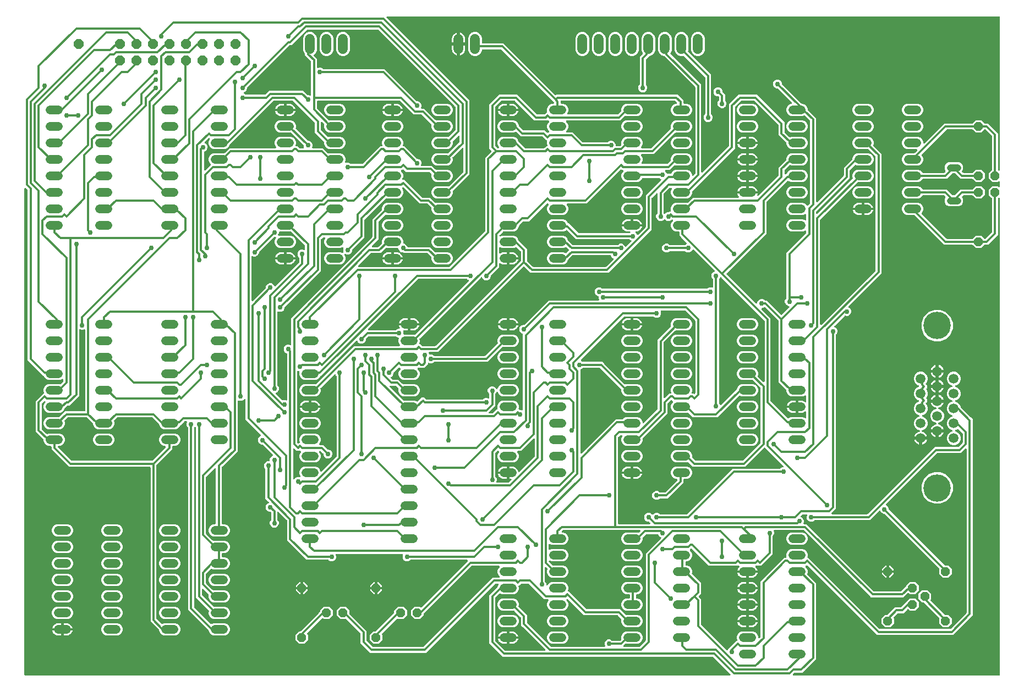
<source format=gbr>
G04 EAGLE Gerber RS-274X export*
G75*
%MOMM*%
%FSLAX34Y34*%
%LPD*%
%INTop Copper*%
%IPPOS*%
%AMOC8*
5,1,8,0,0,1.08239X$1,22.5*%
G01*
%ADD10P,1.429621X8X292.500000*%
%ADD11C,1.320800*%
%ADD12C,1.508000*%
%ADD13C,4.216000*%
%ADD14C,1.524000*%
%ADD15P,1.649562X8X22.500000*%
%ADD16C,1.117600*%
%ADD17P,1.429621X8X112.500000*%
%ADD18P,1.429621X8X202.500000*%
%ADD19C,0.304800*%
%ADD20C,0.756400*%

G36*
X1593768Y-45704D02*
X1593768Y-45704D01*
X1593887Y-45697D01*
X1593925Y-45684D01*
X1593966Y-45679D01*
X1594076Y-45636D01*
X1594189Y-45599D01*
X1594224Y-45577D01*
X1594261Y-45562D01*
X1594357Y-45493D01*
X1594458Y-45429D01*
X1594486Y-45399D01*
X1594519Y-45376D01*
X1594595Y-45284D01*
X1594676Y-45197D01*
X1594696Y-45162D01*
X1594721Y-45131D01*
X1594772Y-45023D01*
X1594830Y-44919D01*
X1594840Y-44879D01*
X1594857Y-44843D01*
X1594879Y-44726D01*
X1594909Y-44611D01*
X1594913Y-44550D01*
X1594917Y-44530D01*
X1594915Y-44510D01*
X1594919Y-44450D01*
X1594919Y689204D01*
X1594902Y689342D01*
X1594901Y689356D01*
X1594897Y689413D01*
X1594894Y689421D01*
X1594889Y689480D01*
X1594882Y689500D01*
X1594879Y689520D01*
X1594828Y689649D01*
X1594781Y689780D01*
X1594770Y689796D01*
X1594762Y689815D01*
X1594681Y689928D01*
X1594603Y690043D01*
X1594587Y690056D01*
X1594576Y690073D01*
X1594468Y690161D01*
X1594364Y690253D01*
X1594346Y690262D01*
X1594331Y690275D01*
X1594205Y690335D01*
X1594081Y690398D01*
X1594061Y690402D01*
X1594043Y690411D01*
X1593907Y690437D01*
X1593771Y690468D01*
X1593750Y690467D01*
X1593731Y690471D01*
X1593592Y690462D01*
X1593453Y690458D01*
X1593433Y690452D01*
X1593413Y690451D01*
X1593281Y690408D01*
X1593147Y690369D01*
X1593130Y690359D01*
X1593111Y690353D01*
X1592993Y690279D01*
X1592873Y690208D01*
X1592852Y690189D01*
X1592842Y690183D01*
X1592828Y690168D01*
X1592753Y690102D01*
X1592444Y689794D01*
X1592384Y689715D01*
X1592316Y689643D01*
X1592287Y689590D01*
X1592250Y689542D01*
X1592210Y689451D01*
X1592162Y689365D01*
X1592147Y689306D01*
X1592123Y689250D01*
X1592108Y689152D01*
X1592083Y689057D01*
X1592077Y688957D01*
X1592073Y688936D01*
X1592075Y688924D01*
X1592073Y688896D01*
X1592073Y633106D01*
X1576694Y617727D01*
X1571704Y617727D01*
X1571606Y617715D01*
X1571507Y617712D01*
X1571449Y617695D01*
X1571388Y617687D01*
X1571296Y617651D01*
X1571201Y617623D01*
X1571149Y617593D01*
X1571093Y617570D01*
X1571013Y617512D01*
X1570927Y617462D01*
X1570852Y617396D01*
X1570835Y617384D01*
X1570828Y617374D01*
X1570806Y617356D01*
X1566098Y612647D01*
X1558102Y612647D01*
X1553394Y617356D01*
X1553315Y617416D01*
X1553243Y617484D01*
X1553190Y617513D01*
X1553142Y617550D01*
X1553051Y617590D01*
X1552965Y617638D01*
X1552906Y617653D01*
X1552850Y617677D01*
X1552752Y617692D01*
X1552657Y617717D01*
X1552557Y617723D01*
X1552536Y617727D01*
X1552524Y617725D01*
X1552496Y617727D01*
X1509406Y617727D01*
X1464058Y663076D01*
X1463979Y663136D01*
X1463907Y663204D01*
X1463854Y663233D01*
X1463806Y663270D01*
X1463715Y663310D01*
X1463629Y663358D01*
X1463570Y663373D01*
X1463515Y663397D01*
X1463417Y663412D01*
X1463321Y663437D01*
X1463221Y663443D01*
X1463200Y663447D01*
X1463188Y663445D01*
X1463160Y663447D01*
X1451976Y663447D01*
X1448428Y664917D01*
X1445713Y667632D01*
X1444243Y671180D01*
X1444243Y675020D01*
X1445713Y678568D01*
X1448428Y681283D01*
X1451976Y682753D01*
X1469024Y682753D01*
X1472572Y681283D01*
X1475287Y678568D01*
X1476757Y675020D01*
X1476757Y671180D01*
X1475287Y667632D01*
X1474758Y667103D01*
X1474686Y667010D01*
X1474607Y666920D01*
X1474588Y666884D01*
X1474563Y666852D01*
X1474516Y666743D01*
X1474462Y666637D01*
X1474453Y666597D01*
X1474437Y666560D01*
X1474418Y666442D01*
X1474392Y666327D01*
X1474394Y666286D01*
X1474387Y666246D01*
X1474398Y666128D01*
X1474402Y666009D01*
X1474413Y665970D01*
X1474417Y665930D01*
X1474457Y665818D01*
X1474490Y665703D01*
X1474511Y665668D01*
X1474525Y665630D01*
X1474591Y665532D01*
X1474652Y665429D01*
X1474692Y665384D01*
X1474703Y665367D01*
X1474719Y665354D01*
X1474758Y665308D01*
X1512822Y627244D01*
X1512901Y627184D01*
X1512973Y627116D01*
X1513026Y627087D01*
X1513074Y627050D01*
X1513165Y627010D01*
X1513251Y626962D01*
X1513310Y626947D01*
X1513365Y626923D01*
X1513463Y626908D01*
X1513559Y626883D01*
X1513659Y626877D01*
X1513680Y626873D01*
X1513692Y626875D01*
X1513720Y626873D01*
X1552496Y626873D01*
X1552594Y626885D01*
X1552693Y626888D01*
X1552751Y626905D01*
X1552812Y626913D01*
X1552904Y626949D01*
X1552999Y626977D01*
X1553051Y627007D01*
X1553107Y627030D01*
X1553187Y627088D01*
X1553273Y627138D01*
X1553348Y627204D01*
X1553365Y627216D01*
X1553372Y627226D01*
X1553394Y627244D01*
X1558102Y631953D01*
X1566098Y631953D01*
X1570806Y627244D01*
X1570885Y627184D01*
X1570957Y627116D01*
X1571010Y627087D01*
X1571058Y627050D01*
X1571149Y627010D01*
X1571235Y626962D01*
X1571294Y626947D01*
X1571350Y626923D01*
X1571448Y626908D01*
X1571543Y626883D01*
X1571643Y626877D01*
X1571664Y626873D01*
X1571676Y626875D01*
X1571704Y626873D01*
X1572380Y626873D01*
X1572478Y626885D01*
X1572577Y626888D01*
X1572636Y626905D01*
X1572696Y626913D01*
X1572788Y626949D01*
X1572883Y626977D01*
X1572935Y627007D01*
X1572991Y627030D01*
X1573071Y627088D01*
X1573157Y627138D01*
X1573232Y627204D01*
X1573249Y627216D01*
X1573257Y627226D01*
X1573278Y627244D01*
X1582556Y636522D01*
X1582616Y636601D01*
X1582684Y636673D01*
X1582713Y636726D01*
X1582750Y636774D01*
X1582790Y636865D01*
X1582838Y636951D01*
X1582853Y637010D01*
X1582877Y637065D01*
X1582892Y637163D01*
X1582917Y637259D01*
X1582923Y637359D01*
X1582927Y637380D01*
X1582925Y637392D01*
X1582927Y637420D01*
X1582927Y688896D01*
X1582915Y688994D01*
X1582912Y689093D01*
X1582895Y689151D01*
X1582887Y689212D01*
X1582851Y689304D01*
X1582823Y689399D01*
X1582793Y689451D01*
X1582770Y689507D01*
X1582712Y689587D01*
X1582662Y689673D01*
X1582596Y689748D01*
X1582584Y689765D01*
X1582574Y689772D01*
X1582556Y689794D01*
X1577847Y694502D01*
X1577847Y702498D01*
X1583502Y708153D01*
X1591498Y708153D01*
X1592753Y706898D01*
X1592862Y706813D01*
X1592969Y706725D01*
X1592988Y706716D01*
X1593004Y706704D01*
X1593132Y706648D01*
X1593257Y706589D01*
X1593277Y706585D01*
X1593296Y706577D01*
X1593434Y706555D01*
X1593570Y706529D01*
X1593590Y706531D01*
X1593610Y706527D01*
X1593749Y706540D01*
X1593887Y706549D01*
X1593906Y706555D01*
X1593926Y706557D01*
X1594058Y706604D01*
X1594189Y706647D01*
X1594207Y706658D01*
X1594226Y706665D01*
X1594341Y706743D01*
X1594458Y706817D01*
X1594472Y706832D01*
X1594489Y706843D01*
X1594581Y706948D01*
X1594676Y707049D01*
X1594686Y707067D01*
X1594699Y707082D01*
X1594763Y707206D01*
X1594830Y707327D01*
X1594835Y707347D01*
X1594844Y707365D01*
X1594874Y707501D01*
X1594909Y707635D01*
X1594911Y707663D01*
X1594914Y707675D01*
X1594913Y707696D01*
X1594919Y707796D01*
X1594919Y714604D01*
X1594902Y714742D01*
X1594898Y714785D01*
X1594897Y714798D01*
X1594896Y714800D01*
X1594889Y714880D01*
X1594882Y714899D01*
X1594879Y714920D01*
X1594828Y715049D01*
X1594781Y715180D01*
X1594770Y715196D01*
X1594762Y715215D01*
X1594681Y715328D01*
X1594603Y715443D01*
X1594587Y715456D01*
X1594576Y715473D01*
X1594468Y715561D01*
X1594364Y715653D01*
X1594346Y715662D01*
X1594331Y715675D01*
X1594205Y715735D01*
X1594081Y715798D01*
X1594061Y715802D01*
X1594043Y715811D01*
X1593906Y715837D01*
X1593771Y715868D01*
X1593750Y715867D01*
X1593731Y715871D01*
X1593592Y715862D01*
X1593453Y715858D01*
X1593433Y715852D01*
X1593413Y715851D01*
X1593281Y715808D01*
X1593147Y715769D01*
X1593130Y715759D01*
X1593111Y715753D01*
X1592993Y715678D01*
X1592873Y715608D01*
X1592852Y715589D01*
X1592842Y715583D01*
X1592828Y715568D01*
X1592753Y715502D01*
X1591498Y714247D01*
X1583502Y714247D01*
X1577847Y719902D01*
X1577847Y727898D01*
X1582556Y732606D01*
X1582616Y732685D01*
X1582684Y732757D01*
X1582713Y732810D01*
X1582750Y732858D01*
X1582790Y732949D01*
X1582838Y733035D01*
X1582853Y733094D01*
X1582877Y733150D01*
X1582892Y733248D01*
X1582917Y733343D01*
X1582923Y733443D01*
X1582927Y733464D01*
X1582925Y733476D01*
X1582927Y733504D01*
X1582927Y784980D01*
X1582915Y785078D01*
X1582912Y785177D01*
X1582895Y785236D01*
X1582887Y785296D01*
X1582851Y785388D01*
X1582823Y785483D01*
X1582793Y785535D01*
X1582770Y785591D01*
X1582712Y785671D01*
X1582662Y785757D01*
X1582596Y785832D01*
X1582584Y785849D01*
X1582574Y785857D01*
X1582556Y785878D01*
X1573278Y795156D01*
X1573199Y795216D01*
X1573127Y795284D01*
X1573074Y795313D01*
X1573026Y795350D01*
X1572935Y795390D01*
X1572849Y795438D01*
X1572790Y795453D01*
X1572735Y795477D01*
X1572637Y795492D01*
X1572541Y795517D01*
X1572441Y795523D01*
X1572420Y795527D01*
X1572408Y795525D01*
X1572380Y795527D01*
X1571704Y795527D01*
X1571606Y795515D01*
X1571507Y795512D01*
X1571449Y795495D01*
X1571388Y795487D01*
X1571296Y795451D01*
X1571201Y795423D01*
X1571149Y795393D01*
X1571093Y795370D01*
X1571013Y795312D01*
X1570927Y795262D01*
X1570852Y795196D01*
X1570835Y795184D01*
X1570828Y795174D01*
X1570806Y795156D01*
X1566098Y790447D01*
X1558102Y790447D01*
X1553393Y795156D01*
X1553315Y795216D01*
X1553243Y795284D01*
X1553190Y795313D01*
X1553142Y795350D01*
X1553051Y795390D01*
X1552965Y795438D01*
X1552906Y795453D01*
X1552850Y795477D01*
X1552752Y795492D01*
X1552657Y795517D01*
X1552557Y795523D01*
X1552536Y795527D01*
X1552524Y795525D01*
X1552496Y795527D01*
X1513720Y795527D01*
X1513622Y795515D01*
X1513523Y795512D01*
X1513464Y795495D01*
X1513404Y795487D01*
X1513312Y795451D01*
X1513217Y795423D01*
X1513165Y795393D01*
X1513109Y795370D01*
X1513029Y795312D01*
X1512943Y795262D01*
X1512868Y795196D01*
X1512851Y795184D01*
X1512843Y795174D01*
X1512822Y795156D01*
X1474758Y757092D01*
X1474685Y756997D01*
X1474607Y756908D01*
X1474588Y756872D01*
X1474563Y756840D01*
X1474516Y756731D01*
X1474462Y756625D01*
X1474453Y756586D01*
X1474437Y756548D01*
X1474418Y756431D01*
X1474392Y756315D01*
X1474394Y756274D01*
X1474387Y756234D01*
X1474398Y756116D01*
X1474402Y755997D01*
X1474413Y755958D01*
X1474417Y755918D01*
X1474457Y755806D01*
X1474490Y755691D01*
X1474511Y755657D01*
X1474525Y755618D01*
X1474592Y755520D01*
X1474652Y755417D01*
X1474692Y755372D01*
X1474703Y755355D01*
X1474719Y755342D01*
X1474758Y755297D01*
X1475287Y754768D01*
X1476757Y751220D01*
X1476757Y747380D01*
X1475287Y743832D01*
X1472572Y741117D01*
X1469024Y739647D01*
X1451976Y739647D01*
X1448428Y741117D01*
X1445713Y743832D01*
X1444243Y747380D01*
X1444243Y751220D01*
X1445713Y754768D01*
X1448428Y757483D01*
X1451976Y758953D01*
X1463160Y758953D01*
X1463258Y758965D01*
X1463357Y758968D01*
X1463416Y758985D01*
X1463476Y758993D01*
X1463568Y759029D01*
X1463663Y759057D01*
X1463715Y759087D01*
X1463771Y759110D01*
X1463851Y759168D01*
X1463937Y759218D01*
X1464012Y759284D01*
X1464029Y759296D01*
X1464037Y759306D01*
X1464058Y759324D01*
X1467614Y762881D01*
X1467699Y762990D01*
X1467788Y763097D01*
X1467796Y763116D01*
X1467809Y763132D01*
X1467864Y763260D01*
X1467923Y763385D01*
X1467927Y763405D01*
X1467935Y763424D01*
X1467957Y763562D01*
X1467983Y763698D01*
X1467982Y763718D01*
X1467985Y763738D01*
X1467972Y763877D01*
X1467963Y764015D01*
X1467957Y764034D01*
X1467955Y764054D01*
X1467908Y764186D01*
X1467865Y764317D01*
X1467854Y764335D01*
X1467847Y764354D01*
X1467769Y764469D01*
X1467695Y764586D01*
X1467680Y764600D01*
X1467669Y764617D01*
X1467565Y764709D01*
X1467463Y764804D01*
X1467446Y764814D01*
X1467430Y764827D01*
X1467306Y764891D01*
X1467185Y764958D01*
X1467165Y764963D01*
X1467147Y764972D01*
X1467011Y765002D01*
X1466877Y765037D01*
X1466849Y765039D01*
X1466837Y765042D01*
X1466816Y765041D01*
X1466716Y765047D01*
X1451976Y765047D01*
X1448428Y766517D01*
X1445713Y769232D01*
X1444243Y772780D01*
X1444243Y776620D01*
X1445713Y780168D01*
X1448428Y782883D01*
X1451976Y784353D01*
X1469024Y784353D01*
X1472572Y782883D01*
X1475287Y780168D01*
X1476757Y776620D01*
X1476757Y775088D01*
X1476774Y774950D01*
X1476787Y774811D01*
X1476794Y774792D01*
X1476797Y774772D01*
X1476848Y774643D01*
X1476895Y774512D01*
X1476906Y774495D01*
X1476914Y774477D01*
X1476995Y774364D01*
X1477073Y774249D01*
X1477089Y774236D01*
X1477100Y774219D01*
X1477208Y774131D01*
X1477312Y774039D01*
X1477330Y774029D01*
X1477345Y774016D01*
X1477471Y773957D01*
X1477595Y773894D01*
X1477615Y773889D01*
X1477633Y773881D01*
X1477769Y773855D01*
X1477905Y773824D01*
X1477926Y773825D01*
X1477945Y773821D01*
X1478084Y773830D01*
X1478223Y773834D01*
X1478243Y773840D01*
X1478263Y773841D01*
X1478395Y773884D01*
X1478529Y773922D01*
X1478546Y773933D01*
X1478565Y773939D01*
X1478683Y774013D01*
X1478803Y774084D01*
X1478824Y774102D01*
X1478834Y774109D01*
X1478848Y774124D01*
X1478923Y774190D01*
X1509406Y804673D01*
X1552496Y804673D01*
X1552594Y804685D01*
X1552693Y804688D01*
X1552751Y804705D01*
X1552812Y804713D01*
X1552904Y804749D01*
X1552999Y804777D01*
X1553051Y804807D01*
X1553107Y804830D01*
X1553187Y804888D01*
X1553273Y804938D01*
X1553348Y805004D01*
X1553365Y805016D01*
X1553368Y805020D01*
X1553370Y805022D01*
X1553376Y805029D01*
X1553393Y805044D01*
X1558102Y809753D01*
X1566098Y809753D01*
X1570806Y805044D01*
X1570885Y804984D01*
X1570957Y804916D01*
X1571010Y804887D01*
X1571058Y804850D01*
X1571149Y804810D01*
X1571235Y804762D01*
X1571294Y804747D01*
X1571350Y804723D01*
X1571448Y804708D01*
X1571543Y804683D01*
X1571643Y804677D01*
X1571664Y804673D01*
X1571676Y804675D01*
X1571704Y804673D01*
X1576694Y804673D01*
X1592073Y789294D01*
X1592073Y733504D01*
X1592085Y733406D01*
X1592088Y733307D01*
X1592105Y733249D01*
X1592113Y733188D01*
X1592149Y733096D01*
X1592177Y733001D01*
X1592207Y732949D01*
X1592230Y732893D01*
X1592288Y732813D01*
X1592338Y732727D01*
X1592404Y732652D01*
X1592416Y732635D01*
X1592426Y732628D01*
X1592444Y732606D01*
X1592753Y732298D01*
X1592862Y732213D01*
X1592969Y732125D01*
X1592988Y732116D01*
X1593004Y732104D01*
X1593132Y732048D01*
X1593257Y731989D01*
X1593277Y731985D01*
X1593296Y731977D01*
X1593434Y731955D01*
X1593570Y731929D01*
X1593590Y731931D01*
X1593610Y731927D01*
X1593749Y731940D01*
X1593887Y731949D01*
X1593906Y731955D01*
X1593926Y731957D01*
X1594058Y732004D01*
X1594189Y732047D01*
X1594207Y732058D01*
X1594226Y732065D01*
X1594341Y732143D01*
X1594458Y732217D01*
X1594472Y732232D01*
X1594489Y732243D01*
X1594581Y732347D01*
X1594676Y732449D01*
X1594686Y732467D01*
X1594699Y732482D01*
X1594763Y732606D01*
X1594830Y732727D01*
X1594835Y732747D01*
X1594844Y732765D01*
X1594874Y732901D01*
X1594909Y733035D01*
X1594911Y733063D01*
X1594914Y733075D01*
X1594913Y733096D01*
X1594919Y733196D01*
X1594919Y968250D01*
X1594904Y968368D01*
X1594897Y968487D01*
X1594884Y968525D01*
X1594879Y968566D01*
X1594836Y968676D01*
X1594799Y968789D01*
X1594777Y968824D01*
X1594762Y968861D01*
X1594693Y968957D01*
X1594629Y969058D01*
X1594599Y969086D01*
X1594576Y969119D01*
X1594484Y969195D01*
X1594397Y969276D01*
X1594362Y969296D01*
X1594331Y969321D01*
X1594223Y969372D01*
X1594119Y969430D01*
X1594079Y969440D01*
X1594043Y969457D01*
X1593926Y969479D01*
X1593811Y969509D01*
X1593751Y969513D01*
X1593731Y969517D01*
X1593710Y969515D01*
X1593650Y969519D01*
X652404Y969519D01*
X652266Y969502D01*
X652127Y969489D01*
X652108Y969482D01*
X652088Y969479D01*
X651959Y969428D01*
X651828Y969381D01*
X651811Y969370D01*
X651793Y969362D01*
X651680Y969281D01*
X651565Y969203D01*
X651552Y969187D01*
X651535Y969176D01*
X651446Y969068D01*
X651355Y968964D01*
X651345Y968946D01*
X651332Y968931D01*
X651273Y968805D01*
X651210Y968681D01*
X651205Y968661D01*
X651197Y968643D01*
X651171Y968507D01*
X651140Y968371D01*
X651141Y968350D01*
X651137Y968331D01*
X651146Y968192D01*
X651150Y968053D01*
X651156Y968033D01*
X651157Y968013D01*
X651200Y967881D01*
X651238Y967747D01*
X651249Y967730D01*
X651255Y967711D01*
X651329Y967593D01*
X651400Y967473D01*
X651418Y967452D01*
X651425Y967442D01*
X651440Y967428D01*
X651506Y967353D01*
X775714Y843144D01*
X778765Y840094D01*
X778765Y726578D01*
X753228Y701042D01*
X753168Y700963D01*
X753100Y700891D01*
X753071Y700838D01*
X753034Y700790D01*
X752994Y700699D01*
X752946Y700613D01*
X752931Y700554D01*
X752907Y700499D01*
X752892Y700401D01*
X752867Y700305D01*
X752861Y700205D01*
X752857Y700184D01*
X752859Y700172D01*
X752857Y700144D01*
X752857Y696580D01*
X751387Y693032D01*
X748672Y690317D01*
X745124Y688847D01*
X728076Y688847D01*
X724528Y690317D01*
X721813Y693032D01*
X720343Y696580D01*
X720343Y700420D01*
X721813Y703968D01*
X724528Y706683D01*
X728076Y708153D01*
X745124Y708153D01*
X745954Y707809D01*
X745983Y707801D01*
X746009Y707788D01*
X746135Y707759D01*
X746261Y707725D01*
X746290Y707725D01*
X746319Y707718D01*
X746449Y707722D01*
X746579Y707720D01*
X746607Y707727D01*
X746637Y707728D01*
X746762Y707764D01*
X746888Y707794D01*
X746914Y707808D01*
X746942Y707816D01*
X747054Y707882D01*
X747169Y707943D01*
X747191Y707963D01*
X747216Y707978D01*
X747337Y708084D01*
X769248Y729994D01*
X769308Y730073D01*
X769376Y730145D01*
X769405Y730198D01*
X769442Y730246D01*
X769482Y730337D01*
X769530Y730423D01*
X769545Y730482D01*
X769569Y730537D01*
X769584Y730635D01*
X769609Y730731D01*
X769615Y730831D01*
X769619Y730852D01*
X769617Y730864D01*
X769619Y730892D01*
X769619Y766184D01*
X769602Y766322D01*
X769589Y766461D01*
X769582Y766480D01*
X769579Y766500D01*
X769528Y766629D01*
X769481Y766760D01*
X769470Y766777D01*
X769462Y766795D01*
X769381Y766908D01*
X769303Y767023D01*
X769287Y767036D01*
X769276Y767053D01*
X769168Y767142D01*
X769064Y767233D01*
X769046Y767243D01*
X769031Y767256D01*
X768905Y767315D01*
X768781Y767378D01*
X768761Y767383D01*
X768743Y767391D01*
X768607Y767417D01*
X768471Y767448D01*
X768450Y767447D01*
X768431Y767451D01*
X768292Y767442D01*
X768153Y767438D01*
X768133Y767432D01*
X768113Y767431D01*
X767981Y767388D01*
X767847Y767350D01*
X767830Y767339D01*
X767811Y767333D01*
X767693Y767259D01*
X767573Y767188D01*
X767552Y767170D01*
X767542Y767163D01*
X767528Y767148D01*
X767453Y767082D01*
X753086Y752715D01*
X753068Y752691D01*
X753045Y752672D01*
X752970Y752566D01*
X752891Y752464D01*
X752879Y752436D01*
X752862Y752412D01*
X752816Y752291D01*
X752764Y752172D01*
X752760Y752143D01*
X752749Y752115D01*
X752735Y751986D01*
X752715Y751858D01*
X752717Y751828D01*
X752714Y751799D01*
X752732Y751670D01*
X752744Y751541D01*
X752754Y751513D01*
X752758Y751484D01*
X752811Y751332D01*
X752857Y751220D01*
X752857Y747380D01*
X751387Y743832D01*
X748672Y741117D01*
X745124Y739647D01*
X728076Y739647D01*
X724528Y741117D01*
X721813Y743832D01*
X720343Y747380D01*
X720343Y751220D01*
X721813Y754768D01*
X724528Y757483D01*
X728076Y758953D01*
X745124Y758953D01*
X745236Y758907D01*
X745264Y758899D01*
X745290Y758885D01*
X745417Y758857D01*
X745542Y758823D01*
X745572Y758822D01*
X745601Y758816D01*
X745730Y758820D01*
X745860Y758818D01*
X745889Y758824D01*
X745919Y758825D01*
X746043Y758861D01*
X746170Y758892D01*
X746196Y758906D01*
X746224Y758914D01*
X746336Y758980D01*
X746451Y759040D01*
X746473Y759060D01*
X746498Y759075D01*
X746619Y759182D01*
X763152Y775714D01*
X763212Y775793D01*
X763280Y775865D01*
X763309Y775918D01*
X763346Y775966D01*
X763386Y776057D01*
X763434Y776143D01*
X763449Y776202D01*
X763473Y776257D01*
X763488Y776355D01*
X763513Y776451D01*
X763519Y776551D01*
X763523Y776572D01*
X763521Y776584D01*
X763523Y776612D01*
X763523Y784472D01*
X763506Y784610D01*
X763493Y784749D01*
X763486Y784768D01*
X763483Y784788D01*
X763432Y784917D01*
X763385Y785048D01*
X763374Y785065D01*
X763366Y785083D01*
X763285Y785196D01*
X763207Y785311D01*
X763191Y785324D01*
X763180Y785341D01*
X763072Y785429D01*
X762968Y785521D01*
X762950Y785531D01*
X762935Y785544D01*
X762809Y785603D01*
X762685Y785666D01*
X762665Y785671D01*
X762647Y785679D01*
X762511Y785705D01*
X762375Y785736D01*
X762354Y785735D01*
X762335Y785739D01*
X762196Y785730D01*
X762057Y785726D01*
X762037Y785720D01*
X762017Y785719D01*
X761885Y785676D01*
X761751Y785638D01*
X761734Y785627D01*
X761715Y785621D01*
X761597Y785547D01*
X761477Y785476D01*
X761456Y785458D01*
X761446Y785451D01*
X761432Y785436D01*
X761357Y785370D01*
X753228Y777242D01*
X753168Y777163D01*
X753100Y777091D01*
X753071Y777038D01*
X753034Y776990D01*
X752994Y776899D01*
X752946Y776813D01*
X752931Y776754D01*
X752907Y776699D01*
X752892Y776601D01*
X752867Y776505D01*
X752861Y776405D01*
X752857Y776384D01*
X752859Y776372D01*
X752857Y776344D01*
X752857Y772780D01*
X751387Y769232D01*
X748672Y766517D01*
X745124Y765047D01*
X728076Y765047D01*
X724528Y766517D01*
X721813Y769232D01*
X720343Y772780D01*
X720343Y776620D01*
X721813Y780168D01*
X724528Y782883D01*
X728076Y784353D01*
X745124Y784353D01*
X745954Y784009D01*
X745983Y784001D01*
X746009Y783988D01*
X746135Y783959D01*
X746261Y783925D01*
X746290Y783925D01*
X746319Y783918D01*
X746449Y783922D01*
X746579Y783920D01*
X746607Y783927D01*
X746637Y783928D01*
X746762Y783964D01*
X746888Y783994D01*
X746914Y784008D01*
X746942Y784016D01*
X747054Y784082D01*
X747169Y784143D01*
X747191Y784163D01*
X747216Y784178D01*
X747337Y784284D01*
X757056Y794002D01*
X757116Y794081D01*
X757184Y794153D01*
X757213Y794206D01*
X757250Y794254D01*
X757290Y794345D01*
X757338Y794431D01*
X757353Y794490D01*
X757377Y794545D01*
X757392Y794643D01*
X757417Y794739D01*
X757423Y794839D01*
X757427Y794860D01*
X757425Y794872D01*
X757427Y794900D01*
X757427Y829684D01*
X757415Y829782D01*
X757412Y829881D01*
X757395Y829940D01*
X757387Y830000D01*
X757351Y830092D01*
X757323Y830187D01*
X757293Y830239D01*
X757270Y830295D01*
X757212Y830375D01*
X757162Y830461D01*
X757096Y830536D01*
X757084Y830553D01*
X757074Y830561D01*
X757056Y830582D01*
X638558Y949080D01*
X638479Y949140D01*
X638407Y949208D01*
X638354Y949237D01*
X638306Y949274D01*
X638215Y949314D01*
X638129Y949362D01*
X638070Y949377D01*
X638015Y949401D01*
X637917Y949416D01*
X637821Y949441D01*
X637721Y949447D01*
X637700Y949451D01*
X637688Y949449D01*
X637660Y949451D01*
X529724Y949451D01*
X529626Y949439D01*
X529527Y949436D01*
X529468Y949419D01*
X529408Y949411D01*
X529316Y949375D01*
X529221Y949347D01*
X529169Y949317D01*
X529113Y949294D01*
X529033Y949236D01*
X528947Y949186D01*
X528872Y949120D01*
X528855Y949108D01*
X528847Y949098D01*
X528826Y949080D01*
X504814Y925067D01*
X502292Y925067D01*
X502194Y925055D01*
X502095Y925052D01*
X502036Y925035D01*
X501976Y925027D01*
X501884Y924991D01*
X501789Y924963D01*
X501737Y924933D01*
X501681Y924910D01*
X501601Y924852D01*
X501515Y924802D01*
X501440Y924736D01*
X501423Y924724D01*
X501415Y924714D01*
X501394Y924696D01*
X436970Y860272D01*
X436910Y860193D01*
X436842Y860121D01*
X436813Y860068D01*
X436776Y860020D01*
X436736Y859929D01*
X436688Y859843D01*
X436673Y859784D01*
X436649Y859729D01*
X436634Y859631D01*
X436609Y859535D01*
X436603Y859435D01*
X436599Y859414D01*
X436601Y859402D01*
X436599Y859374D01*
X436599Y858177D01*
X435559Y855667D01*
X433637Y853745D01*
X432052Y853089D01*
X431932Y853020D01*
X431809Y852955D01*
X431794Y852941D01*
X431776Y852931D01*
X431676Y852834D01*
X431573Y852741D01*
X431562Y852724D01*
X431548Y852710D01*
X431475Y852591D01*
X431398Y852475D01*
X431392Y852456D01*
X431381Y852439D01*
X431340Y852306D01*
X431295Y852174D01*
X431294Y852154D01*
X431288Y852135D01*
X431281Y851996D01*
X431270Y851857D01*
X431274Y851837D01*
X431273Y851817D01*
X431301Y851681D01*
X431324Y851544D01*
X431333Y851525D01*
X431337Y851506D01*
X431398Y851380D01*
X431455Y851254D01*
X431468Y851238D01*
X431477Y851220D01*
X431567Y851114D01*
X431654Y851006D01*
X431670Y850993D01*
X431683Y850978D01*
X431797Y850898D01*
X431908Y850814D01*
X431933Y850802D01*
X431943Y850795D01*
X431962Y850788D01*
X432052Y850743D01*
X433637Y850087D01*
X434484Y849241D01*
X434562Y849180D01*
X434634Y849112D01*
X434687Y849083D01*
X434735Y849046D01*
X434826Y849006D01*
X434912Y848958D01*
X434971Y848943D01*
X435027Y848919D01*
X435125Y848904D01*
X435220Y848879D01*
X435320Y848873D01*
X435341Y848869D01*
X435353Y848871D01*
X435381Y848869D01*
X463924Y848869D01*
X464022Y848881D01*
X464121Y848884D01*
X464180Y848901D01*
X464240Y848909D01*
X464332Y848945D01*
X464427Y848973D01*
X464479Y849003D01*
X464535Y849026D01*
X464615Y849084D01*
X464701Y849134D01*
X464776Y849200D01*
X464793Y849212D01*
X464801Y849222D01*
X464822Y849240D01*
X470546Y854965D01*
X523102Y854965D01*
X529616Y848450D01*
X529695Y848390D01*
X529767Y848322D01*
X529820Y848293D01*
X529868Y848256D01*
X529959Y848216D01*
X530045Y848168D01*
X530104Y848153D01*
X530159Y848129D01*
X530257Y848114D01*
X530353Y848089D01*
X530453Y848083D01*
X530474Y848079D01*
X530486Y848081D01*
X530514Y848079D01*
X531711Y848079D01*
X533168Y847475D01*
X533216Y847462D01*
X533261Y847441D01*
X533369Y847420D01*
X533475Y847391D01*
X533525Y847390D01*
X533574Y847381D01*
X533683Y847388D01*
X533793Y847386D01*
X533841Y847398D01*
X533891Y847401D01*
X533995Y847434D01*
X534102Y847460D01*
X534146Y847483D01*
X534193Y847499D01*
X534286Y847557D01*
X534383Y847609D01*
X534420Y847642D01*
X534462Y847669D01*
X534537Y847749D01*
X534619Y847823D01*
X534646Y847864D01*
X534680Y847900D01*
X534733Y847997D01*
X534793Y848088D01*
X534810Y848136D01*
X534834Y848179D01*
X534861Y848285D01*
X534897Y848389D01*
X534901Y848439D01*
X534913Y848487D01*
X534923Y848648D01*
X534923Y899788D01*
X534911Y899886D01*
X534908Y899985D01*
X534891Y900044D01*
X534883Y900104D01*
X534847Y900196D01*
X534819Y900291D01*
X534789Y900343D01*
X534766Y900399D01*
X534708Y900479D01*
X534658Y900565D01*
X534592Y900640D01*
X534580Y900657D01*
X534570Y900665D01*
X534552Y900686D01*
X525779Y909458D01*
X525779Y911487D01*
X525767Y911585D01*
X525764Y911684D01*
X525747Y911743D01*
X525739Y911803D01*
X525703Y911895D01*
X525675Y911990D01*
X525645Y912042D01*
X525622Y912098D01*
X525564Y912178D01*
X525514Y912264D01*
X525448Y912339D01*
X525436Y912356D01*
X525426Y912363D01*
X525408Y912385D01*
X524355Y913437D01*
X522731Y917358D01*
X522731Y936842D01*
X524355Y940763D01*
X527357Y943765D01*
X531278Y945389D01*
X535522Y945389D01*
X539443Y943765D01*
X542445Y940763D01*
X544069Y936842D01*
X544069Y917358D01*
X542445Y913437D01*
X539487Y910479D01*
X539414Y910385D01*
X539335Y910296D01*
X539317Y910260D01*
X539292Y910228D01*
X539245Y910118D01*
X539190Y910012D01*
X539182Y909973D01*
X539166Y909936D01*
X539147Y909818D01*
X539121Y909702D01*
X539122Y909662D01*
X539116Y909622D01*
X539127Y909503D01*
X539130Y909384D01*
X539142Y909345D01*
X539146Y909305D01*
X539186Y909193D01*
X539219Y909079D01*
X539239Y909044D01*
X539253Y909006D01*
X539320Y908907D01*
X539380Y908805D01*
X539420Y908760D01*
X539432Y908743D01*
X539447Y908729D01*
X539487Y908684D01*
X544069Y904102D01*
X544069Y891320D01*
X544075Y891270D01*
X544073Y891221D01*
X544095Y891113D01*
X544109Y891004D01*
X544127Y890958D01*
X544137Y890909D01*
X544185Y890811D01*
X544226Y890708D01*
X544255Y890668D01*
X544277Y890624D01*
X544348Y890540D01*
X544412Y890451D01*
X544451Y890419D01*
X544483Y890382D01*
X544573Y890318D01*
X544657Y890248D01*
X544702Y890227D01*
X544743Y890198D01*
X544846Y890159D01*
X544945Y890113D01*
X544994Y890103D01*
X545040Y890086D01*
X545150Y890074D01*
X545257Y890053D01*
X545307Y890056D01*
X545356Y890050D01*
X545465Y890066D01*
X545575Y890073D01*
X545622Y890088D01*
X545671Y890095D01*
X545824Y890147D01*
X547281Y890751D01*
X549999Y890751D01*
X552509Y889711D01*
X553356Y888864D01*
X553434Y888804D01*
X553506Y888736D01*
X553559Y888707D01*
X553607Y888670D01*
X553698Y888630D01*
X553784Y888582D01*
X553843Y888567D01*
X553899Y888543D01*
X553997Y888528D01*
X554092Y888503D01*
X554192Y888497D01*
X554213Y888493D01*
X554225Y888495D01*
X554253Y888493D01*
X648070Y888493D01*
X697256Y839306D01*
X697335Y839246D01*
X697407Y839178D01*
X697460Y839149D01*
X697508Y839112D01*
X697599Y839072D01*
X697685Y839024D01*
X697744Y839009D01*
X697799Y838985D01*
X697897Y838970D01*
X697993Y838945D01*
X698093Y838939D01*
X698114Y838935D01*
X698126Y838937D01*
X698154Y838935D01*
X699351Y838935D01*
X701861Y837895D01*
X703783Y835973D01*
X704823Y833463D01*
X704823Y830745D01*
X704219Y829288D01*
X704206Y829240D01*
X704185Y829195D01*
X704164Y829087D01*
X704135Y828981D01*
X704134Y828931D01*
X704125Y828882D01*
X704132Y828773D01*
X704130Y828663D01*
X704142Y828615D01*
X704145Y828565D01*
X704178Y828461D01*
X704204Y828354D01*
X704227Y828310D01*
X704243Y828263D01*
X704301Y828170D01*
X704353Y828073D01*
X704386Y828036D01*
X704413Y827994D01*
X704493Y827919D01*
X704567Y827837D01*
X704608Y827810D01*
X704644Y827776D01*
X704741Y827723D01*
X704832Y827663D01*
X704880Y827646D01*
X704923Y827622D01*
X705029Y827595D01*
X705133Y827559D01*
X705183Y827555D01*
X705231Y827543D01*
X705392Y827533D01*
X709030Y827533D01*
X712080Y824483D01*
X712080Y824482D01*
X726581Y809982D01*
X726605Y809964D01*
X726624Y809941D01*
X726730Y809866D01*
X726832Y809787D01*
X726860Y809775D01*
X726884Y809758D01*
X727005Y809712D01*
X727124Y809660D01*
X727153Y809656D01*
X727181Y809645D01*
X727310Y809631D01*
X727438Y809611D01*
X727468Y809613D01*
X727497Y809610D01*
X727626Y809628D01*
X727755Y809640D01*
X727783Y809650D01*
X727812Y809654D01*
X727964Y809707D01*
X728076Y809753D01*
X745124Y809753D01*
X748672Y808283D01*
X751387Y805568D01*
X752857Y802020D01*
X752857Y798180D01*
X751387Y794632D01*
X748672Y791917D01*
X745124Y790447D01*
X728076Y790447D01*
X724528Y791917D01*
X721813Y794632D01*
X720343Y798180D01*
X720343Y802020D01*
X720389Y802132D01*
X720397Y802160D01*
X720411Y802186D01*
X720439Y802313D01*
X720473Y802438D01*
X720474Y802468D01*
X720480Y802497D01*
X720476Y802626D01*
X720478Y802756D01*
X720472Y802785D01*
X720471Y802815D01*
X720435Y802939D01*
X720404Y803066D01*
X720390Y803092D01*
X720382Y803120D01*
X720316Y803232D01*
X720256Y803347D01*
X720236Y803369D01*
X720221Y803394D01*
X720114Y803515D01*
X705614Y818016D01*
X705535Y818076D01*
X705463Y818144D01*
X705410Y818173D01*
X705362Y818210D01*
X705271Y818250D01*
X705185Y818298D01*
X705126Y818313D01*
X705071Y818337D01*
X704973Y818352D01*
X704877Y818377D01*
X704777Y818383D01*
X704756Y818387D01*
X704744Y818385D01*
X704716Y818387D01*
X693050Y818387D01*
X672086Y839352D01*
X672007Y839412D01*
X671935Y839480D01*
X671882Y839509D01*
X671834Y839546D01*
X671743Y839586D01*
X671657Y839634D01*
X671598Y839649D01*
X671543Y839673D01*
X671445Y839688D01*
X671349Y839713D01*
X671249Y839719D01*
X671228Y839723D01*
X671216Y839721D01*
X671188Y839723D01*
X545338Y839723D01*
X545220Y839708D01*
X545101Y839701D01*
X545063Y839688D01*
X545022Y839683D01*
X544912Y839640D01*
X544799Y839603D01*
X544764Y839581D01*
X544727Y839566D01*
X544631Y839497D01*
X544530Y839433D01*
X544502Y839403D01*
X544469Y839380D01*
X544393Y839288D01*
X544312Y839201D01*
X544292Y839166D01*
X544267Y839135D01*
X544216Y839027D01*
X544158Y838923D01*
X544148Y838883D01*
X544131Y838847D01*
X544109Y838730D01*
X544079Y838615D01*
X544075Y838555D01*
X544071Y838535D01*
X544073Y838514D01*
X544069Y838454D01*
X544069Y828428D01*
X544081Y828330D01*
X544084Y828231D01*
X544101Y828172D01*
X544109Y828112D01*
X544145Y828020D01*
X544173Y827925D01*
X544203Y827873D01*
X544226Y827817D01*
X544284Y827737D01*
X544334Y827651D01*
X544400Y827576D01*
X544412Y827559D01*
X544422Y827551D01*
X544440Y827530D01*
X561846Y810124D01*
X561925Y810064D01*
X561997Y809996D01*
X562050Y809967D01*
X562098Y809930D01*
X562189Y809890D01*
X562275Y809842D01*
X562334Y809827D01*
X562389Y809803D01*
X562487Y809788D01*
X562583Y809763D01*
X562683Y809757D01*
X562704Y809753D01*
X562716Y809755D01*
X562744Y809753D01*
X580024Y809753D01*
X583572Y808283D01*
X586287Y805568D01*
X587757Y802020D01*
X587757Y798180D01*
X586287Y794632D01*
X583572Y791917D01*
X580024Y790447D01*
X562976Y790447D01*
X559428Y791917D01*
X556713Y794632D01*
X555243Y798180D01*
X555243Y802020D01*
X555438Y802491D01*
X555446Y802519D01*
X555459Y802546D01*
X555488Y802672D01*
X555522Y802798D01*
X555523Y802827D01*
X555529Y802856D01*
X555525Y802986D01*
X555527Y803116D01*
X555520Y803144D01*
X555519Y803174D01*
X555483Y803298D01*
X555453Y803425D01*
X555439Y803451D01*
X555431Y803479D01*
X555365Y803591D01*
X555304Y803706D01*
X555285Y803728D01*
X555270Y803753D01*
X555163Y803874D01*
X552331Y806706D01*
X552222Y806791D01*
X552115Y806880D01*
X552096Y806888D01*
X552080Y806901D01*
X551952Y806956D01*
X551827Y807015D01*
X551807Y807019D01*
X551788Y807027D01*
X551650Y807049D01*
X551514Y807075D01*
X551494Y807074D01*
X551474Y807077D01*
X551335Y807064D01*
X551197Y807055D01*
X551178Y807049D01*
X551158Y807047D01*
X551026Y807000D01*
X550895Y806957D01*
X550877Y806946D01*
X550858Y806939D01*
X550743Y806861D01*
X550626Y806787D01*
X550612Y806772D01*
X550595Y806761D01*
X550503Y806657D01*
X550408Y806555D01*
X550398Y806538D01*
X550385Y806522D01*
X550321Y806398D01*
X550254Y806277D01*
X550249Y806257D01*
X550240Y806239D01*
X550210Y806103D01*
X550175Y805969D01*
X550173Y805941D01*
X550170Y805929D01*
X550171Y805908D01*
X550165Y805808D01*
X550165Y794900D01*
X550177Y794802D01*
X550180Y794703D01*
X550197Y794644D01*
X550205Y794584D01*
X550241Y794492D01*
X550269Y794397D01*
X550299Y794345D01*
X550322Y794289D01*
X550380Y794209D01*
X550430Y794123D01*
X550496Y794048D01*
X550508Y794031D01*
X550518Y794023D01*
X550536Y794002D01*
X560404Y784135D01*
X560427Y784117D01*
X560446Y784095D01*
X560552Y784020D01*
X560655Y783940D01*
X560682Y783929D01*
X560706Y783912D01*
X560827Y783866D01*
X560947Y783814D01*
X560976Y783809D01*
X561003Y783799D01*
X561132Y783785D01*
X561261Y783764D01*
X561290Y783767D01*
X561319Y783764D01*
X561448Y783782D01*
X561577Y783794D01*
X561605Y783804D01*
X561634Y783808D01*
X561787Y783860D01*
X562976Y784353D01*
X580024Y784353D01*
X583572Y782883D01*
X586287Y780168D01*
X587757Y776620D01*
X587757Y772780D01*
X586287Y769232D01*
X583572Y766517D01*
X580024Y765047D01*
X562976Y765047D01*
X559428Y766517D01*
X556713Y769232D01*
X555243Y772780D01*
X555243Y775836D01*
X555231Y775934D01*
X555228Y776033D01*
X555211Y776092D01*
X555203Y776152D01*
X555167Y776244D01*
X555139Y776339D01*
X555109Y776391D01*
X555086Y776447D01*
X555028Y776528D01*
X554978Y776613D01*
X554912Y776688D01*
X554900Y776705D01*
X554890Y776713D01*
X554872Y776734D01*
X541019Y790586D01*
X541019Y805300D01*
X541007Y805398D01*
X541004Y805497D01*
X540987Y805556D01*
X540979Y805616D01*
X540943Y805708D01*
X540915Y805803D01*
X540885Y805855D01*
X540862Y805911D01*
X540804Y805991D01*
X540754Y806077D01*
X540688Y806152D01*
X540676Y806169D01*
X540666Y806177D01*
X540648Y806198D01*
X507494Y839352D01*
X507415Y839412D01*
X507343Y839480D01*
X507290Y839509D01*
X507242Y839546D01*
X507151Y839586D01*
X507065Y839634D01*
X507006Y839649D01*
X506951Y839673D01*
X506853Y839688D01*
X506757Y839713D01*
X506657Y839719D01*
X506636Y839723D01*
X506624Y839721D01*
X506596Y839723D01*
X477908Y839723D01*
X477810Y839711D01*
X477711Y839708D01*
X477652Y839691D01*
X477592Y839683D01*
X477500Y839647D01*
X477405Y839619D01*
X477353Y839589D01*
X477297Y839566D01*
X477217Y839508D01*
X477131Y839458D01*
X477056Y839392D01*
X477039Y839380D01*
X477031Y839370D01*
X477010Y839352D01*
X409794Y772136D01*
X409789Y772128D01*
X409781Y772122D01*
X409691Y772002D01*
X409599Y771884D01*
X409596Y771876D01*
X409590Y771868D01*
X409519Y771724D01*
X408487Y769232D01*
X405772Y766517D01*
X402224Y765047D01*
X385176Y765047D01*
X381628Y766517D01*
X378913Y769232D01*
X377443Y772780D01*
X377443Y776620D01*
X378913Y780168D01*
X378934Y780189D01*
X379007Y780283D01*
X379085Y780372D01*
X379104Y780408D01*
X379128Y780440D01*
X379176Y780549D01*
X379230Y780655D01*
X379239Y780695D01*
X379255Y780732D01*
X379274Y780849D01*
X379300Y780966D01*
X379298Y781006D01*
X379305Y781046D01*
X379294Y781164D01*
X379290Y781284D01*
X379279Y781322D01*
X379275Y781362D01*
X379235Y781475D01*
X379201Y781589D01*
X379181Y781624D01*
X379167Y781662D01*
X379100Y781760D01*
X379040Y781863D01*
X379000Y781908D01*
X378989Y781925D01*
X378973Y781938D01*
X378933Y781984D01*
X378849Y782068D01*
X378755Y782141D01*
X378666Y782219D01*
X378630Y782238D01*
X378598Y782263D01*
X378489Y782310D01*
X378383Y782364D01*
X378343Y782373D01*
X378306Y782389D01*
X378189Y782408D01*
X378073Y782434D01*
X378032Y782432D01*
X377992Y782439D01*
X377874Y782428D01*
X377755Y782424D01*
X377716Y782413D01*
X377675Y782409D01*
X377563Y782369D01*
X377449Y782336D01*
X377414Y782315D01*
X377376Y782301D01*
X377278Y782235D01*
X377175Y782174D01*
X377130Y782134D01*
X377113Y782123D01*
X377100Y782107D01*
X377054Y782068D01*
X371331Y776344D01*
X371300Y776305D01*
X371264Y776271D01*
X371203Y776180D01*
X371136Y776093D01*
X371116Y776047D01*
X371089Y776006D01*
X371053Y775902D01*
X371010Y775801D01*
X371002Y775752D01*
X370986Y775705D01*
X370977Y775596D01*
X370960Y775487D01*
X370964Y775437D01*
X370960Y775388D01*
X370979Y775280D01*
X370990Y775170D01*
X371006Y775123D01*
X371015Y775075D01*
X371060Y774974D01*
X371097Y774871D01*
X371125Y774830D01*
X371145Y774785D01*
X371214Y774699D01*
X371276Y774608D01*
X371313Y774575D01*
X371344Y774536D01*
X371432Y774470D01*
X371514Y774397D01*
X371558Y774375D01*
X371598Y774345D01*
X371743Y774274D01*
X372677Y773887D01*
X374599Y771965D01*
X375639Y769455D01*
X375639Y766737D01*
X374599Y764227D01*
X372677Y762305D01*
X371116Y761659D01*
X371091Y761644D01*
X371063Y761635D01*
X370953Y761565D01*
X370840Y761501D01*
X370819Y761481D01*
X370794Y761465D01*
X370705Y761370D01*
X370612Y761280D01*
X370596Y761255D01*
X370576Y761233D01*
X370513Y761119D01*
X370445Y761009D01*
X370437Y760980D01*
X370422Y760955D01*
X370390Y760829D01*
X370352Y760705D01*
X370350Y760675D01*
X370343Y760647D01*
X370333Y760486D01*
X370333Y733432D01*
X370350Y733294D01*
X370363Y733155D01*
X370370Y733136D01*
X370373Y733116D01*
X370424Y732987D01*
X370471Y732856D01*
X370482Y732839D01*
X370490Y732821D01*
X370571Y732708D01*
X370649Y732593D01*
X370665Y732580D01*
X370676Y732563D01*
X370784Y732474D01*
X370888Y732383D01*
X370906Y732373D01*
X370921Y732360D01*
X371047Y732301D01*
X371171Y732238D01*
X371191Y732233D01*
X371209Y732225D01*
X371345Y732199D01*
X371481Y732168D01*
X371502Y732169D01*
X371521Y732165D01*
X371660Y732174D01*
X371799Y732178D01*
X371819Y732184D01*
X371839Y732185D01*
X371971Y732228D01*
X372105Y732266D01*
X372122Y732277D01*
X372141Y732283D01*
X372259Y732357D01*
X372379Y732428D01*
X372400Y732446D01*
X372410Y732453D01*
X372424Y732468D01*
X372499Y732534D01*
X379104Y739138D01*
X380458Y740492D01*
X380531Y740586D01*
X380609Y740676D01*
X380628Y740712D01*
X380653Y740744D01*
X380700Y740853D01*
X380754Y740959D01*
X380763Y740998D01*
X380779Y741036D01*
X380798Y741153D01*
X380824Y741269D01*
X380822Y741310D01*
X380829Y741350D01*
X380818Y741468D01*
X380814Y741587D01*
X380803Y741626D01*
X380799Y741666D01*
X380759Y741778D01*
X380726Y741893D01*
X380705Y741927D01*
X380691Y741966D01*
X380624Y742064D01*
X380564Y742167D01*
X380524Y742212D01*
X380513Y742229D01*
X380497Y742242D01*
X380458Y742287D01*
X378913Y743832D01*
X377443Y747380D01*
X377443Y751220D01*
X378913Y754768D01*
X381628Y757483D01*
X385176Y758953D01*
X401440Y758953D01*
X401538Y758965D01*
X401637Y758968D01*
X401696Y758985D01*
X401756Y758993D01*
X401848Y759029D01*
X401943Y759057D01*
X401995Y759087D01*
X402051Y759110D01*
X402131Y759168D01*
X402217Y759218D01*
X402292Y759284D01*
X402309Y759296D01*
X402317Y759306D01*
X402338Y759324D01*
X409586Y766573D01*
X480108Y766573D01*
X480246Y766590D01*
X480384Y766603D01*
X480403Y766610D01*
X480424Y766613D01*
X480553Y766664D01*
X480684Y766711D01*
X480700Y766722D01*
X480719Y766730D01*
X480832Y766811D01*
X480947Y766889D01*
X480960Y766905D01*
X480977Y766916D01*
X481065Y767024D01*
X481157Y767128D01*
X481166Y767146D01*
X481179Y767161D01*
X481239Y767287D01*
X481302Y767411D01*
X481306Y767431D01*
X481315Y767449D01*
X481341Y767586D01*
X481372Y767721D01*
X481371Y767742D01*
X481375Y767761D01*
X481366Y767900D01*
X481362Y768039D01*
X481356Y768059D01*
X481355Y768079D01*
X481312Y768211D01*
X481273Y768345D01*
X481263Y768362D01*
X481257Y768381D01*
X481183Y768499D01*
X481112Y768619D01*
X481093Y768640D01*
X481087Y768650D01*
X481072Y768664D01*
X481005Y768740D01*
X480513Y769232D01*
X479043Y772780D01*
X479043Y776620D01*
X480513Y780168D01*
X483228Y782883D01*
X486776Y784353D01*
X503824Y784353D01*
X507372Y782883D01*
X510087Y780168D01*
X511557Y776620D01*
X511557Y772780D01*
X510975Y771376D01*
X510962Y771328D01*
X510941Y771283D01*
X510920Y771175D01*
X510891Y771069D01*
X510890Y771019D01*
X510881Y770970D01*
X510888Y770861D01*
X510886Y770751D01*
X510898Y770703D01*
X510901Y770653D01*
X510935Y770549D01*
X510960Y770442D01*
X510984Y770398D01*
X510999Y770351D01*
X511058Y770258D01*
X511109Y770161D01*
X511142Y770124D01*
X511169Y770082D01*
X511249Y770007D01*
X511323Y769925D01*
X511364Y769898D01*
X511401Y769864D01*
X511497Y769811D01*
X511589Y769751D01*
X511636Y769734D01*
X511679Y769710D01*
X511785Y769683D01*
X511889Y769647D01*
X511939Y769643D01*
X511987Y769631D01*
X512148Y769621D01*
X513958Y769621D01*
X516634Y766944D01*
X516713Y766884D01*
X516785Y766816D01*
X516838Y766787D01*
X516886Y766750D01*
X516977Y766710D01*
X517063Y766662D01*
X517122Y766647D01*
X517177Y766623D01*
X517275Y766608D01*
X517371Y766583D01*
X517471Y766577D01*
X517492Y766573D01*
X517504Y766575D01*
X517532Y766573D01*
X522952Y766573D01*
X523002Y766579D01*
X523051Y766577D01*
X523159Y766599D01*
X523268Y766613D01*
X523314Y766631D01*
X523363Y766641D01*
X523461Y766689D01*
X523564Y766730D01*
X523604Y766759D01*
X523648Y766781D01*
X523732Y766852D01*
X523821Y766916D01*
X523853Y766955D01*
X523890Y766987D01*
X523954Y767077D01*
X524024Y767161D01*
X524045Y767206D01*
X524074Y767247D01*
X524112Y767350D01*
X524159Y767449D01*
X524169Y767498D01*
X524186Y767544D01*
X524198Y767654D01*
X524219Y767761D01*
X524216Y767811D01*
X524222Y767860D01*
X524206Y767969D01*
X524199Y768079D01*
X524184Y768126D01*
X524177Y768175D01*
X524125Y768328D01*
X523521Y769785D01*
X523521Y770982D01*
X523509Y771080D01*
X523506Y771179D01*
X523489Y771238D01*
X523481Y771298D01*
X523445Y771390D01*
X523417Y771485D01*
X523387Y771537D01*
X523364Y771593D01*
X523306Y771673D01*
X523256Y771759D01*
X523190Y771834D01*
X523178Y771851D01*
X523168Y771859D01*
X523150Y771880D01*
X504954Y790076D01*
X504875Y790136D01*
X504803Y790204D01*
X504750Y790233D01*
X504702Y790270D01*
X504611Y790310D01*
X504525Y790358D01*
X504466Y790373D01*
X504411Y790397D01*
X504313Y790412D01*
X504217Y790437D01*
X504117Y790443D01*
X504096Y790447D01*
X504084Y790445D01*
X504056Y790447D01*
X486776Y790447D01*
X483228Y791917D01*
X480513Y794632D01*
X479043Y798180D01*
X479043Y802020D01*
X480513Y805568D01*
X483228Y808283D01*
X486776Y809753D01*
X503824Y809753D01*
X507372Y808283D01*
X510087Y805568D01*
X511557Y802020D01*
X511557Y798180D01*
X511362Y797709D01*
X511354Y797681D01*
X511341Y797654D01*
X511312Y797528D01*
X511278Y797402D01*
X511277Y797373D01*
X511271Y797344D01*
X511275Y797214D01*
X511273Y797084D01*
X511280Y797056D01*
X511281Y797026D01*
X511317Y796902D01*
X511347Y796775D01*
X511361Y796749D01*
X511369Y796721D01*
X511435Y796609D01*
X511496Y796494D01*
X511515Y796472D01*
X511530Y796447D01*
X511637Y796326D01*
X529616Y778346D01*
X529695Y778286D01*
X529767Y778218D01*
X529820Y778189D01*
X529868Y778152D01*
X529959Y778112D01*
X530045Y778064D01*
X530104Y778049D01*
X530159Y778025D01*
X530257Y778010D01*
X530353Y777985D01*
X530453Y777979D01*
X530474Y777975D01*
X530486Y777977D01*
X530514Y777975D01*
X531711Y777975D01*
X534221Y776935D01*
X536143Y775013D01*
X537183Y772503D01*
X537183Y769785D01*
X536579Y768328D01*
X536568Y768288D01*
X536556Y768263D01*
X536555Y768257D01*
X536545Y768235D01*
X536524Y768127D01*
X536495Y768021D01*
X536494Y767971D01*
X536485Y767922D01*
X536492Y767813D01*
X536490Y767703D01*
X536502Y767655D01*
X536505Y767605D01*
X536538Y767501D01*
X536564Y767394D01*
X536587Y767350D01*
X536603Y767303D01*
X536661Y767210D01*
X536713Y767113D01*
X536746Y767076D01*
X536773Y767034D01*
X536853Y766959D01*
X536927Y766877D01*
X536968Y766850D01*
X537004Y766816D01*
X537101Y766763D01*
X537192Y766703D01*
X537240Y766686D01*
X537283Y766662D01*
X537389Y766635D01*
X537493Y766599D01*
X537543Y766595D01*
X537591Y766583D01*
X537752Y766573D01*
X553582Y766573D01*
X561122Y759033D01*
X561145Y759015D01*
X561164Y758992D01*
X561271Y758918D01*
X561373Y758838D01*
X561400Y758826D01*
X561425Y758809D01*
X561546Y758763D01*
X561665Y758712D01*
X561694Y758707D01*
X561722Y758696D01*
X561851Y758682D01*
X561979Y758662D01*
X562009Y758664D01*
X562038Y758661D01*
X562167Y758679D01*
X562296Y758692D01*
X562324Y758702D01*
X562353Y758706D01*
X562505Y758758D01*
X562976Y758953D01*
X580024Y758953D01*
X583572Y757483D01*
X586287Y754768D01*
X587757Y751220D01*
X587757Y747380D01*
X587008Y745572D01*
X586971Y745438D01*
X586930Y745305D01*
X586929Y745285D01*
X586924Y745265D01*
X586922Y745126D01*
X586915Y744987D01*
X586919Y744968D01*
X586919Y744947D01*
X586951Y744811D01*
X586979Y744676D01*
X586988Y744658D01*
X586993Y744638D01*
X587058Y744515D01*
X587119Y744390D01*
X587132Y744375D01*
X587142Y744357D01*
X587235Y744254D01*
X587325Y744148D01*
X587342Y744136D01*
X587356Y744121D01*
X587472Y744045D01*
X587585Y743965D01*
X587604Y743958D01*
X587621Y743947D01*
X587753Y743902D01*
X587883Y743852D01*
X587903Y743850D01*
X587922Y743844D01*
X588061Y743832D01*
X588199Y743817D01*
X588219Y743820D01*
X588239Y743818D01*
X588376Y743842D01*
X588514Y743862D01*
X588540Y743871D01*
X588553Y743873D01*
X588571Y743881D01*
X588666Y743914D01*
X589953Y744447D01*
X592671Y744447D01*
X595181Y743407D01*
X596028Y742560D01*
X596106Y742500D01*
X596178Y742432D01*
X596231Y742403D01*
X596279Y742366D01*
X596370Y742326D01*
X596456Y742278D01*
X596515Y742263D01*
X596571Y742239D01*
X596669Y742224D01*
X596764Y742199D01*
X596864Y742193D01*
X596885Y742189D01*
X596897Y742191D01*
X596925Y742189D01*
X613276Y742189D01*
X613374Y742201D01*
X613473Y742204D01*
X613532Y742221D01*
X613592Y742229D01*
X613684Y742265D01*
X613779Y742293D01*
X613831Y742323D01*
X613887Y742346D01*
X613967Y742404D01*
X614053Y742454D01*
X614128Y742520D01*
X614145Y742532D01*
X614153Y742542D01*
X614174Y742560D01*
X641234Y769621D01*
X643552Y769621D01*
X643602Y769627D01*
X643651Y769625D01*
X643759Y769647D01*
X643868Y769661D01*
X643914Y769679D01*
X643963Y769689D01*
X644062Y769737D01*
X644164Y769778D01*
X644204Y769807D01*
X644248Y769829D01*
X644332Y769900D01*
X644421Y769964D01*
X644453Y770003D01*
X644490Y770035D01*
X644554Y770125D01*
X644624Y770209D01*
X644645Y770254D01*
X644673Y770295D01*
X644712Y770398D01*
X644759Y770497D01*
X644769Y770546D01*
X644786Y770592D01*
X644798Y770702D01*
X644819Y770809D01*
X644816Y770859D01*
X644821Y770908D01*
X644806Y771017D01*
X644799Y771127D01*
X644784Y771174D01*
X644777Y771223D01*
X644725Y771376D01*
X644143Y772780D01*
X644143Y776620D01*
X645613Y780168D01*
X648328Y782883D01*
X651876Y784353D01*
X668924Y784353D01*
X672472Y782883D01*
X675187Y780168D01*
X676657Y776620D01*
X676657Y772780D01*
X676075Y771376D01*
X676062Y771328D01*
X676041Y771283D01*
X676020Y771175D01*
X675991Y771069D01*
X675990Y771019D01*
X675981Y770970D01*
X675988Y770861D01*
X675986Y770751D01*
X675998Y770703D01*
X676001Y770653D01*
X676035Y770549D01*
X676060Y770442D01*
X676084Y770398D01*
X676099Y770351D01*
X676158Y770258D01*
X676209Y770161D01*
X676242Y770124D01*
X676269Y770082D01*
X676349Y770007D01*
X676423Y769925D01*
X676464Y769898D01*
X676501Y769864D01*
X676597Y769811D01*
X676689Y769751D01*
X676736Y769734D01*
X676779Y769710D01*
X676885Y769683D01*
X676989Y769647D01*
X677039Y769643D01*
X677087Y769631D01*
X677248Y769621D01*
X678550Y769621D01*
X697256Y750914D01*
X697335Y750854D01*
X697407Y750786D01*
X697460Y750757D01*
X697508Y750720D01*
X697599Y750680D01*
X697685Y750632D01*
X697744Y750617D01*
X697799Y750593D01*
X697897Y750578D01*
X697993Y750553D01*
X698093Y750547D01*
X698114Y750543D01*
X698126Y750545D01*
X698154Y750543D01*
X699351Y750543D01*
X701861Y749503D01*
X703783Y747581D01*
X704823Y745071D01*
X704823Y742353D01*
X704219Y740896D01*
X704206Y740848D01*
X704185Y740803D01*
X704164Y740695D01*
X704135Y740589D01*
X704134Y740539D01*
X704125Y740490D01*
X704132Y740381D01*
X704130Y740271D01*
X704142Y740223D01*
X704145Y740173D01*
X704178Y740069D01*
X704204Y739962D01*
X704227Y739918D01*
X704243Y739871D01*
X704301Y739778D01*
X704353Y739681D01*
X704386Y739644D01*
X704413Y739602D01*
X704493Y739527D01*
X704567Y739445D01*
X704608Y739418D01*
X704644Y739384D01*
X704741Y739331D01*
X704832Y739271D01*
X704880Y739254D01*
X704923Y739230D01*
X705029Y739203D01*
X705133Y739167D01*
X705183Y739163D01*
X705231Y739151D01*
X705392Y739141D01*
X721222Y739141D01*
X726581Y733782D01*
X726605Y733764D01*
X726624Y733741D01*
X726730Y733666D01*
X726832Y733587D01*
X726860Y733575D01*
X726884Y733558D01*
X727005Y733512D01*
X727124Y733460D01*
X727154Y733456D01*
X727181Y733445D01*
X727310Y733431D01*
X727438Y733411D01*
X727468Y733413D01*
X727497Y733410D01*
X727626Y733428D01*
X727755Y733440D01*
X727783Y733450D01*
X727812Y733454D01*
X727964Y733507D01*
X728076Y733553D01*
X745124Y733553D01*
X748672Y732083D01*
X751387Y729368D01*
X752857Y725820D01*
X752857Y721980D01*
X751387Y718432D01*
X748672Y715717D01*
X745124Y714247D01*
X728076Y714247D01*
X724528Y715717D01*
X721813Y718432D01*
X720343Y721980D01*
X720343Y725820D01*
X720389Y725932D01*
X720397Y725960D01*
X720411Y725986D01*
X720439Y726113D01*
X720473Y726238D01*
X720474Y726268D01*
X720480Y726297D01*
X720476Y726426D01*
X720478Y726556D01*
X720472Y726585D01*
X720471Y726615D01*
X720435Y726739D01*
X720404Y726866D01*
X720391Y726892D01*
X720382Y726920D01*
X720316Y727032D01*
X720256Y727147D01*
X720236Y727169D01*
X720221Y727194D01*
X720114Y727315D01*
X717806Y729624D01*
X717727Y729684D01*
X717655Y729752D01*
X717602Y729781D01*
X717554Y729818D01*
X717463Y729858D01*
X717377Y729906D01*
X717318Y729921D01*
X717263Y729945D01*
X717165Y729960D01*
X717069Y729985D01*
X716969Y729991D01*
X716948Y729995D01*
X716936Y729993D01*
X716908Y729995D01*
X680858Y729995D01*
X677553Y733300D01*
X677459Y733373D01*
X677370Y733451D01*
X677334Y733470D01*
X677302Y733495D01*
X677193Y733542D01*
X677087Y733596D01*
X677048Y733605D01*
X677010Y733621D01*
X676893Y733640D01*
X676777Y733666D01*
X676736Y733664D01*
X676696Y733671D01*
X676577Y733660D01*
X676459Y733656D01*
X676420Y733645D01*
X676380Y733641D01*
X676267Y733601D01*
X676153Y733568D01*
X676118Y733547D01*
X676080Y733533D01*
X675982Y733467D01*
X675879Y733406D01*
X675834Y733366D01*
X675817Y733355D01*
X675804Y733340D01*
X675758Y733300D01*
X675502Y733043D01*
X674576Y733043D01*
X674439Y733026D01*
X674300Y733013D01*
X674280Y733006D01*
X674260Y733003D01*
X674132Y732952D01*
X674000Y732905D01*
X673984Y732894D01*
X673965Y732886D01*
X673852Y732805D01*
X673737Y732727D01*
X673724Y732711D01*
X673707Y732700D01*
X673619Y732592D01*
X673527Y732488D01*
X673518Y732470D01*
X673505Y732455D01*
X673445Y732329D01*
X673382Y732205D01*
X673378Y732185D01*
X673369Y732167D01*
X673343Y732030D01*
X673312Y731895D01*
X673313Y731874D01*
X673309Y731855D01*
X673318Y731716D01*
X673322Y731577D01*
X673328Y731557D01*
X673329Y731537D01*
X673372Y731405D01*
X673411Y731271D01*
X673421Y731254D01*
X673427Y731235D01*
X673502Y731117D01*
X673572Y730997D01*
X673591Y730976D01*
X673597Y730966D01*
X673612Y730952D01*
X673678Y730877D01*
X675187Y729368D01*
X676657Y725820D01*
X676657Y721980D01*
X675654Y719560D01*
X675641Y719512D01*
X675620Y719467D01*
X675599Y719359D01*
X675570Y719253D01*
X675569Y719203D01*
X675560Y719154D01*
X675567Y719045D01*
X675565Y718935D01*
X675577Y718887D01*
X675580Y718837D01*
X675614Y718733D01*
X675639Y718626D01*
X675663Y718582D01*
X675678Y718535D01*
X675737Y718442D01*
X675788Y718345D01*
X675821Y718308D01*
X675848Y718266D01*
X675928Y718191D01*
X676002Y718109D01*
X676043Y718082D01*
X676080Y718048D01*
X676176Y717995D01*
X676268Y717935D01*
X676315Y717918D01*
X676358Y717894D01*
X676464Y717867D01*
X676569Y717831D01*
X676618Y717827D01*
X676666Y717815D01*
X676827Y717805D01*
X678550Y717805D01*
X705610Y690744D01*
X705689Y690684D01*
X705761Y690616D01*
X705814Y690587D01*
X705862Y690550D01*
X705953Y690510D01*
X706039Y690462D01*
X706098Y690447D01*
X706153Y690423D01*
X706251Y690408D01*
X706347Y690383D01*
X706447Y690377D01*
X706468Y690373D01*
X706480Y690375D01*
X706508Y690373D01*
X718174Y690373D01*
X725863Y682684D01*
X725886Y682666D01*
X725905Y682643D01*
X726011Y682569D01*
X726114Y682489D01*
X726141Y682477D01*
X726165Y682460D01*
X726287Y682414D01*
X726406Y682363D01*
X726435Y682358D01*
X726463Y682348D01*
X726592Y682333D01*
X726720Y682313D01*
X726749Y682316D01*
X726779Y682312D01*
X726907Y682331D01*
X727037Y682343D01*
X727064Y682353D01*
X727094Y682357D01*
X727246Y682409D01*
X728076Y682753D01*
X745124Y682753D01*
X748672Y681283D01*
X751387Y678568D01*
X752857Y675020D01*
X752857Y671180D01*
X751387Y667632D01*
X748672Y664917D01*
X745124Y663447D01*
X728076Y663447D01*
X724528Y664917D01*
X721813Y667632D01*
X720343Y671180D01*
X720343Y674744D01*
X720331Y674842D01*
X720328Y674941D01*
X720311Y675000D01*
X720303Y675060D01*
X720267Y675152D01*
X720239Y675247D01*
X720209Y675299D01*
X720186Y675355D01*
X720128Y675436D01*
X720078Y675521D01*
X720012Y675596D01*
X720000Y675613D01*
X719990Y675621D01*
X719972Y675642D01*
X714758Y680856D01*
X714679Y680916D01*
X714607Y680984D01*
X714554Y681013D01*
X714506Y681050D01*
X714415Y681090D01*
X714329Y681138D01*
X714270Y681153D01*
X714215Y681177D01*
X714117Y681192D01*
X714021Y681217D01*
X713921Y681223D01*
X713900Y681227D01*
X713888Y681225D01*
X713860Y681227D01*
X702194Y681227D01*
X699144Y684277D01*
X699144Y684278D01*
X677554Y705868D01*
X677459Y705941D01*
X677370Y706019D01*
X677334Y706038D01*
X677302Y706063D01*
X677193Y706110D01*
X677087Y706164D01*
X677048Y706173D01*
X677010Y706189D01*
X676893Y706208D01*
X676777Y706234D01*
X676736Y706232D01*
X676696Y706239D01*
X676578Y706228D01*
X676459Y706224D01*
X676420Y706213D01*
X676380Y706209D01*
X676268Y706169D01*
X676153Y706136D01*
X676118Y706115D01*
X676080Y706101D01*
X675982Y706035D01*
X675879Y705974D01*
X675834Y705934D01*
X675817Y705923D01*
X675804Y705908D01*
X675759Y705868D01*
X675398Y705507D01*
X675380Y705484D01*
X675357Y705464D01*
X675282Y705358D01*
X675203Y705256D01*
X675191Y705229D01*
X675174Y705204D01*
X675128Y705083D01*
X675076Y704964D01*
X675072Y704935D01*
X675061Y704907D01*
X675047Y704778D01*
X675027Y704650D01*
X675029Y704620D01*
X675026Y704591D01*
X675044Y704462D01*
X675056Y704333D01*
X675066Y704305D01*
X675071Y704276D01*
X675123Y704124D01*
X676657Y700420D01*
X676657Y696580D01*
X675187Y693032D01*
X672472Y690317D01*
X668924Y688847D01*
X651876Y688847D01*
X651046Y689191D01*
X651017Y689199D01*
X650991Y689212D01*
X650865Y689241D01*
X650739Y689275D01*
X650710Y689275D01*
X650681Y689282D01*
X650551Y689278D01*
X650421Y689280D01*
X650393Y689273D01*
X650363Y689272D01*
X650238Y689236D01*
X650112Y689206D01*
X650086Y689192D01*
X650058Y689184D01*
X649946Y689118D01*
X649831Y689057D01*
X649809Y689037D01*
X649784Y689022D01*
X649663Y688916D01*
X617592Y656846D01*
X617532Y656767D01*
X617464Y656695D01*
X617435Y656642D01*
X617398Y656594D01*
X617358Y656503D01*
X617310Y656417D01*
X617295Y656358D01*
X617271Y656303D01*
X617256Y656205D01*
X617231Y656109D01*
X617225Y656009D01*
X617221Y655988D01*
X617223Y655976D01*
X617221Y655948D01*
X617221Y629042D01*
X598514Y610336D01*
X598454Y610257D01*
X598386Y610185D01*
X598357Y610132D01*
X598320Y610084D01*
X598280Y609993D01*
X598232Y609907D01*
X598217Y609848D01*
X598193Y609793D01*
X598178Y609695D01*
X598153Y609599D01*
X598147Y609499D01*
X598143Y609478D01*
X598145Y609466D01*
X598143Y609438D01*
X598143Y608241D01*
X597103Y605731D01*
X595181Y603809D01*
X592671Y602769D01*
X589953Y602769D01*
X588158Y603513D01*
X588024Y603550D01*
X587891Y603590D01*
X587871Y603591D01*
X587851Y603597D01*
X587712Y603599D01*
X587574Y603606D01*
X587554Y603602D01*
X587533Y603602D01*
X587398Y603569D01*
X587262Y603541D01*
X587244Y603532D01*
X587224Y603528D01*
X587102Y603463D01*
X586976Y603402D01*
X586961Y603388D01*
X586943Y603379D01*
X586840Y603285D01*
X586734Y603195D01*
X586723Y603179D01*
X586708Y603165D01*
X586631Y603049D01*
X586551Y602935D01*
X586544Y602916D01*
X586533Y602899D01*
X586488Y602768D01*
X586439Y602638D01*
X586436Y602618D01*
X586430Y602599D01*
X586419Y602460D01*
X586403Y602322D01*
X586406Y602302D01*
X586405Y602281D01*
X586428Y602144D01*
X586448Y602007D01*
X586457Y601980D01*
X586459Y601968D01*
X586467Y601950D01*
X586500Y601854D01*
X587757Y598820D01*
X587757Y594980D01*
X586287Y591432D01*
X583572Y588717D01*
X580024Y587247D01*
X562976Y587247D01*
X559428Y588717D01*
X556713Y591432D01*
X555243Y594980D01*
X555243Y598820D01*
X556713Y602368D01*
X559428Y605083D01*
X562976Y606553D01*
X580024Y606553D01*
X583418Y605147D01*
X583552Y605110D01*
X583685Y605069D01*
X583705Y605068D01*
X583724Y605063D01*
X583864Y605061D01*
X584002Y605054D01*
X584022Y605058D01*
X584042Y605058D01*
X584178Y605091D01*
X584314Y605119D01*
X584332Y605127D01*
X584352Y605132D01*
X584475Y605197D01*
X584599Y605258D01*
X584615Y605271D01*
X584633Y605281D01*
X584736Y605375D01*
X584841Y605465D01*
X584853Y605481D01*
X584868Y605495D01*
X584945Y605611D01*
X585025Y605725D01*
X585032Y605744D01*
X585043Y605761D01*
X585088Y605892D01*
X585137Y606022D01*
X585140Y606042D01*
X585146Y606061D01*
X585157Y606200D01*
X585173Y606338D01*
X585170Y606358D01*
X585171Y606378D01*
X585148Y606515D01*
X585128Y606653D01*
X585119Y606680D01*
X585117Y606692D01*
X585109Y606710D01*
X585076Y606805D01*
X584481Y608241D01*
X584481Y610959D01*
X585076Y612395D01*
X585113Y612529D01*
X585154Y612662D01*
X585155Y612682D01*
X585160Y612701D01*
X585162Y612841D01*
X585169Y612979D01*
X585165Y612999D01*
X585165Y613019D01*
X585132Y613155D01*
X585104Y613291D01*
X585096Y613309D01*
X585091Y613329D01*
X585026Y613451D01*
X584965Y613576D01*
X584952Y613592D01*
X584942Y613610D01*
X584849Y613713D01*
X584758Y613818D01*
X584742Y613830D01*
X584728Y613845D01*
X584612Y613922D01*
X584498Y614002D01*
X584480Y614009D01*
X584463Y614020D01*
X584331Y614065D01*
X584201Y614114D01*
X584181Y614116D01*
X584162Y614123D01*
X584023Y614134D01*
X583885Y614149D01*
X583865Y614147D01*
X583845Y614148D01*
X583708Y614124D01*
X583570Y614105D01*
X583543Y614096D01*
X583531Y614094D01*
X583513Y614085D01*
X583418Y614053D01*
X580024Y612647D01*
X562976Y612647D01*
X559428Y614117D01*
X556713Y616832D01*
X555243Y620380D01*
X555243Y624220D01*
X556667Y627656D01*
X556680Y627704D01*
X556701Y627749D01*
X556722Y627857D01*
X556751Y627963D01*
X556751Y628013D01*
X556761Y628062D01*
X556754Y628171D01*
X556756Y628281D01*
X556744Y628329D01*
X556741Y628379D01*
X556707Y628483D01*
X556681Y628590D01*
X556658Y628634D01*
X556643Y628681D01*
X556584Y628774D01*
X556533Y628871D01*
X556499Y628908D01*
X556473Y628950D01*
X556393Y629025D01*
X556319Y629107D01*
X556277Y629134D01*
X556241Y629168D01*
X556145Y629221D01*
X556053Y629281D01*
X556006Y629298D01*
X555963Y629322D01*
X555856Y629349D01*
X555752Y629385D01*
X555703Y629389D01*
X555655Y629401D01*
X555494Y629411D01*
X554108Y629411D01*
X554010Y629399D01*
X553911Y629396D01*
X553852Y629379D01*
X553792Y629371D01*
X553700Y629335D01*
X553605Y629307D01*
X553553Y629277D01*
X553497Y629254D01*
X553417Y629196D01*
X553331Y629146D01*
X553256Y629080D01*
X553239Y629068D01*
X553231Y629058D01*
X553210Y629040D01*
X550536Y626366D01*
X550476Y626287D01*
X550408Y626215D01*
X550379Y626162D01*
X550342Y626114D01*
X550302Y626023D01*
X550254Y625937D01*
X550239Y625878D01*
X550215Y625823D01*
X550200Y625725D01*
X550175Y625629D01*
X550169Y625529D01*
X550165Y625508D01*
X550167Y625496D01*
X550165Y625468D01*
X550165Y577226D01*
X494882Y521944D01*
X494822Y521865D01*
X494754Y521793D01*
X494725Y521740D01*
X494688Y521692D01*
X494648Y521601D01*
X494600Y521515D01*
X494585Y521456D01*
X494561Y521401D01*
X494546Y521303D01*
X494521Y521207D01*
X494515Y521107D01*
X494511Y521086D01*
X494513Y521074D01*
X494511Y521046D01*
X494511Y519849D01*
X493471Y517339D01*
X491549Y515417D01*
X489039Y514377D01*
X486321Y514377D01*
X484864Y514981D01*
X484816Y514994D01*
X484771Y515015D01*
X484663Y515036D01*
X484557Y515065D01*
X484507Y515066D01*
X484458Y515075D01*
X484349Y515068D01*
X484239Y515070D01*
X484191Y515058D01*
X484141Y515055D01*
X484037Y515022D01*
X483930Y514996D01*
X483886Y514973D01*
X483839Y514957D01*
X483746Y514899D01*
X483649Y514847D01*
X483612Y514814D01*
X483570Y514787D01*
X483495Y514707D01*
X483413Y514633D01*
X483386Y514592D01*
X483352Y514556D01*
X483299Y514459D01*
X483239Y514368D01*
X483222Y514320D01*
X483198Y514277D01*
X483171Y514171D01*
X483135Y514067D01*
X483131Y514017D01*
X483119Y513969D01*
X483109Y513808D01*
X483109Y401853D01*
X483121Y401755D01*
X483124Y401656D01*
X483141Y401598D01*
X483149Y401538D01*
X483185Y401446D01*
X483213Y401350D01*
X483243Y401298D01*
X483266Y401242D01*
X483324Y401162D01*
X483374Y401076D01*
X483440Y401001D01*
X483452Y400985D01*
X483462Y400977D01*
X483481Y400956D01*
X484327Y400109D01*
X485367Y397599D01*
X485367Y394881D01*
X484327Y392371D01*
X482405Y390449D01*
X481471Y390062D01*
X481428Y390037D01*
X481381Y390021D01*
X481290Y389959D01*
X481194Y389905D01*
X481159Y389870D01*
X481118Y389842D01*
X481045Y389760D01*
X480966Y389683D01*
X480940Y389641D01*
X480907Y389604D01*
X480857Y389506D01*
X480800Y389412D01*
X480785Y389365D01*
X480763Y389320D01*
X480738Y389213D01*
X480706Y389108D01*
X480704Y389059D01*
X480693Y389010D01*
X480696Y388900D01*
X480691Y388791D01*
X480701Y388742D01*
X480703Y388692D01*
X480733Y388587D01*
X480755Y388479D01*
X480777Y388434D01*
X480791Y388387D01*
X480847Y388292D01*
X480895Y388193D01*
X480927Y388155D01*
X480952Y388113D01*
X481059Y387992D01*
X490366Y378685D01*
X490389Y378667D01*
X490408Y378644D01*
X490514Y378570D01*
X490617Y378490D01*
X490644Y378478D01*
X490668Y378461D01*
X490790Y378415D01*
X490909Y378364D01*
X490938Y378359D01*
X490966Y378349D01*
X491095Y378334D01*
X491223Y378314D01*
X491252Y378317D01*
X491282Y378313D01*
X491410Y378332D01*
X491540Y378344D01*
X491567Y378354D01*
X491597Y378358D01*
X491749Y378410D01*
X492417Y378687D01*
X495135Y378687D01*
X496592Y378083D01*
X496640Y378070D01*
X496685Y378049D01*
X496793Y378028D01*
X496899Y377999D01*
X496949Y377998D01*
X496998Y377989D01*
X497107Y377996D01*
X497217Y377994D01*
X497265Y378006D01*
X497315Y378009D01*
X497419Y378042D01*
X497526Y378068D01*
X497570Y378091D01*
X497617Y378107D01*
X497710Y378165D01*
X497807Y378217D01*
X497844Y378250D01*
X497886Y378277D01*
X497961Y378357D01*
X498043Y378431D01*
X498070Y378472D01*
X498104Y378508D01*
X498157Y378605D01*
X498217Y378696D01*
X498234Y378744D01*
X498258Y378787D01*
X498285Y378893D01*
X498321Y378997D01*
X498325Y379047D01*
X498337Y379095D01*
X498347Y379256D01*
X498347Y449590D01*
X498344Y449619D01*
X498346Y449649D01*
X498324Y449777D01*
X498307Y449905D01*
X498297Y449933D01*
X498292Y449962D01*
X498238Y450081D01*
X498190Y450201D01*
X498173Y450225D01*
X498161Y450252D01*
X498080Y450353D01*
X498004Y450459D01*
X497981Y450477D01*
X497962Y450500D01*
X497859Y450578D01*
X497759Y450661D01*
X497732Y450674D01*
X497708Y450692D01*
X497564Y450763D01*
X496003Y451409D01*
X494081Y453331D01*
X493041Y455841D01*
X493041Y458559D01*
X494081Y461069D01*
X496003Y462991D01*
X498513Y464031D01*
X501231Y464031D01*
X502688Y463427D01*
X502736Y463414D01*
X502781Y463393D01*
X502889Y463372D01*
X502995Y463343D01*
X503045Y463342D01*
X503094Y463333D01*
X503203Y463340D01*
X503313Y463338D01*
X503361Y463350D01*
X503411Y463353D01*
X503515Y463386D01*
X503622Y463412D01*
X503666Y463435D01*
X503713Y463451D01*
X503806Y463509D01*
X503903Y463561D01*
X503940Y463594D01*
X503982Y463621D01*
X504057Y463701D01*
X504139Y463775D01*
X504166Y463816D01*
X504200Y463852D01*
X504253Y463949D01*
X504313Y464040D01*
X504330Y464087D01*
X504354Y464131D01*
X504381Y464237D01*
X504417Y464341D01*
X504421Y464391D01*
X504433Y464439D01*
X504443Y464600D01*
X504443Y504814D01*
X629040Y629410D01*
X629100Y629489D01*
X629168Y629561D01*
X629197Y629614D01*
X629234Y629662D01*
X629274Y629753D01*
X629322Y629839D01*
X629337Y629898D01*
X629361Y629953D01*
X629376Y630051D01*
X629401Y630147D01*
X629407Y630247D01*
X629411Y630268D01*
X629409Y630280D01*
X629411Y630308D01*
X629411Y657214D01*
X643772Y671574D01*
X643832Y671653D01*
X643900Y671725D01*
X643929Y671778D01*
X643966Y671826D01*
X644006Y671917D01*
X644054Y672003D01*
X644069Y672062D01*
X644093Y672117D01*
X644108Y672215D01*
X644133Y672311D01*
X644139Y672411D01*
X644143Y672432D01*
X644141Y672444D01*
X644143Y672472D01*
X644143Y675020D01*
X645613Y678568D01*
X648328Y681283D01*
X651876Y682753D01*
X668924Y682753D01*
X672472Y681283D01*
X675187Y678568D01*
X676657Y675020D01*
X676657Y671180D01*
X675187Y667632D01*
X672472Y664917D01*
X668924Y663447D01*
X651876Y663447D01*
X650328Y664089D01*
X650299Y664096D01*
X650273Y664110D01*
X650146Y664138D01*
X650021Y664173D01*
X649991Y664173D01*
X649962Y664180D01*
X649833Y664176D01*
X649703Y664178D01*
X649674Y664171D01*
X649645Y664170D01*
X649520Y664134D01*
X649394Y664103D01*
X649367Y664090D01*
X649339Y664081D01*
X649228Y664016D01*
X649112Y663955D01*
X649091Y663935D01*
X649065Y663920D01*
X648944Y663814D01*
X638928Y653798D01*
X638868Y653719D01*
X638800Y653647D01*
X638771Y653594D01*
X638734Y653546D01*
X638694Y653455D01*
X638646Y653369D01*
X638631Y653310D01*
X638607Y653255D01*
X638592Y653157D01*
X638567Y653061D01*
X638561Y652961D01*
X638557Y652940D01*
X638559Y652928D01*
X638557Y652900D01*
X638557Y625994D01*
X635507Y622944D01*
X635506Y622944D01*
X628902Y616339D01*
X628817Y616230D01*
X628728Y616123D01*
X628720Y616104D01*
X628707Y616088D01*
X628652Y615960D01*
X628593Y615835D01*
X628589Y615815D01*
X628581Y615796D01*
X628559Y615658D01*
X628533Y615522D01*
X628534Y615502D01*
X628531Y615482D01*
X628544Y615343D01*
X628553Y615205D01*
X628559Y615186D01*
X628561Y615166D01*
X628608Y615034D01*
X628651Y614903D01*
X628662Y614885D01*
X628669Y614866D01*
X628747Y614751D01*
X628821Y614634D01*
X628836Y614620D01*
X628847Y614603D01*
X628951Y614511D01*
X629053Y614416D01*
X629070Y614406D01*
X629086Y614393D01*
X629209Y614329D01*
X629331Y614262D01*
X629351Y614257D01*
X629369Y614248D01*
X629505Y614218D01*
X629639Y614183D01*
X629667Y614181D01*
X629679Y614178D01*
X629700Y614179D01*
X629800Y614173D01*
X637660Y614173D01*
X637758Y614185D01*
X637857Y614188D01*
X637916Y614205D01*
X637976Y614213D01*
X638068Y614249D01*
X638163Y614277D01*
X638215Y614307D01*
X638271Y614330D01*
X638351Y614388D01*
X638437Y614438D01*
X638512Y614504D01*
X638529Y614516D01*
X638537Y614526D01*
X638558Y614544D01*
X643772Y619758D01*
X643832Y619837D01*
X643900Y619909D01*
X643926Y619956D01*
X643927Y619956D01*
X643928Y619959D01*
X643929Y619962D01*
X643966Y620010D01*
X644006Y620101D01*
X644054Y620187D01*
X644069Y620246D01*
X644093Y620301D01*
X644108Y620399D01*
X644133Y620495D01*
X644139Y620595D01*
X644143Y620616D01*
X644141Y620628D01*
X644143Y620656D01*
X644143Y624220D01*
X645613Y627768D01*
X648328Y630483D01*
X651876Y631953D01*
X668924Y631953D01*
X672472Y630483D01*
X675187Y627768D01*
X676657Y624220D01*
X676657Y620748D01*
X676672Y620630D01*
X676679Y620511D01*
X676692Y620473D01*
X676697Y620432D01*
X676740Y620322D01*
X676777Y620209D01*
X676799Y620174D01*
X676814Y620137D01*
X676883Y620041D01*
X676947Y619940D01*
X676977Y619912D01*
X677000Y619879D01*
X677092Y619803D01*
X677179Y619722D01*
X677214Y619702D01*
X677245Y619677D01*
X677353Y619626D01*
X677457Y619568D01*
X677497Y619558D01*
X677533Y619541D01*
X677650Y619519D01*
X677765Y619489D01*
X677825Y619485D01*
X677845Y619481D01*
X677866Y619483D01*
X677926Y619479D01*
X678015Y619479D01*
X680525Y618439D01*
X682447Y616517D01*
X683093Y614956D01*
X683108Y614931D01*
X683117Y614903D01*
X683187Y614793D01*
X683251Y614680D01*
X683271Y614659D01*
X683287Y614634D01*
X683382Y614545D01*
X683472Y614452D01*
X683497Y614436D01*
X683519Y614416D01*
X683633Y614353D01*
X683743Y614285D01*
X683772Y614277D01*
X683797Y614262D01*
X683923Y614230D01*
X684047Y614192D01*
X684077Y614190D01*
X684105Y614183D01*
X684266Y614173D01*
X718174Y614173D01*
X725863Y606484D01*
X725886Y606466D01*
X725905Y606443D01*
X726011Y606369D01*
X726114Y606289D01*
X726141Y606277D01*
X726165Y606260D01*
X726287Y606214D01*
X726406Y606163D01*
X726435Y606158D01*
X726463Y606148D01*
X726592Y606133D01*
X726720Y606113D01*
X726749Y606116D01*
X726779Y606112D01*
X726907Y606131D01*
X727037Y606143D01*
X727064Y606153D01*
X727094Y606157D01*
X727246Y606209D01*
X728076Y606553D01*
X745124Y606553D01*
X748672Y605083D01*
X751387Y602368D01*
X752857Y598820D01*
X752857Y594980D01*
X751387Y591432D01*
X748672Y588717D01*
X745124Y587247D01*
X728076Y587247D01*
X724528Y588717D01*
X721813Y591432D01*
X720343Y594980D01*
X720343Y598544D01*
X720331Y598642D01*
X720328Y598741D01*
X720311Y598800D01*
X720303Y598860D01*
X720267Y598952D01*
X720239Y599047D01*
X720209Y599099D01*
X720186Y599155D01*
X720128Y599235D01*
X720078Y599321D01*
X720012Y599396D01*
X720000Y599413D01*
X719990Y599421D01*
X719972Y599442D01*
X714758Y604656D01*
X714679Y604716D01*
X714607Y604784D01*
X714554Y604813D01*
X714506Y604850D01*
X714415Y604890D01*
X714329Y604938D01*
X714270Y604953D01*
X714215Y604977D01*
X714117Y604992D01*
X714021Y605017D01*
X713921Y605023D01*
X713900Y605027D01*
X713888Y605025D01*
X713860Y605027D01*
X677810Y605027D01*
X677392Y605446D01*
X677313Y605506D01*
X677241Y605574D01*
X677188Y605603D01*
X677140Y605640D01*
X677049Y605680D01*
X676963Y605728D01*
X676904Y605743D01*
X676849Y605767D01*
X676751Y605782D01*
X676655Y605807D01*
X676555Y605813D01*
X676534Y605817D01*
X676522Y605815D01*
X676494Y605817D01*
X675297Y605817D01*
X673553Y606540D01*
X673543Y606542D01*
X673535Y606547D01*
X673389Y606585D01*
X673246Y606624D01*
X673236Y606624D01*
X673227Y606626D01*
X673078Y606626D01*
X672928Y606629D01*
X672918Y606626D01*
X672909Y606626D01*
X672815Y606602D01*
X672804Y606631D01*
X672771Y606746D01*
X672751Y606780D01*
X672737Y606818D01*
X672670Y606917D01*
X672610Y607020D01*
X672570Y607065D01*
X672559Y607081D01*
X672544Y607095D01*
X672503Y607141D01*
X670865Y608779D01*
X669825Y611289D01*
X669825Y611378D01*
X669810Y611496D01*
X669803Y611615D01*
X669790Y611653D01*
X669785Y611694D01*
X669742Y611804D01*
X669705Y611917D01*
X669683Y611952D01*
X669668Y611989D01*
X669599Y612085D01*
X669535Y612186D01*
X669505Y612214D01*
X669482Y612247D01*
X669390Y612323D01*
X669303Y612404D01*
X669268Y612424D01*
X669237Y612449D01*
X669129Y612500D01*
X669025Y612558D01*
X668985Y612568D01*
X668949Y612585D01*
X668832Y612607D01*
X668717Y612637D01*
X668657Y612641D01*
X668637Y612645D01*
X668616Y612643D01*
X668556Y612647D01*
X651876Y612647D01*
X651046Y612991D01*
X651017Y612999D01*
X650991Y613012D01*
X650865Y613041D01*
X650739Y613075D01*
X650710Y613075D01*
X650681Y613082D01*
X650551Y613078D01*
X650421Y613080D01*
X650393Y613073D01*
X650363Y613072D01*
X650238Y613036D01*
X650112Y613006D01*
X650086Y612992D01*
X650058Y612984D01*
X649946Y612918D01*
X649831Y612857D01*
X649809Y612837D01*
X649784Y612822D01*
X649663Y612716D01*
X641974Y605027D01*
X627260Y605027D01*
X627162Y605015D01*
X627063Y605012D01*
X627004Y604995D01*
X626944Y604987D01*
X626852Y604951D01*
X626757Y604923D01*
X626705Y604893D01*
X626649Y604870D01*
X626569Y604812D01*
X626483Y604762D01*
X626408Y604696D01*
X626391Y604684D01*
X626383Y604674D01*
X626362Y604656D01*
X607566Y585859D01*
X607481Y585750D01*
X607392Y585643D01*
X607384Y585624D01*
X607371Y585608D01*
X607316Y585480D01*
X607257Y585355D01*
X607253Y585335D01*
X607245Y585316D01*
X607223Y585178D01*
X607197Y585042D01*
X607198Y585022D01*
X607195Y585002D01*
X607208Y584863D01*
X607217Y584725D01*
X607223Y584706D01*
X607225Y584686D01*
X607272Y584554D01*
X607315Y584423D01*
X607326Y584405D01*
X607333Y584386D01*
X607411Y584271D01*
X607485Y584154D01*
X607500Y584140D01*
X607511Y584123D01*
X607615Y584031D01*
X607717Y583936D01*
X607734Y583926D01*
X607750Y583913D01*
X607873Y583849D01*
X607995Y583782D01*
X608015Y583777D01*
X608033Y583768D01*
X608169Y583738D01*
X608303Y583703D01*
X608331Y583701D01*
X608343Y583698D01*
X608364Y583699D01*
X608464Y583693D01*
X747388Y583693D01*
X747486Y583705D01*
X747585Y583708D01*
X747644Y583725D01*
X747704Y583733D01*
X747796Y583769D01*
X747891Y583797D01*
X747943Y583827D01*
X747999Y583850D01*
X748079Y583908D01*
X748165Y583958D01*
X748240Y584024D01*
X748257Y584036D01*
X748265Y584046D01*
X748286Y584064D01*
X802776Y638554D01*
X802836Y638633D01*
X802904Y638705D01*
X802933Y638758D01*
X802970Y638806D01*
X803010Y638897D01*
X803058Y638983D01*
X803073Y639042D01*
X803097Y639097D01*
X803112Y639195D01*
X803137Y639291D01*
X803143Y639391D01*
X803147Y639412D01*
X803145Y639424D01*
X803147Y639452D01*
X803147Y751702D01*
X812548Y761102D01*
X812621Y761197D01*
X812699Y761286D01*
X812718Y761322D01*
X812743Y761354D01*
X812790Y761463D01*
X812844Y761569D01*
X812853Y761608D01*
X812869Y761646D01*
X812888Y761763D01*
X812914Y761879D01*
X812912Y761920D01*
X812919Y761960D01*
X812908Y762078D01*
X812904Y762197D01*
X812893Y762236D01*
X812889Y762276D01*
X812849Y762389D01*
X812816Y762503D01*
X812795Y762537D01*
X812781Y762576D01*
X812715Y762674D01*
X812654Y762777D01*
X812614Y762822D01*
X812603Y762839D01*
X812588Y762852D01*
X812548Y762897D01*
X809243Y766202D01*
X809243Y833998D01*
X824114Y848869D01*
X852286Y848869D01*
X882394Y818760D01*
X882473Y818700D01*
X882545Y818632D01*
X882598Y818603D01*
X882646Y818566D01*
X882737Y818526D01*
X882823Y818478D01*
X882882Y818463D01*
X882937Y818439D01*
X883035Y818424D01*
X883131Y818399D01*
X883231Y818393D01*
X883252Y818389D01*
X883264Y818391D01*
X883292Y818389D01*
X893692Y818389D01*
X893790Y818401D01*
X893889Y818404D01*
X893948Y818421D01*
X894008Y818429D01*
X894100Y818465D01*
X894195Y818493D01*
X894247Y818523D01*
X894303Y818546D01*
X894383Y818604D01*
X894469Y818654D01*
X894544Y818720D01*
X894561Y818732D01*
X894569Y818742D01*
X894590Y818760D01*
X897280Y821451D01*
X897338Y821463D01*
X897447Y821477D01*
X897493Y821495D01*
X897542Y821505D01*
X897641Y821553D01*
X897743Y821594D01*
X897783Y821623D01*
X897828Y821645D01*
X897911Y821716D01*
X898000Y821780D01*
X898032Y821819D01*
X898070Y821851D01*
X898133Y821941D01*
X898203Y822025D01*
X898224Y822070D01*
X898253Y822111D01*
X898292Y822214D01*
X898338Y822313D01*
X898348Y822362D01*
X898365Y822408D01*
X898378Y822518D01*
X898398Y822625D01*
X898395Y822675D01*
X898401Y822725D01*
X898385Y822834D01*
X898378Y822943D01*
X898363Y822990D01*
X898356Y823039D01*
X898304Y823192D01*
X898143Y823580D01*
X898143Y827420D01*
X899613Y830968D01*
X902328Y833683D01*
X905876Y835153D01*
X907916Y835153D01*
X908054Y835170D01*
X908193Y835183D01*
X908212Y835190D01*
X908232Y835193D01*
X908361Y835244D01*
X908492Y835291D01*
X908509Y835302D01*
X908527Y835310D01*
X908640Y835391D01*
X908755Y835469D01*
X908768Y835485D01*
X908785Y835496D01*
X908874Y835604D01*
X908965Y835708D01*
X908975Y835726D01*
X908988Y835741D01*
X909047Y835867D01*
X909110Y835991D01*
X909115Y836011D01*
X909123Y836029D01*
X909149Y836165D01*
X909180Y836301D01*
X909179Y836322D01*
X909183Y836341D01*
X909174Y836480D01*
X909170Y836619D01*
X909164Y836639D01*
X909163Y836659D01*
X909120Y836791D01*
X909082Y836925D01*
X909071Y836942D01*
X909065Y836961D01*
X908991Y837079D01*
X908920Y837199D01*
X908902Y837220D01*
X908895Y837230D01*
X908880Y837244D01*
X908814Y837319D01*
X906408Y839726D01*
X827534Y918600D01*
X827455Y918660D01*
X827383Y918728D01*
X827330Y918757D01*
X827282Y918794D01*
X827191Y918834D01*
X827105Y918882D01*
X827046Y918897D01*
X826991Y918921D01*
X826893Y918936D01*
X826797Y918961D01*
X826697Y918967D01*
X826676Y918971D01*
X826664Y918969D01*
X826636Y918971D01*
X799338Y918971D01*
X799220Y918956D01*
X799101Y918949D01*
X799063Y918936D01*
X799022Y918931D01*
X798912Y918888D01*
X798799Y918851D01*
X798764Y918829D01*
X798727Y918814D01*
X798631Y918745D01*
X798530Y918681D01*
X798502Y918651D01*
X798469Y918628D01*
X798393Y918536D01*
X798312Y918449D01*
X798292Y918414D01*
X798267Y918383D01*
X798216Y918275D01*
X798158Y918171D01*
X798148Y918131D01*
X798131Y918095D01*
X798109Y917978D01*
X798079Y917863D01*
X798075Y917803D01*
X798071Y917783D01*
X798073Y917762D01*
X798069Y917702D01*
X798069Y917358D01*
X796445Y913437D01*
X793443Y910435D01*
X789522Y908811D01*
X785278Y908811D01*
X781357Y910435D01*
X778355Y913437D01*
X776731Y917358D01*
X776731Y936842D01*
X778355Y940763D01*
X781357Y943765D01*
X785278Y945389D01*
X789522Y945389D01*
X793443Y943765D01*
X796445Y940763D01*
X798069Y936842D01*
X798069Y929386D01*
X798084Y929268D01*
X798091Y929149D01*
X798104Y929111D01*
X798109Y929070D01*
X798152Y928960D01*
X798189Y928847D01*
X798211Y928812D01*
X798226Y928775D01*
X798295Y928679D01*
X798359Y928578D01*
X798389Y928550D01*
X798412Y928517D01*
X798504Y928441D01*
X798591Y928360D01*
X798626Y928340D01*
X798657Y928315D01*
X798765Y928264D01*
X798869Y928206D01*
X798909Y928196D01*
X798945Y928179D01*
X799062Y928157D01*
X799177Y928127D01*
X799237Y928123D01*
X799257Y928119D01*
X799278Y928121D01*
X799338Y928117D01*
X830950Y928117D01*
X910455Y848612D01*
X910549Y848539D01*
X910638Y848461D01*
X910674Y848442D01*
X910706Y848417D01*
X910815Y848370D01*
X910921Y848316D01*
X910960Y848307D01*
X910998Y848291D01*
X911115Y848272D01*
X911231Y848246D01*
X911272Y848248D01*
X911312Y848241D01*
X911431Y848252D01*
X911549Y848256D01*
X911588Y848267D01*
X911628Y848271D01*
X911741Y848311D01*
X911855Y848344D01*
X911890Y848365D01*
X911928Y848379D01*
X912026Y848445D01*
X912129Y848506D01*
X912174Y848546D01*
X912191Y848557D01*
X912204Y848572D01*
X912250Y848612D01*
X912506Y848869D01*
X1099174Y848869D01*
X1107949Y840094D01*
X1107949Y836422D01*
X1107964Y836304D01*
X1107971Y836185D01*
X1107984Y836147D01*
X1107989Y836106D01*
X1108032Y835996D01*
X1108069Y835883D01*
X1108091Y835848D01*
X1108106Y835811D01*
X1108175Y835715D01*
X1108239Y835614D01*
X1108269Y835586D01*
X1108292Y835553D01*
X1108384Y835477D01*
X1108471Y835396D01*
X1108506Y835376D01*
X1108537Y835351D01*
X1108645Y835300D01*
X1108749Y835242D01*
X1108789Y835232D01*
X1108825Y835215D01*
X1108942Y835193D01*
X1109057Y835163D01*
X1109117Y835159D01*
X1109137Y835155D01*
X1109158Y835157D01*
X1109218Y835153D01*
X1113424Y835153D01*
X1116972Y833683D01*
X1119687Y830968D01*
X1121157Y827420D01*
X1121157Y823580D01*
X1119687Y820032D01*
X1116972Y817317D01*
X1113424Y815847D01*
X1096376Y815847D01*
X1092828Y817317D01*
X1090113Y820032D01*
X1088643Y823580D01*
X1088643Y827420D01*
X1090113Y830968D01*
X1092828Y833683D01*
X1096376Y835153D01*
X1096892Y835153D01*
X1097030Y835170D01*
X1097169Y835183D01*
X1097188Y835190D01*
X1097208Y835193D01*
X1097337Y835244D01*
X1097468Y835291D01*
X1097485Y835302D01*
X1097503Y835310D01*
X1097616Y835391D01*
X1097731Y835469D01*
X1097744Y835485D01*
X1097761Y835496D01*
X1097850Y835604D01*
X1097941Y835708D01*
X1097951Y835726D01*
X1097964Y835741D01*
X1098023Y835867D01*
X1098086Y835991D01*
X1098091Y836011D01*
X1098099Y836029D01*
X1098125Y836165D01*
X1098156Y836301D01*
X1098155Y836322D01*
X1098159Y836341D01*
X1098150Y836480D01*
X1098146Y836619D01*
X1098140Y836639D01*
X1098139Y836659D01*
X1098096Y836791D01*
X1098058Y836925D01*
X1098047Y836942D01*
X1098041Y836961D01*
X1097967Y837079D01*
X1097896Y837199D01*
X1097878Y837220D01*
X1097871Y837230D01*
X1097856Y837244D01*
X1097790Y837319D01*
X1095758Y839352D01*
X1095679Y839412D01*
X1095607Y839480D01*
X1095554Y839509D01*
X1095506Y839546D01*
X1095415Y839586D01*
X1095329Y839634D01*
X1095270Y839649D01*
X1095215Y839673D01*
X1095117Y839688D01*
X1095021Y839713D01*
X1094921Y839719D01*
X1094900Y839723D01*
X1094888Y839721D01*
X1094860Y839723D01*
X920242Y839723D01*
X920124Y839708D01*
X920005Y839701D01*
X919967Y839688D01*
X919926Y839683D01*
X919816Y839640D01*
X919703Y839603D01*
X919668Y839581D01*
X919631Y839566D01*
X919535Y839497D01*
X919434Y839433D01*
X919406Y839403D01*
X919373Y839380D01*
X919297Y839288D01*
X919216Y839201D01*
X919196Y839166D01*
X919171Y839135D01*
X919120Y839027D01*
X919062Y838923D01*
X919052Y838883D01*
X919035Y838847D01*
X919013Y838730D01*
X918983Y838615D01*
X918979Y838555D01*
X918975Y838535D01*
X918977Y838514D01*
X918973Y838454D01*
X918973Y836422D01*
X918988Y836304D01*
X918995Y836185D01*
X919008Y836147D01*
X919013Y836106D01*
X919056Y835996D01*
X919093Y835883D01*
X919115Y835848D01*
X919130Y835811D01*
X919199Y835715D01*
X919263Y835614D01*
X919293Y835586D01*
X919316Y835553D01*
X919408Y835477D01*
X919495Y835396D01*
X919530Y835376D01*
X919561Y835351D01*
X919669Y835300D01*
X919773Y835242D01*
X919813Y835232D01*
X919849Y835215D01*
X919966Y835193D01*
X920081Y835163D01*
X920141Y835159D01*
X920161Y835155D01*
X920182Y835157D01*
X920242Y835153D01*
X922924Y835153D01*
X926472Y833683D01*
X929187Y830968D01*
X930657Y827420D01*
X930657Y823580D01*
X929233Y820144D01*
X929220Y820096D01*
X929199Y820051D01*
X929178Y819943D01*
X929149Y819837D01*
X929149Y819787D01*
X929139Y819738D01*
X929146Y819629D01*
X929144Y819519D01*
X929156Y819471D01*
X929159Y819421D01*
X929193Y819317D01*
X929219Y819210D01*
X929242Y819166D01*
X929257Y819119D01*
X929316Y819026D01*
X929367Y818929D01*
X929401Y818892D01*
X929427Y818850D01*
X929507Y818775D01*
X929581Y818693D01*
X929623Y818666D01*
X929659Y818632D01*
X929755Y818579D01*
X929847Y818519D01*
X929894Y818502D01*
X929937Y818478D01*
X930044Y818451D01*
X930148Y818415D01*
X930197Y818411D01*
X930245Y818399D01*
X930406Y818389D01*
X1006468Y818389D01*
X1006566Y818401D01*
X1006665Y818404D01*
X1006724Y818421D01*
X1006784Y818429D01*
X1006876Y818465D01*
X1006971Y818493D01*
X1007023Y818523D01*
X1007079Y818546D01*
X1007159Y818604D01*
X1007245Y818654D01*
X1007320Y818720D01*
X1007337Y818732D01*
X1007345Y818742D01*
X1007366Y818760D01*
X1012072Y823466D01*
X1012132Y823545D01*
X1012200Y823617D01*
X1012229Y823670D01*
X1012266Y823718D01*
X1012306Y823809D01*
X1012354Y823895D01*
X1012369Y823954D01*
X1012393Y824009D01*
X1012408Y824107D01*
X1012433Y824203D01*
X1012439Y824303D01*
X1012443Y824324D01*
X1012441Y824336D01*
X1012443Y824364D01*
X1012443Y827420D01*
X1013913Y830968D01*
X1016628Y833683D01*
X1020176Y835153D01*
X1037224Y835153D01*
X1040772Y833683D01*
X1043487Y830968D01*
X1044957Y827420D01*
X1044957Y823580D01*
X1043487Y820032D01*
X1040772Y817317D01*
X1037224Y815847D01*
X1020176Y815847D01*
X1018987Y816340D01*
X1018958Y816348D01*
X1018932Y816361D01*
X1018805Y816390D01*
X1018680Y816424D01*
X1018650Y816424D01*
X1018622Y816431D01*
X1018492Y816427D01*
X1018362Y816429D01*
X1018333Y816422D01*
X1018304Y816421D01*
X1018179Y816385D01*
X1018053Y816355D01*
X1018027Y816341D01*
X1017998Y816333D01*
X1017887Y816267D01*
X1017772Y816206D01*
X1017750Y816186D01*
X1017724Y816171D01*
X1017604Y816065D01*
X1013832Y812294D01*
X1010782Y809243D01*
X928576Y809243D01*
X928439Y809226D01*
X928300Y809213D01*
X928280Y809206D01*
X928260Y809203D01*
X928132Y809152D01*
X928000Y809105D01*
X927984Y809094D01*
X927965Y809086D01*
X927852Y809005D01*
X927737Y808927D01*
X927724Y808911D01*
X927707Y808900D01*
X927619Y808792D01*
X927527Y808688D01*
X927518Y808670D01*
X927505Y808655D01*
X927445Y808529D01*
X927382Y808405D01*
X927378Y808385D01*
X927369Y808367D01*
X927343Y808230D01*
X927312Y808095D01*
X927313Y808074D01*
X927309Y808055D01*
X927318Y807916D01*
X927322Y807777D01*
X927328Y807757D01*
X927329Y807737D01*
X927372Y807605D01*
X927411Y807471D01*
X927421Y807454D01*
X927427Y807435D01*
X927502Y807317D01*
X927572Y807197D01*
X927591Y807176D01*
X927597Y807166D01*
X927612Y807152D01*
X927678Y807077D01*
X929187Y805568D01*
X930657Y802020D01*
X930657Y798180D01*
X929187Y794632D01*
X927678Y793123D01*
X927593Y793014D01*
X927505Y792907D01*
X927496Y792888D01*
X927484Y792872D01*
X927428Y792744D01*
X927369Y792619D01*
X927365Y792599D01*
X927357Y792580D01*
X927335Y792442D01*
X927309Y792306D01*
X927311Y792286D01*
X927307Y792266D01*
X927320Y792127D01*
X927329Y791989D01*
X927335Y791970D01*
X927337Y791950D01*
X927384Y791818D01*
X927427Y791687D01*
X927438Y791669D01*
X927445Y791650D01*
X927523Y791535D01*
X927597Y791418D01*
X927612Y791404D01*
X927623Y791387D01*
X927728Y791295D01*
X927829Y791200D01*
X927847Y791190D01*
X927862Y791177D01*
X927986Y791113D01*
X928107Y791046D01*
X928127Y791041D01*
X928145Y791032D01*
X928281Y791002D01*
X928415Y790967D01*
X928443Y790965D01*
X928455Y790962D01*
X928476Y790963D01*
X928576Y790957D01*
X937630Y790957D01*
X952498Y776088D01*
X952577Y776028D01*
X952649Y775960D01*
X952702Y775931D01*
X952750Y775894D01*
X952841Y775854D01*
X952927Y775806D01*
X952986Y775791D01*
X953041Y775767D01*
X953139Y775752D01*
X953235Y775727D01*
X953335Y775721D01*
X953356Y775717D01*
X953368Y775719D01*
X953396Y775717D01*
X991083Y775717D01*
X991181Y775729D01*
X991280Y775732D01*
X991338Y775749D01*
X991398Y775757D01*
X991491Y775793D01*
X991586Y775821D01*
X991638Y775851D01*
X991694Y775874D01*
X991774Y775932D01*
X991860Y775982D01*
X991935Y776048D01*
X991951Y776060D01*
X991959Y776070D01*
X991980Y776088D01*
X992827Y776935D01*
X995337Y777975D01*
X998055Y777975D01*
X1000565Y776935D01*
X1002487Y775013D01*
X1003527Y772503D01*
X1003527Y770890D01*
X1003542Y770772D01*
X1003549Y770653D01*
X1003562Y770615D01*
X1003567Y770574D01*
X1003610Y770464D01*
X1003647Y770351D01*
X1003669Y770316D01*
X1003684Y770279D01*
X1003753Y770183D01*
X1003817Y770082D01*
X1003847Y770054D01*
X1003870Y770021D01*
X1003962Y769945D01*
X1004049Y769864D01*
X1004084Y769844D01*
X1004115Y769819D01*
X1004223Y769768D01*
X1004327Y769710D01*
X1004367Y769700D01*
X1004403Y769683D01*
X1004520Y769661D01*
X1004635Y769631D01*
X1004695Y769627D01*
X1004715Y769623D01*
X1004736Y769625D01*
X1004796Y769621D01*
X1009516Y769621D01*
X1009614Y769633D01*
X1009713Y769636D01*
X1009772Y769653D01*
X1009832Y769661D01*
X1009924Y769697D01*
X1010019Y769725D01*
X1010071Y769755D01*
X1010127Y769778D01*
X1010207Y769836D01*
X1010293Y769886D01*
X1010368Y769952D01*
X1010385Y769964D01*
X1010393Y769974D01*
X1010414Y769992D01*
X1012072Y771650D01*
X1012132Y771729D01*
X1012200Y771801D01*
X1012229Y771854D01*
X1012266Y771902D01*
X1012306Y771993D01*
X1012354Y772079D01*
X1012369Y772138D01*
X1012393Y772193D01*
X1012408Y772291D01*
X1012433Y772387D01*
X1012439Y772487D01*
X1012443Y772508D01*
X1012441Y772520D01*
X1012443Y772548D01*
X1012443Y776620D01*
X1013913Y780168D01*
X1016628Y782883D01*
X1020176Y784353D01*
X1037224Y784353D01*
X1040772Y782883D01*
X1043487Y780168D01*
X1044957Y776620D01*
X1044957Y772780D01*
X1043487Y769232D01*
X1042995Y768740D01*
X1042909Y768630D01*
X1042821Y768523D01*
X1042812Y768504D01*
X1042800Y768488D01*
X1042744Y768360D01*
X1042685Y768235D01*
X1042681Y768215D01*
X1042673Y768196D01*
X1042651Y768058D01*
X1042625Y767922D01*
X1042627Y767902D01*
X1042623Y767882D01*
X1042636Y767743D01*
X1042645Y767605D01*
X1042651Y767586D01*
X1042653Y767566D01*
X1042700Y767435D01*
X1042743Y767303D01*
X1042754Y767285D01*
X1042761Y767266D01*
X1042839Y767152D01*
X1042913Y767034D01*
X1042928Y767020D01*
X1042939Y767003D01*
X1043043Y766911D01*
X1043145Y766816D01*
X1043163Y766806D01*
X1043178Y766793D01*
X1043301Y766730D01*
X1043423Y766662D01*
X1043443Y766657D01*
X1043461Y766648D01*
X1043597Y766618D01*
X1043731Y766583D01*
X1043759Y766581D01*
X1043771Y766578D01*
X1043792Y766579D01*
X1043892Y766573D01*
X1058284Y766573D01*
X1058382Y766585D01*
X1058481Y766588D01*
X1058540Y766605D01*
X1058600Y766613D01*
X1058692Y766649D01*
X1058787Y766677D01*
X1058839Y766707D01*
X1058895Y766730D01*
X1058975Y766788D01*
X1059061Y766838D01*
X1059136Y766904D01*
X1059153Y766916D01*
X1059161Y766926D01*
X1059182Y766944D01*
X1088563Y796326D01*
X1088581Y796349D01*
X1088604Y796368D01*
X1088678Y796475D01*
X1088758Y796577D01*
X1088770Y796604D01*
X1088787Y796629D01*
X1088833Y796750D01*
X1088884Y796869D01*
X1088889Y796898D01*
X1088900Y796926D01*
X1088914Y797055D01*
X1088934Y797183D01*
X1088932Y797213D01*
X1088935Y797242D01*
X1088917Y797371D01*
X1088904Y797500D01*
X1088894Y797528D01*
X1088890Y797557D01*
X1088838Y797709D01*
X1088643Y798180D01*
X1088643Y802020D01*
X1090113Y805568D01*
X1092828Y808283D01*
X1096376Y809753D01*
X1113424Y809753D01*
X1116972Y808283D01*
X1119687Y805568D01*
X1121157Y802020D01*
X1121157Y798180D01*
X1119687Y794632D01*
X1116972Y791917D01*
X1113424Y790447D01*
X1096144Y790447D01*
X1096046Y790435D01*
X1095947Y790432D01*
X1095888Y790415D01*
X1095828Y790407D01*
X1095736Y790371D01*
X1095641Y790343D01*
X1095589Y790313D01*
X1095533Y790290D01*
X1095453Y790232D01*
X1095367Y790182D01*
X1095292Y790116D01*
X1095275Y790104D01*
X1095267Y790094D01*
X1095246Y790076D01*
X1062598Y757427D01*
X1043892Y757427D01*
X1043754Y757410D01*
X1043616Y757397D01*
X1043597Y757390D01*
X1043576Y757387D01*
X1043447Y757336D01*
X1043316Y757289D01*
X1043300Y757278D01*
X1043281Y757270D01*
X1043168Y757189D01*
X1043053Y757111D01*
X1043040Y757095D01*
X1043023Y757084D01*
X1042935Y756976D01*
X1042843Y756872D01*
X1042834Y756854D01*
X1042821Y756839D01*
X1042761Y756713D01*
X1042698Y756589D01*
X1042694Y756569D01*
X1042685Y756551D01*
X1042659Y756414D01*
X1042628Y756279D01*
X1042629Y756258D01*
X1042625Y756239D01*
X1042634Y756100D01*
X1042638Y755961D01*
X1042644Y755941D01*
X1042645Y755921D01*
X1042688Y755789D01*
X1042727Y755655D01*
X1042737Y755638D01*
X1042743Y755619D01*
X1042817Y755501D01*
X1042888Y755381D01*
X1042907Y755360D01*
X1042913Y755350D01*
X1042928Y755336D01*
X1042995Y755260D01*
X1043487Y754768D01*
X1044957Y751220D01*
X1044957Y747380D01*
X1043533Y743944D01*
X1043520Y743896D01*
X1043499Y743851D01*
X1043478Y743743D01*
X1043449Y743637D01*
X1043449Y743587D01*
X1043439Y743538D01*
X1043446Y743429D01*
X1043444Y743319D01*
X1043456Y743271D01*
X1043459Y743221D01*
X1043493Y743117D01*
X1043519Y743010D01*
X1043542Y742966D01*
X1043557Y742919D01*
X1043616Y742826D01*
X1043667Y742729D01*
X1043701Y742692D01*
X1043727Y742650D01*
X1043807Y742575D01*
X1043881Y742493D01*
X1043923Y742466D01*
X1043959Y742432D01*
X1044055Y742379D01*
X1044147Y742319D01*
X1044194Y742302D01*
X1044237Y742278D01*
X1044344Y742251D01*
X1044448Y742215D01*
X1044497Y742211D01*
X1044545Y742199D01*
X1044706Y742189D01*
X1082668Y742189D01*
X1082766Y742201D01*
X1082865Y742204D01*
X1082924Y742221D01*
X1082984Y742229D01*
X1083076Y742265D01*
X1083171Y742293D01*
X1083223Y742323D01*
X1083279Y742346D01*
X1083359Y742404D01*
X1083445Y742454D01*
X1083520Y742520D01*
X1083537Y742532D01*
X1083545Y742542D01*
X1083566Y742560D01*
X1088272Y747266D01*
X1088332Y747345D01*
X1088400Y747417D01*
X1088429Y747470D01*
X1088466Y747518D01*
X1088506Y747609D01*
X1088554Y747695D01*
X1088569Y747754D01*
X1088593Y747809D01*
X1088608Y747907D01*
X1088633Y748003D01*
X1088639Y748103D01*
X1088643Y748124D01*
X1088641Y748136D01*
X1088643Y748164D01*
X1088643Y751220D01*
X1090113Y754768D01*
X1092828Y757483D01*
X1096376Y758953D01*
X1113424Y758953D01*
X1116972Y757483D01*
X1119687Y754768D01*
X1121157Y751220D01*
X1121157Y747380D01*
X1119687Y743832D01*
X1116972Y741117D01*
X1113424Y739647D01*
X1096376Y739647D01*
X1095187Y740140D01*
X1095158Y740148D01*
X1095132Y740161D01*
X1095005Y740190D01*
X1094880Y740224D01*
X1094850Y740224D01*
X1094822Y740231D01*
X1094692Y740227D01*
X1094562Y740229D01*
X1094533Y740222D01*
X1094504Y740221D01*
X1094379Y740185D01*
X1094253Y740155D01*
X1094227Y740141D01*
X1094198Y740133D01*
X1094086Y740067D01*
X1093972Y740006D01*
X1093950Y739986D01*
X1093924Y739971D01*
X1093804Y739865D01*
X1090032Y736094D01*
X1086982Y733043D01*
X1081049Y733043D01*
X1080912Y733026D01*
X1080773Y733013D01*
X1080754Y733006D01*
X1080734Y733003D01*
X1080605Y732952D01*
X1080473Y732905D01*
X1080457Y732894D01*
X1080438Y732886D01*
X1080325Y732805D01*
X1080210Y732727D01*
X1080197Y732711D01*
X1080180Y732700D01*
X1080092Y732592D01*
X1080000Y732488D01*
X1079991Y732470D01*
X1079978Y732455D01*
X1079918Y732329D01*
X1079855Y732205D01*
X1079851Y732185D01*
X1079842Y732167D01*
X1079816Y732030D01*
X1079786Y731895D01*
X1079786Y731874D01*
X1079782Y731855D01*
X1079791Y731716D01*
X1079795Y731577D01*
X1079801Y731557D01*
X1079802Y731537D01*
X1079845Y731405D01*
X1079884Y731271D01*
X1079894Y731254D01*
X1079900Y731235D01*
X1079975Y731117D01*
X1080045Y730997D01*
X1080064Y730976D01*
X1080070Y730966D01*
X1080085Y730952D01*
X1080152Y730877D01*
X1081735Y729293D01*
X1082381Y727732D01*
X1082396Y727707D01*
X1082405Y727679D01*
X1082475Y727569D01*
X1082539Y727456D01*
X1082559Y727435D01*
X1082575Y727410D01*
X1082670Y727321D01*
X1082760Y727228D01*
X1082785Y727212D01*
X1082807Y727192D01*
X1082921Y727129D01*
X1083031Y727061D01*
X1083060Y727053D01*
X1083085Y727038D01*
X1083211Y727006D01*
X1083335Y726968D01*
X1083365Y726966D01*
X1083393Y726959D01*
X1083554Y726949D01*
X1088263Y726949D01*
X1088292Y726952D01*
X1088321Y726950D01*
X1088450Y726972D01*
X1088578Y726989D01*
X1088606Y726999D01*
X1088635Y727004D01*
X1088753Y727058D01*
X1088874Y727106D01*
X1088898Y727123D01*
X1088925Y727135D01*
X1089026Y727216D01*
X1089131Y727292D01*
X1089150Y727315D01*
X1089173Y727334D01*
X1089251Y727437D01*
X1089334Y727537D01*
X1089347Y727564D01*
X1089364Y727588D01*
X1089435Y727732D01*
X1090113Y729368D01*
X1092828Y732083D01*
X1096376Y733553D01*
X1113424Y733553D01*
X1116972Y732083D01*
X1119687Y729368D01*
X1121157Y725820D01*
X1121157Y725304D01*
X1121174Y725166D01*
X1121187Y725027D01*
X1121194Y725008D01*
X1121197Y724988D01*
X1121248Y724859D01*
X1121295Y724728D01*
X1121306Y724711D01*
X1121314Y724693D01*
X1121395Y724580D01*
X1121473Y724465D01*
X1121489Y724452D01*
X1121500Y724435D01*
X1121608Y724346D01*
X1121712Y724255D01*
X1121730Y724245D01*
X1121745Y724232D01*
X1121871Y724173D01*
X1121995Y724110D01*
X1122015Y724105D01*
X1122033Y724097D01*
X1122169Y724071D01*
X1122305Y724040D01*
X1122326Y724041D01*
X1122345Y724037D01*
X1122484Y724046D01*
X1122623Y724050D01*
X1122643Y724056D01*
X1122663Y724057D01*
X1122795Y724100D01*
X1122929Y724138D01*
X1122946Y724149D01*
X1122965Y724155D01*
X1123083Y724229D01*
X1123203Y724300D01*
X1123224Y724318D01*
X1123234Y724325D01*
X1123248Y724340D01*
X1123323Y724406D01*
X1125864Y726946D01*
X1125924Y727025D01*
X1125992Y727097D01*
X1126021Y727150D01*
X1126058Y727198D01*
X1126098Y727289D01*
X1126146Y727375D01*
X1126161Y727434D01*
X1126185Y727489D01*
X1126200Y727587D01*
X1126225Y727683D01*
X1126231Y727783D01*
X1126235Y727804D01*
X1126233Y727816D01*
X1126235Y727844D01*
X1126235Y860164D01*
X1126223Y860262D01*
X1126220Y860361D01*
X1126203Y860420D01*
X1126195Y860480D01*
X1126159Y860572D01*
X1126131Y860667D01*
X1126101Y860719D01*
X1126078Y860775D01*
X1126020Y860855D01*
X1125970Y860941D01*
X1125904Y861016D01*
X1125892Y861033D01*
X1125882Y861041D01*
X1125864Y861062D01*
X1080518Y906408D01*
X1078486Y908440D01*
X1078407Y908500D01*
X1078335Y908568D01*
X1078282Y908597D01*
X1078234Y908634D01*
X1078143Y908674D01*
X1078057Y908722D01*
X1077998Y908737D01*
X1077943Y908761D01*
X1077845Y908776D01*
X1077749Y908801D01*
X1077649Y908807D01*
X1077628Y908811D01*
X1077616Y908809D01*
X1077588Y908811D01*
X1077378Y908811D01*
X1073457Y910435D01*
X1070455Y913437D01*
X1068831Y917358D01*
X1068831Y936842D01*
X1070455Y940763D01*
X1073457Y943765D01*
X1077378Y945389D01*
X1081622Y945389D01*
X1085543Y943765D01*
X1088545Y940763D01*
X1090169Y936842D01*
X1090169Y917358D01*
X1088545Y913437D01*
X1088381Y913273D01*
X1088308Y913179D01*
X1088229Y913090D01*
X1088211Y913054D01*
X1088186Y913022D01*
X1088139Y912912D01*
X1088084Y912806D01*
X1088076Y912767D01*
X1088060Y912730D01*
X1088041Y912612D01*
X1088015Y912496D01*
X1088016Y912456D01*
X1088010Y912416D01*
X1088021Y912297D01*
X1088024Y912178D01*
X1088036Y912139D01*
X1088040Y912099D01*
X1088080Y911987D01*
X1088113Y911873D01*
X1088133Y911838D01*
X1088147Y911800D01*
X1088214Y911701D01*
X1088274Y911599D01*
X1088314Y911554D01*
X1088326Y911537D01*
X1088341Y911523D01*
X1088381Y911478D01*
X1135381Y864478D01*
X1135381Y730384D01*
X1135398Y730246D01*
X1135411Y730107D01*
X1135418Y730088D01*
X1135421Y730068D01*
X1135472Y729939D01*
X1135519Y729808D01*
X1135530Y729791D01*
X1135538Y729773D01*
X1135619Y729660D01*
X1135697Y729545D01*
X1135713Y729532D01*
X1135724Y729515D01*
X1135832Y729427D01*
X1135936Y729335D01*
X1135954Y729325D01*
X1135969Y729312D01*
X1136095Y729253D01*
X1136219Y729190D01*
X1136239Y729185D01*
X1136257Y729177D01*
X1136393Y729151D01*
X1136529Y729120D01*
X1136550Y729121D01*
X1136569Y729117D01*
X1136708Y729126D01*
X1136847Y729130D01*
X1136867Y729136D01*
X1136887Y729137D01*
X1137019Y729180D01*
X1137153Y729218D01*
X1137170Y729229D01*
X1137189Y729235D01*
X1137307Y729309D01*
X1137427Y729380D01*
X1137448Y729398D01*
X1137458Y729405D01*
X1137472Y729420D01*
X1137547Y729486D01*
X1177680Y769618D01*
X1177740Y769697D01*
X1177808Y769769D01*
X1177837Y769822D01*
X1177874Y769870D01*
X1177914Y769961D01*
X1177962Y770047D01*
X1177977Y770106D01*
X1178001Y770161D01*
X1178016Y770259D01*
X1178041Y770355D01*
X1178047Y770455D01*
X1178051Y770476D01*
X1178049Y770488D01*
X1178051Y770516D01*
X1178051Y833998D01*
X1192922Y848869D01*
X1221094Y848869D01*
X1263397Y806566D01*
X1263397Y791852D01*
X1263409Y791754D01*
X1263412Y791655D01*
X1263429Y791596D01*
X1263437Y791536D01*
X1263473Y791444D01*
X1263501Y791349D01*
X1263531Y791297D01*
X1263554Y791241D01*
X1263612Y791161D01*
X1263662Y791075D01*
X1263728Y791000D01*
X1263740Y790983D01*
X1263750Y790975D01*
X1263768Y790954D01*
X1270885Y783838D01*
X1270908Y783820D01*
X1270928Y783797D01*
X1271034Y783722D01*
X1271136Y783643D01*
X1271163Y783631D01*
X1271188Y783614D01*
X1271309Y783568D01*
X1271428Y783516D01*
X1271457Y783512D01*
X1271485Y783501D01*
X1271614Y783487D01*
X1271742Y783467D01*
X1271772Y783469D01*
X1271801Y783466D01*
X1271930Y783484D01*
X1272059Y783496D01*
X1272087Y783506D01*
X1272116Y783511D01*
X1272268Y783563D01*
X1274176Y784353D01*
X1291224Y784353D01*
X1294772Y782883D01*
X1297487Y780168D01*
X1298957Y776620D01*
X1298957Y772780D01*
X1297487Y769232D01*
X1294772Y766517D01*
X1291224Y765047D01*
X1274176Y765047D01*
X1270628Y766517D01*
X1267913Y769232D01*
X1266443Y772780D01*
X1266443Y774820D01*
X1266431Y774918D01*
X1266428Y775017D01*
X1266411Y775076D01*
X1266403Y775136D01*
X1266367Y775228D01*
X1266339Y775323D01*
X1266309Y775375D01*
X1266286Y775431D01*
X1266228Y775511D01*
X1266178Y775597D01*
X1266112Y775672D01*
X1266100Y775689D01*
X1266090Y775697D01*
X1266072Y775718D01*
X1254251Y787538D01*
X1254251Y802252D01*
X1254239Y802350D01*
X1254236Y802449D01*
X1254219Y802508D01*
X1254211Y802568D01*
X1254175Y802660D01*
X1254147Y802755D01*
X1254117Y802807D01*
X1254094Y802863D01*
X1254036Y802943D01*
X1253986Y803029D01*
X1253920Y803104D01*
X1253908Y803121D01*
X1253898Y803129D01*
X1253880Y803150D01*
X1217678Y839352D01*
X1217599Y839412D01*
X1217527Y839480D01*
X1217474Y839509D01*
X1217426Y839546D01*
X1217335Y839586D01*
X1217249Y839634D01*
X1217190Y839649D01*
X1217135Y839673D01*
X1217037Y839688D01*
X1216941Y839713D01*
X1216841Y839719D01*
X1216820Y839723D01*
X1216808Y839721D01*
X1216780Y839723D01*
X1197236Y839723D01*
X1197138Y839711D01*
X1197039Y839708D01*
X1196980Y839691D01*
X1196920Y839683D01*
X1196828Y839647D01*
X1196733Y839619D01*
X1196681Y839589D01*
X1196625Y839566D01*
X1196545Y839508D01*
X1196459Y839458D01*
X1196384Y839392D01*
X1196367Y839380D01*
X1196359Y839370D01*
X1196338Y839352D01*
X1187568Y830582D01*
X1187508Y830503D01*
X1187440Y830431D01*
X1187411Y830378D01*
X1187374Y830330D01*
X1187334Y830239D01*
X1187286Y830153D01*
X1187271Y830094D01*
X1187247Y830039D01*
X1187232Y829941D01*
X1187207Y829845D01*
X1187201Y829745D01*
X1187197Y829724D01*
X1187199Y829712D01*
X1187197Y829684D01*
X1187197Y766202D01*
X1121528Y700534D01*
X1121468Y700455D01*
X1121400Y700383D01*
X1121371Y700330D01*
X1121334Y700282D01*
X1121294Y700191D01*
X1121246Y700105D01*
X1121231Y700046D01*
X1121207Y699991D01*
X1121192Y699893D01*
X1121167Y699797D01*
X1121161Y699697D01*
X1121157Y699676D01*
X1121159Y699664D01*
X1121157Y699636D01*
X1121157Y696580D01*
X1119687Y693032D01*
X1116972Y690317D01*
X1113424Y688847D01*
X1096376Y688847D01*
X1092828Y690317D01*
X1090113Y693032D01*
X1088643Y696580D01*
X1088643Y700420D01*
X1090067Y703856D01*
X1090080Y703904D01*
X1090101Y703949D01*
X1090122Y704057D01*
X1090151Y704163D01*
X1090151Y704213D01*
X1090161Y704262D01*
X1090154Y704371D01*
X1090156Y704481D01*
X1090144Y704529D01*
X1090141Y704579D01*
X1090107Y704683D01*
X1090081Y704790D01*
X1090058Y704834D01*
X1090043Y704881D01*
X1089984Y704974D01*
X1089933Y705071D01*
X1089899Y705108D01*
X1089873Y705150D01*
X1089793Y705225D01*
X1089719Y705307D01*
X1089677Y705334D01*
X1089641Y705368D01*
X1089545Y705421D01*
X1089453Y705481D01*
X1089406Y705498D01*
X1089363Y705522D01*
X1089256Y705549D01*
X1089152Y705585D01*
X1089103Y705589D01*
X1089055Y705601D01*
X1088894Y705611D01*
X1087508Y705611D01*
X1087410Y705599D01*
X1087311Y705596D01*
X1087252Y705579D01*
X1087192Y705571D01*
X1087100Y705535D01*
X1087005Y705507D01*
X1086953Y705477D01*
X1086897Y705454D01*
X1086817Y705396D01*
X1086731Y705346D01*
X1086656Y705280D01*
X1086639Y705268D01*
X1086631Y705258D01*
X1086610Y705240D01*
X1077840Y696470D01*
X1077780Y696391D01*
X1077712Y696319D01*
X1077683Y696266D01*
X1077646Y696218D01*
X1077606Y696127D01*
X1077558Y696041D01*
X1077543Y695982D01*
X1077519Y695927D01*
X1077504Y695829D01*
X1077479Y695733D01*
X1077473Y695633D01*
X1077469Y695612D01*
X1077471Y695600D01*
X1077469Y695572D01*
X1077469Y667029D01*
X1077481Y666931D01*
X1077484Y666832D01*
X1077501Y666774D01*
X1077509Y666714D01*
X1077545Y666621D01*
X1077573Y666526D01*
X1077603Y666474D01*
X1077626Y666418D01*
X1077684Y666338D01*
X1077734Y666252D01*
X1077800Y666177D01*
X1077812Y666161D01*
X1077822Y666153D01*
X1077841Y666132D01*
X1078095Y665878D01*
X1078189Y665804D01*
X1078278Y665726D01*
X1078314Y665707D01*
X1078346Y665683D01*
X1078455Y665635D01*
X1078561Y665581D01*
X1078600Y665572D01*
X1078638Y665556D01*
X1078756Y665538D01*
X1078871Y665512D01*
X1078912Y665513D01*
X1078952Y665506D01*
X1079070Y665518D01*
X1079189Y665521D01*
X1079228Y665533D01*
X1079268Y665536D01*
X1079380Y665577D01*
X1079495Y665610D01*
X1079530Y665630D01*
X1079568Y665644D01*
X1079666Y665711D01*
X1079769Y665771D01*
X1079814Y665811D01*
X1079831Y665823D01*
X1079844Y665838D01*
X1079890Y665878D01*
X1081219Y667207D01*
X1083729Y668247D01*
X1084926Y668247D01*
X1085024Y668259D01*
X1085123Y668262D01*
X1085182Y668279D01*
X1085242Y668287D01*
X1085334Y668323D01*
X1085429Y668351D01*
X1085481Y668381D01*
X1085537Y668404D01*
X1085617Y668462D01*
X1085703Y668512D01*
X1085778Y668578D01*
X1085795Y668590D01*
X1085803Y668600D01*
X1085824Y668619D01*
X1086242Y669037D01*
X1087631Y669037D01*
X1087681Y669043D01*
X1087730Y669041D01*
X1087838Y669063D01*
X1087947Y669077D01*
X1087993Y669095D01*
X1088042Y669105D01*
X1088141Y669153D01*
X1088243Y669194D01*
X1088283Y669223D01*
X1088328Y669245D01*
X1088411Y669316D01*
X1088500Y669380D01*
X1088532Y669419D01*
X1088570Y669451D01*
X1088633Y669541D01*
X1088703Y669625D01*
X1088724Y669670D01*
X1088753Y669711D01*
X1088792Y669814D01*
X1088838Y669913D01*
X1088848Y669962D01*
X1088865Y670008D01*
X1088878Y670118D01*
X1088898Y670225D01*
X1088895Y670275D01*
X1088901Y670325D01*
X1088885Y670434D01*
X1088878Y670543D01*
X1088863Y670590D01*
X1088856Y670639D01*
X1088804Y670792D01*
X1088643Y671180D01*
X1088643Y675020D01*
X1090113Y678568D01*
X1092828Y681283D01*
X1096376Y682753D01*
X1113424Y682753D01*
X1113895Y682558D01*
X1113923Y682550D01*
X1113950Y682536D01*
X1114076Y682508D01*
X1114202Y682474D01*
X1114231Y682473D01*
X1114260Y682467D01*
X1114390Y682471D01*
X1114520Y682469D01*
X1114548Y682476D01*
X1114578Y682476D01*
X1114703Y682513D01*
X1114829Y682543D01*
X1114855Y682557D01*
X1114883Y682565D01*
X1114995Y682631D01*
X1115110Y682692D01*
X1115132Y682711D01*
X1115157Y682726D01*
X1115278Y682833D01*
X1119768Y687322D01*
X1122818Y690373D01*
X1192026Y690373D01*
X1192164Y690390D01*
X1192303Y690403D01*
X1192322Y690410D01*
X1192342Y690413D01*
X1192471Y690464D01*
X1192602Y690511D01*
X1192619Y690522D01*
X1192638Y690530D01*
X1192750Y690611D01*
X1192865Y690690D01*
X1192879Y690705D01*
X1192895Y690716D01*
X1192984Y690824D01*
X1193076Y690928D01*
X1193085Y690946D01*
X1193098Y690961D01*
X1193157Y691087D01*
X1193220Y691211D01*
X1193225Y691231D01*
X1193233Y691249D01*
X1193259Y691385D01*
X1193290Y691522D01*
X1193289Y691542D01*
X1193293Y691561D01*
X1193284Y691700D01*
X1193280Y691839D01*
X1193275Y691859D01*
X1193273Y691879D01*
X1193231Y692011D01*
X1193192Y692145D01*
X1193182Y692162D01*
X1193175Y692181D01*
X1193101Y692299D01*
X1193030Y692419D01*
X1193012Y692440D01*
X1193005Y692450D01*
X1192990Y692464D01*
X1192924Y692540D01*
X1192921Y692543D01*
X1192075Y693707D01*
X1191421Y694990D01*
X1190976Y696359D01*
X1190959Y696469D01*
X1205738Y696469D01*
X1205856Y696484D01*
X1205975Y696491D01*
X1206013Y696503D01*
X1206053Y696509D01*
X1206164Y696552D01*
X1206277Y696589D01*
X1206311Y696611D01*
X1206349Y696626D01*
X1206445Y696695D01*
X1206497Y696728D01*
X1206515Y696712D01*
X1206550Y696692D01*
X1206582Y696667D01*
X1206689Y696616D01*
X1206794Y696558D01*
X1206833Y696548D01*
X1206869Y696531D01*
X1206986Y696509D01*
X1207102Y696479D01*
X1207162Y696475D01*
X1207182Y696471D01*
X1207202Y696473D01*
X1207262Y696469D01*
X1222041Y696469D01*
X1222024Y696359D01*
X1221580Y694993D01*
X1221576Y694973D01*
X1221568Y694955D01*
X1221546Y694817D01*
X1221520Y694681D01*
X1221521Y694661D01*
X1221518Y694641D01*
X1221531Y694502D01*
X1221540Y694363D01*
X1221546Y694344D01*
X1221548Y694324D01*
X1221595Y694193D01*
X1221638Y694061D01*
X1221649Y694044D01*
X1221656Y694025D01*
X1221734Y693910D01*
X1221809Y693792D01*
X1221823Y693778D01*
X1221834Y693762D01*
X1221939Y693670D01*
X1222040Y693574D01*
X1222058Y693565D01*
X1222073Y693551D01*
X1222197Y693488D01*
X1222319Y693421D01*
X1222338Y693416D01*
X1222356Y693407D01*
X1222492Y693376D01*
X1222627Y693342D01*
X1222647Y693342D01*
X1222666Y693337D01*
X1222806Y693341D01*
X1222945Y693341D01*
X1222964Y693346D01*
X1222984Y693347D01*
X1223118Y693386D01*
X1223253Y693420D01*
X1223270Y693430D01*
X1223290Y693435D01*
X1223410Y693506D01*
X1223532Y693573D01*
X1223546Y693587D01*
X1223564Y693597D01*
X1223684Y693703D01*
X1253880Y723898D01*
X1253940Y723977D01*
X1254008Y724049D01*
X1254037Y724102D01*
X1254074Y724150D01*
X1254114Y724241D01*
X1254162Y724327D01*
X1254177Y724386D01*
X1254201Y724441D01*
X1254216Y724539D01*
X1254241Y724635D01*
X1254247Y724735D01*
X1254251Y724756D01*
X1254249Y724768D01*
X1254251Y724796D01*
X1254251Y736462D01*
X1266072Y748282D01*
X1266132Y748361D01*
X1266200Y748433D01*
X1266229Y748486D01*
X1266266Y748534D01*
X1266306Y748625D01*
X1266354Y748711D01*
X1266369Y748770D01*
X1266393Y748825D01*
X1266408Y748923D01*
X1266433Y749019D01*
X1266439Y749119D01*
X1266443Y749140D01*
X1266441Y749152D01*
X1266443Y749180D01*
X1266443Y751220D01*
X1267913Y754768D01*
X1270628Y757483D01*
X1274176Y758953D01*
X1291224Y758953D01*
X1294772Y757483D01*
X1297487Y754768D01*
X1298957Y751220D01*
X1298957Y747380D01*
X1297487Y743832D01*
X1294772Y741117D01*
X1291224Y739647D01*
X1274176Y739647D01*
X1272268Y740437D01*
X1272240Y740445D01*
X1272214Y740459D01*
X1272087Y740487D01*
X1271962Y740521D01*
X1271932Y740522D01*
X1271903Y740528D01*
X1271773Y740524D01*
X1271644Y740526D01*
X1271615Y740520D01*
X1271585Y740519D01*
X1271461Y740483D01*
X1271334Y740452D01*
X1271308Y740438D01*
X1271280Y740430D01*
X1271168Y740364D01*
X1271053Y740304D01*
X1271031Y740284D01*
X1271006Y740269D01*
X1270885Y740162D01*
X1263768Y733046D01*
X1263708Y732967D01*
X1263640Y732895D01*
X1263611Y732842D01*
X1263574Y732794D01*
X1263534Y732703D01*
X1263486Y732617D01*
X1263471Y732558D01*
X1263447Y732503D01*
X1263432Y732405D01*
X1263407Y732309D01*
X1263401Y732209D01*
X1263397Y732188D01*
X1263399Y732176D01*
X1263397Y732148D01*
X1263397Y727336D01*
X1263414Y727198D01*
X1263427Y727059D01*
X1263434Y727040D01*
X1263437Y727020D01*
X1263488Y726891D01*
X1263535Y726760D01*
X1263546Y726743D01*
X1263554Y726725D01*
X1263635Y726612D01*
X1263713Y726497D01*
X1263729Y726484D01*
X1263740Y726467D01*
X1263848Y726378D01*
X1263952Y726287D01*
X1263970Y726277D01*
X1263985Y726264D01*
X1264111Y726205D01*
X1264235Y726142D01*
X1264255Y726137D01*
X1264273Y726129D01*
X1264410Y726103D01*
X1264545Y726072D01*
X1264566Y726073D01*
X1264585Y726069D01*
X1264724Y726078D01*
X1264863Y726082D01*
X1264883Y726088D01*
X1264903Y726089D01*
X1265035Y726132D01*
X1265169Y726170D01*
X1265186Y726181D01*
X1265205Y726187D01*
X1265323Y726261D01*
X1265443Y726332D01*
X1265464Y726350D01*
X1265474Y726357D01*
X1265488Y726372D01*
X1265563Y726438D01*
X1266076Y726950D01*
X1266092Y726952D01*
X1266121Y726950D01*
X1266250Y726972D01*
X1266378Y726989D01*
X1266406Y726999D01*
X1266435Y727004D01*
X1266553Y727058D01*
X1266674Y727106D01*
X1266698Y727123D01*
X1266725Y727135D01*
X1266826Y727216D01*
X1266931Y727292D01*
X1266950Y727315D01*
X1266973Y727334D01*
X1267051Y727437D01*
X1267134Y727537D01*
X1267147Y727564D01*
X1267164Y727588D01*
X1267235Y727732D01*
X1267913Y729368D01*
X1270628Y732083D01*
X1274176Y733553D01*
X1291224Y733553D01*
X1294772Y732083D01*
X1297487Y729368D01*
X1298957Y725820D01*
X1298957Y721980D01*
X1297487Y718432D01*
X1294772Y715717D01*
X1291224Y714247D01*
X1274176Y714247D01*
X1270628Y715717D01*
X1270099Y716246D01*
X1270006Y716318D01*
X1269916Y716397D01*
X1269880Y716416D01*
X1269848Y716441D01*
X1269739Y716488D01*
X1269633Y716542D01*
X1269593Y716551D01*
X1269556Y716567D01*
X1269438Y716586D01*
X1269323Y716612D01*
X1269282Y716610D01*
X1269242Y716617D01*
X1269124Y716606D01*
X1269005Y716602D01*
X1268966Y716591D01*
X1268926Y716587D01*
X1268814Y716547D01*
X1268699Y716514D01*
X1268664Y716493D01*
X1268626Y716479D01*
X1268528Y716413D01*
X1268425Y716352D01*
X1268380Y716312D01*
X1268363Y716301D01*
X1268350Y716285D01*
X1268304Y716246D01*
X1236336Y684278D01*
X1236276Y684199D01*
X1236208Y684127D01*
X1236179Y684074D01*
X1236142Y684026D01*
X1236102Y683935D01*
X1236054Y683849D01*
X1236039Y683790D01*
X1236015Y683735D01*
X1236000Y683637D01*
X1235975Y683541D01*
X1235969Y683441D01*
X1235965Y683420D01*
X1235967Y683408D01*
X1235965Y683380D01*
X1235965Y635138D01*
X1174748Y573921D01*
X1174675Y573827D01*
X1174597Y573738D01*
X1174578Y573702D01*
X1174553Y573670D01*
X1174506Y573561D01*
X1174452Y573455D01*
X1174443Y573416D01*
X1174427Y573378D01*
X1174408Y573261D01*
X1174382Y573145D01*
X1174384Y573104D01*
X1174377Y573064D01*
X1174388Y572946D01*
X1174392Y572827D01*
X1174403Y572788D01*
X1174407Y572748D01*
X1174447Y572635D01*
X1174480Y572521D01*
X1174501Y572486D01*
X1174515Y572448D01*
X1174581Y572350D01*
X1174642Y572247D01*
X1174682Y572202D01*
X1174693Y572185D01*
X1174708Y572172D01*
X1174748Y572126D01*
X1219347Y527528D01*
X1219456Y527443D01*
X1219563Y527354D01*
X1219582Y527346D01*
X1219598Y527333D01*
X1219726Y527278D01*
X1219851Y527219D01*
X1219871Y527215D01*
X1219890Y527207D01*
X1220028Y527185D01*
X1220164Y527159D01*
X1220184Y527160D01*
X1220204Y527157D01*
X1220343Y527170D01*
X1220481Y527179D01*
X1220500Y527185D01*
X1220520Y527187D01*
X1220652Y527234D01*
X1220783Y527277D01*
X1220801Y527288D01*
X1220820Y527295D01*
X1220935Y527373D01*
X1221052Y527447D01*
X1221066Y527462D01*
X1221083Y527473D01*
X1221175Y527577D01*
X1221270Y527679D01*
X1221280Y527696D01*
X1221293Y527712D01*
X1221357Y527835D01*
X1221424Y527957D01*
X1221429Y527977D01*
X1221438Y527995D01*
X1221468Y528131D01*
X1221503Y528265D01*
X1221505Y528293D01*
X1221508Y528305D01*
X1221507Y528326D01*
X1221513Y528426D01*
X1221513Y528663D01*
X1222553Y531173D01*
X1224475Y533095D01*
X1226985Y534135D01*
X1229703Y534135D01*
X1232213Y533095D01*
X1233060Y532249D01*
X1233138Y532188D01*
X1233210Y532120D01*
X1233263Y532091D01*
X1233311Y532054D01*
X1233402Y532014D01*
X1233488Y531966D01*
X1233547Y531951D01*
X1233603Y531927D01*
X1233701Y531912D01*
X1233796Y531887D01*
X1233896Y531881D01*
X1233917Y531877D01*
X1233929Y531879D01*
X1233957Y531877D01*
X1236334Y531877D01*
X1239384Y528827D01*
X1239384Y528826D01*
X1257926Y510284D01*
X1258021Y510211D01*
X1258110Y510133D01*
X1258146Y510114D01*
X1258178Y510089D01*
X1258287Y510042D01*
X1258393Y509988D01*
X1258432Y509979D01*
X1258470Y509963D01*
X1258587Y509944D01*
X1258703Y509918D01*
X1258744Y509920D01*
X1258784Y509913D01*
X1258902Y509924D01*
X1259021Y509928D01*
X1259060Y509939D01*
X1259100Y509943D01*
X1259213Y509983D01*
X1259327Y510016D01*
X1259361Y510037D01*
X1259400Y510051D01*
X1259498Y510117D01*
X1259601Y510178D01*
X1259646Y510218D01*
X1259663Y510229D01*
X1259676Y510244D01*
X1259721Y510284D01*
X1270792Y521355D01*
X1270877Y521464D01*
X1270966Y521571D01*
X1270974Y521590D01*
X1270987Y521606D01*
X1271042Y521734D01*
X1271101Y521859D01*
X1271105Y521879D01*
X1271113Y521898D01*
X1271135Y522036D01*
X1271161Y522172D01*
X1271160Y522192D01*
X1271163Y522212D01*
X1271150Y522351D01*
X1271141Y522489D01*
X1271135Y522508D01*
X1271133Y522528D01*
X1271086Y522660D01*
X1271043Y522791D01*
X1271032Y522809D01*
X1271025Y522828D01*
X1270947Y522943D01*
X1270873Y523060D01*
X1270858Y523074D01*
X1270847Y523091D01*
X1270743Y523183D01*
X1270641Y523278D01*
X1270624Y523288D01*
X1270608Y523301D01*
X1270485Y523365D01*
X1270363Y523432D01*
X1270343Y523437D01*
X1270325Y523446D01*
X1270189Y523476D01*
X1270055Y523511D01*
X1270027Y523513D01*
X1270015Y523516D01*
X1269994Y523515D01*
X1269894Y523521D01*
X1269657Y523521D01*
X1267147Y524561D01*
X1265225Y526483D01*
X1264185Y528993D01*
X1264185Y531711D01*
X1265225Y534221D01*
X1266071Y535068D01*
X1266132Y535146D01*
X1266200Y535218D01*
X1266229Y535271D01*
X1266266Y535319D01*
X1266306Y535410D01*
X1266354Y535496D01*
X1266369Y535555D01*
X1266393Y535611D01*
X1266408Y535709D01*
X1266433Y535804D01*
X1266439Y535904D01*
X1266443Y535925D01*
X1266441Y535937D01*
X1266443Y535965D01*
X1266443Y605398D01*
X1296552Y635506D01*
X1296612Y635585D01*
X1296680Y635657D01*
X1296709Y635710D01*
X1296746Y635758D01*
X1296786Y635849D01*
X1296834Y635935D01*
X1296849Y635994D01*
X1296873Y636049D01*
X1296888Y636147D01*
X1296913Y636243D01*
X1296919Y636343D01*
X1296923Y636364D01*
X1296921Y636376D01*
X1296923Y636404D01*
X1296923Y638604D01*
X1296906Y638742D01*
X1296893Y638880D01*
X1296886Y638900D01*
X1296883Y638920D01*
X1296832Y639049D01*
X1296785Y639180D01*
X1296774Y639197D01*
X1296766Y639215D01*
X1296685Y639328D01*
X1296607Y639443D01*
X1296591Y639456D01*
X1296580Y639473D01*
X1296472Y639562D01*
X1296368Y639653D01*
X1296350Y639662D01*
X1296335Y639675D01*
X1296209Y639735D01*
X1296085Y639798D01*
X1296065Y639802D01*
X1296047Y639811D01*
X1295910Y639837D01*
X1295775Y639868D01*
X1295754Y639867D01*
X1295735Y639871D01*
X1295596Y639862D01*
X1295457Y639858D01*
X1295437Y639852D01*
X1295417Y639851D01*
X1295285Y639808D01*
X1295151Y639769D01*
X1295134Y639759D01*
X1295115Y639753D01*
X1294997Y639679D01*
X1294877Y639608D01*
X1294856Y639589D01*
X1294846Y639583D01*
X1294832Y639568D01*
X1294776Y639518D01*
X1291224Y638047D01*
X1274176Y638047D01*
X1270628Y639517D01*
X1267913Y642232D01*
X1266443Y645780D01*
X1266443Y649620D01*
X1267913Y653168D01*
X1270628Y655883D01*
X1274176Y657353D01*
X1291224Y657353D01*
X1294781Y655879D01*
X1294866Y655813D01*
X1294973Y655725D01*
X1294992Y655716D01*
X1295008Y655704D01*
X1295136Y655648D01*
X1295261Y655589D01*
X1295281Y655585D01*
X1295300Y655577D01*
X1295437Y655555D01*
X1295574Y655529D01*
X1295594Y655531D01*
X1295614Y655527D01*
X1295752Y655540D01*
X1295891Y655549D01*
X1295910Y655555D01*
X1295930Y655557D01*
X1296061Y655604D01*
X1296193Y655647D01*
X1296210Y655658D01*
X1296230Y655665D01*
X1296345Y655743D01*
X1296462Y655817D01*
X1296476Y655832D01*
X1296493Y655843D01*
X1296585Y655948D01*
X1296680Y656049D01*
X1296690Y656066D01*
X1296703Y656082D01*
X1296767Y656206D01*
X1296834Y656327D01*
X1296839Y656347D01*
X1296848Y656365D01*
X1296878Y656501D01*
X1296913Y656635D01*
X1296915Y656663D01*
X1296918Y656675D01*
X1296917Y656696D01*
X1296923Y656796D01*
X1296923Y664004D01*
X1296906Y664142D01*
X1296893Y664280D01*
X1296886Y664300D01*
X1296883Y664320D01*
X1296832Y664449D01*
X1296785Y664580D01*
X1296774Y664597D01*
X1296766Y664615D01*
X1296685Y664728D01*
X1296607Y664843D01*
X1296591Y664856D01*
X1296580Y664873D01*
X1296472Y664962D01*
X1296368Y665053D01*
X1296350Y665062D01*
X1296335Y665075D01*
X1296209Y665135D01*
X1296085Y665198D01*
X1296065Y665202D01*
X1296047Y665211D01*
X1295910Y665237D01*
X1295775Y665268D01*
X1295754Y665267D01*
X1295735Y665271D01*
X1295596Y665262D01*
X1295457Y665258D01*
X1295437Y665252D01*
X1295417Y665251D01*
X1295285Y665208D01*
X1295151Y665169D01*
X1295134Y665159D01*
X1295115Y665153D01*
X1294997Y665079D01*
X1294877Y665008D01*
X1294856Y664989D01*
X1294846Y664983D01*
X1294832Y664968D01*
X1294776Y664918D01*
X1291224Y663447D01*
X1274176Y663447D01*
X1270628Y664917D01*
X1267913Y667632D01*
X1266443Y671180D01*
X1266443Y675020D01*
X1267913Y678568D01*
X1270628Y681283D01*
X1274176Y682753D01*
X1291224Y682753D01*
X1294772Y681283D01*
X1297487Y678568D01*
X1297493Y678554D01*
X1297518Y678511D01*
X1297534Y678464D01*
X1297596Y678373D01*
X1297650Y678278D01*
X1297685Y678242D01*
X1297713Y678201D01*
X1297795Y678128D01*
X1297872Y678049D01*
X1297914Y678023D01*
X1297951Y677990D01*
X1298049Y677940D01*
X1298143Y677883D01*
X1298190Y677868D01*
X1298235Y677846D01*
X1298342Y677822D01*
X1298447Y677789D01*
X1298497Y677787D01*
X1298545Y677776D01*
X1298655Y677779D01*
X1298764Y677774D01*
X1298813Y677784D01*
X1298863Y677786D01*
X1298968Y677816D01*
X1299076Y677838D01*
X1299121Y677860D01*
X1299168Y677874D01*
X1299263Y677930D01*
X1299362Y677978D01*
X1299399Y678010D01*
X1299442Y678036D01*
X1299563Y678142D01*
X1302648Y681226D01*
X1302708Y681305D01*
X1302776Y681377D01*
X1302805Y681430D01*
X1302842Y681478D01*
X1302882Y681569D01*
X1302930Y681655D01*
X1302945Y681714D01*
X1302969Y681769D01*
X1302984Y681867D01*
X1303009Y681963D01*
X1303015Y682063D01*
X1303019Y682084D01*
X1303017Y682096D01*
X1303019Y682124D01*
X1303019Y808348D01*
X1303007Y808446D01*
X1303004Y808545D01*
X1302987Y808604D01*
X1302979Y808664D01*
X1302943Y808756D01*
X1302915Y808851D01*
X1302885Y808903D01*
X1302862Y808959D01*
X1302804Y809039D01*
X1302754Y809125D01*
X1302688Y809200D01*
X1302676Y809217D01*
X1302666Y809225D01*
X1302648Y809246D01*
X1295233Y816660D01*
X1295210Y816678D01*
X1295191Y816700D01*
X1295085Y816775D01*
X1294982Y816855D01*
X1294955Y816867D01*
X1294931Y816884D01*
X1294809Y816930D01*
X1294690Y816981D01*
X1294661Y816986D01*
X1294633Y816996D01*
X1294504Y817011D01*
X1294376Y817031D01*
X1294347Y817028D01*
X1294317Y817032D01*
X1294189Y817013D01*
X1294059Y817001D01*
X1294032Y816991D01*
X1294002Y816987D01*
X1293850Y816935D01*
X1291224Y815847D01*
X1274176Y815847D01*
X1270628Y817317D01*
X1267913Y820032D01*
X1266443Y823580D01*
X1266443Y827420D01*
X1267913Y830968D01*
X1270628Y833683D01*
X1274234Y835177D01*
X1274277Y835202D01*
X1274324Y835218D01*
X1274415Y835280D01*
X1274511Y835334D01*
X1274546Y835369D01*
X1274587Y835397D01*
X1274660Y835479D01*
X1274739Y835556D01*
X1274765Y835598D01*
X1274798Y835635D01*
X1274848Y835733D01*
X1274905Y835827D01*
X1274920Y835874D01*
X1274942Y835919D01*
X1274967Y836026D01*
X1274999Y836131D01*
X1275001Y836180D01*
X1275012Y836229D01*
X1275009Y836339D01*
X1275014Y836448D01*
X1275004Y836497D01*
X1275002Y836547D01*
X1274972Y836652D01*
X1274950Y836760D01*
X1274928Y836805D01*
X1274914Y836852D01*
X1274858Y836947D01*
X1274810Y837046D01*
X1274778Y837083D01*
X1274753Y837126D01*
X1274646Y837247D01*
X1253464Y858430D01*
X1253385Y858490D01*
X1253313Y858558D01*
X1253260Y858587D01*
X1253212Y858624D01*
X1253121Y858664D01*
X1253035Y858712D01*
X1252976Y858727D01*
X1252921Y858751D01*
X1252823Y858766D01*
X1252727Y858791D01*
X1252627Y858797D01*
X1252606Y858801D01*
X1252594Y858799D01*
X1252566Y858801D01*
X1251369Y858801D01*
X1248859Y859841D01*
X1246937Y861763D01*
X1245897Y864273D01*
X1245897Y866991D01*
X1246937Y869501D01*
X1248859Y871423D01*
X1251369Y872463D01*
X1254087Y872463D01*
X1256597Y871423D01*
X1258519Y869501D01*
X1259559Y866991D01*
X1259559Y865794D01*
X1259571Y865696D01*
X1259574Y865597D01*
X1259591Y865538D01*
X1259599Y865478D01*
X1259635Y865386D01*
X1259663Y865291D01*
X1259693Y865239D01*
X1259716Y865183D01*
X1259774Y865103D01*
X1259824Y865017D01*
X1259890Y864942D01*
X1259902Y864925D01*
X1259912Y864917D01*
X1259930Y864896D01*
X1289302Y835524D01*
X1289381Y835464D01*
X1289453Y835396D01*
X1289506Y835367D01*
X1289554Y835330D01*
X1289645Y835290D01*
X1289731Y835242D01*
X1289790Y835227D01*
X1289845Y835203D01*
X1289943Y835188D01*
X1290039Y835163D01*
X1290139Y835157D01*
X1290160Y835153D01*
X1290172Y835155D01*
X1290200Y835153D01*
X1291224Y835153D01*
X1294772Y833683D01*
X1297487Y830968D01*
X1298957Y827420D01*
X1298957Y826396D01*
X1298969Y826298D01*
X1298972Y826199D01*
X1298989Y826140D01*
X1298997Y826080D01*
X1299033Y825988D01*
X1299061Y825893D01*
X1299091Y825841D01*
X1299114Y825785D01*
X1299172Y825705D01*
X1299222Y825619D01*
X1299288Y825544D01*
X1299300Y825527D01*
X1299310Y825519D01*
X1299328Y825498D01*
X1312165Y812662D01*
X1312165Y684664D01*
X1312182Y684526D01*
X1312195Y684387D01*
X1312202Y684368D01*
X1312205Y684348D01*
X1312256Y684219D01*
X1312303Y684088D01*
X1312314Y684071D01*
X1312322Y684053D01*
X1312403Y683940D01*
X1312481Y683825D01*
X1312497Y683812D01*
X1312508Y683795D01*
X1312616Y683707D01*
X1312720Y683615D01*
X1312738Y683605D01*
X1312753Y683592D01*
X1312879Y683533D01*
X1313003Y683470D01*
X1313023Y683465D01*
X1313041Y683457D01*
X1313177Y683431D01*
X1313313Y683400D01*
X1313334Y683401D01*
X1313353Y683397D01*
X1313492Y683406D01*
X1313631Y683410D01*
X1313651Y683416D01*
X1313671Y683417D01*
X1313803Y683460D01*
X1313937Y683498D01*
X1313954Y683509D01*
X1313973Y683515D01*
X1314091Y683589D01*
X1314211Y683660D01*
X1314232Y683678D01*
X1314242Y683685D01*
X1314256Y683700D01*
X1314331Y683766D01*
X1354464Y723898D01*
X1354524Y723977D01*
X1354592Y724049D01*
X1354621Y724102D01*
X1354658Y724150D01*
X1354698Y724241D01*
X1354746Y724327D01*
X1354761Y724386D01*
X1354785Y724441D01*
X1354800Y724539D01*
X1354825Y724635D01*
X1354831Y724735D01*
X1354835Y724756D01*
X1354833Y724768D01*
X1354835Y724796D01*
X1354835Y736462D01*
X1367672Y749298D01*
X1367732Y749377D01*
X1367800Y749449D01*
X1367829Y749502D01*
X1367866Y749550D01*
X1367906Y749641D01*
X1367954Y749727D01*
X1367969Y749786D01*
X1367993Y749841D01*
X1368008Y749939D01*
X1368033Y750035D01*
X1368039Y750135D01*
X1368043Y750156D01*
X1368041Y750168D01*
X1368043Y750196D01*
X1368043Y751220D01*
X1369513Y754768D01*
X1372228Y757483D01*
X1375776Y758953D01*
X1392824Y758953D01*
X1396372Y757483D01*
X1399087Y754768D01*
X1400557Y751220D01*
X1400557Y747380D01*
X1399087Y743832D01*
X1396372Y741117D01*
X1392824Y739647D01*
X1375776Y739647D01*
X1373150Y740735D01*
X1373121Y740743D01*
X1373095Y740756D01*
X1372968Y740785D01*
X1372843Y740819D01*
X1372814Y740819D01*
X1372785Y740826D01*
X1372655Y740822D01*
X1372525Y740824D01*
X1372496Y740817D01*
X1372467Y740816D01*
X1372342Y740780D01*
X1372216Y740750D01*
X1372190Y740736D01*
X1372161Y740728D01*
X1372050Y740662D01*
X1371935Y740601D01*
X1371913Y740581D01*
X1371888Y740566D01*
X1371767Y740460D01*
X1364352Y733046D01*
X1364292Y732967D01*
X1364224Y732895D01*
X1364195Y732842D01*
X1364158Y732794D01*
X1364118Y732703D01*
X1364070Y732617D01*
X1364055Y732558D01*
X1364031Y732503D01*
X1364016Y732405D01*
X1363991Y732309D01*
X1363985Y732209D01*
X1363981Y732188D01*
X1363983Y732176D01*
X1363981Y732148D01*
X1363981Y720482D01*
X1312536Y669038D01*
X1312476Y668959D01*
X1312408Y668887D01*
X1312379Y668834D01*
X1312342Y668786D01*
X1312302Y668695D01*
X1312254Y668609D01*
X1312239Y668550D01*
X1312215Y668495D01*
X1312200Y668397D01*
X1312175Y668301D01*
X1312169Y668201D01*
X1312165Y668180D01*
X1312167Y668168D01*
X1312165Y668140D01*
X1312165Y666376D01*
X1312182Y666238D01*
X1312195Y666099D01*
X1312202Y666080D01*
X1312205Y666060D01*
X1312256Y665931D01*
X1312303Y665800D01*
X1312314Y665783D01*
X1312322Y665765D01*
X1312403Y665652D01*
X1312481Y665537D01*
X1312497Y665524D01*
X1312508Y665507D01*
X1312616Y665418D01*
X1312720Y665327D01*
X1312738Y665317D01*
X1312753Y665304D01*
X1312879Y665245D01*
X1313003Y665182D01*
X1313023Y665177D01*
X1313041Y665169D01*
X1313177Y665143D01*
X1313313Y665112D01*
X1313334Y665113D01*
X1313353Y665109D01*
X1313492Y665118D01*
X1313631Y665122D01*
X1313651Y665128D01*
X1313671Y665129D01*
X1313803Y665172D01*
X1313937Y665210D01*
X1313954Y665221D01*
X1313973Y665227D01*
X1314091Y665301D01*
X1314211Y665372D01*
X1314232Y665390D01*
X1314242Y665397D01*
X1314256Y665412D01*
X1314331Y665478D01*
X1368261Y719408D01*
X1368279Y719431D01*
X1368301Y719450D01*
X1368376Y719556D01*
X1368456Y719659D01*
X1368467Y719686D01*
X1368484Y719710D01*
X1368530Y719831D01*
X1368582Y719951D01*
X1368587Y719980D01*
X1368597Y720007D01*
X1368611Y720136D01*
X1368632Y720265D01*
X1368629Y720294D01*
X1368632Y720323D01*
X1368614Y720452D01*
X1368602Y720581D01*
X1368592Y720609D01*
X1368588Y720638D01*
X1368536Y720791D01*
X1368043Y721980D01*
X1368043Y725820D01*
X1369513Y729368D01*
X1372228Y732083D01*
X1375776Y733553D01*
X1392824Y733553D01*
X1396372Y732083D01*
X1399087Y729368D01*
X1400557Y725820D01*
X1400557Y721980D01*
X1399087Y718432D01*
X1396372Y715717D01*
X1392824Y714247D01*
X1376560Y714247D01*
X1376462Y714235D01*
X1376363Y714232D01*
X1376304Y714215D01*
X1376244Y714207D01*
X1376152Y714171D01*
X1376057Y714143D01*
X1376005Y714113D01*
X1375949Y714090D01*
X1375869Y714032D01*
X1375783Y713982D01*
X1375708Y713916D01*
X1375691Y713904D01*
X1375683Y713894D01*
X1375662Y713876D01*
X1318632Y656846D01*
X1318572Y656767D01*
X1318504Y656695D01*
X1318475Y656642D01*
X1318438Y656594D01*
X1318398Y656503D01*
X1318350Y656417D01*
X1318335Y656358D01*
X1318311Y656303D01*
X1318296Y656205D01*
X1318271Y656109D01*
X1318265Y656009D01*
X1318261Y655988D01*
X1318263Y655976D01*
X1318261Y655948D01*
X1318261Y495688D01*
X1318278Y495550D01*
X1318291Y495411D01*
X1318298Y495392D01*
X1318301Y495372D01*
X1318352Y495243D01*
X1318399Y495112D01*
X1318410Y495095D01*
X1318418Y495077D01*
X1318499Y494964D01*
X1318577Y494849D01*
X1318593Y494836D01*
X1318604Y494819D01*
X1318712Y494730D01*
X1318816Y494639D01*
X1318834Y494629D01*
X1318849Y494616D01*
X1318975Y494557D01*
X1319099Y494494D01*
X1319119Y494489D01*
X1319137Y494481D01*
X1319273Y494455D01*
X1319409Y494424D01*
X1319430Y494425D01*
X1319449Y494421D01*
X1319588Y494430D01*
X1319727Y494434D01*
X1319747Y494440D01*
X1319767Y494441D01*
X1319899Y494484D01*
X1320033Y494522D01*
X1320050Y494533D01*
X1320069Y494539D01*
X1320187Y494613D01*
X1320307Y494684D01*
X1320328Y494702D01*
X1320338Y494709D01*
X1320352Y494724D01*
X1320427Y494790D01*
X1403232Y577594D01*
X1403292Y577673D01*
X1403360Y577745D01*
X1403389Y577798D01*
X1403426Y577846D01*
X1403466Y577937D01*
X1403514Y578023D01*
X1403529Y578082D01*
X1403553Y578137D01*
X1403568Y578235D01*
X1403593Y578331D01*
X1403599Y578431D01*
X1403603Y578452D01*
X1403601Y578464D01*
X1403603Y578492D01*
X1403603Y753484D01*
X1403591Y753582D01*
X1403588Y753681D01*
X1403571Y753740D01*
X1403563Y753800D01*
X1403527Y753892D01*
X1403499Y753987D01*
X1403469Y754039D01*
X1403446Y754095D01*
X1403388Y754175D01*
X1403338Y754261D01*
X1403272Y754336D01*
X1403260Y754353D01*
X1403250Y754361D01*
X1403232Y754382D01*
X1392938Y764676D01*
X1392859Y764736D01*
X1392787Y764804D01*
X1392734Y764833D01*
X1392686Y764870D01*
X1392595Y764910D01*
X1392509Y764958D01*
X1392450Y764973D01*
X1392395Y764997D01*
X1392297Y765012D01*
X1392201Y765037D01*
X1392101Y765043D01*
X1392080Y765047D01*
X1392068Y765045D01*
X1392040Y765047D01*
X1375776Y765047D01*
X1372228Y766517D01*
X1369513Y769232D01*
X1368043Y772780D01*
X1368043Y776620D01*
X1369513Y780168D01*
X1372228Y782883D01*
X1375776Y784353D01*
X1392824Y784353D01*
X1396372Y782883D01*
X1399087Y780168D01*
X1400557Y776620D01*
X1400557Y772780D01*
X1400064Y771591D01*
X1400056Y771562D01*
X1400043Y771536D01*
X1400014Y771409D01*
X1399980Y771284D01*
X1399980Y771254D01*
X1399973Y771226D01*
X1399977Y771096D01*
X1399975Y770966D01*
X1399982Y770937D01*
X1399983Y770908D01*
X1400019Y770783D01*
X1400049Y770657D01*
X1400063Y770631D01*
X1400071Y770602D01*
X1400137Y770491D01*
X1400198Y770376D01*
X1400218Y770354D01*
X1400233Y770328D01*
X1400339Y770208D01*
X1409698Y760848D01*
X1412749Y757798D01*
X1412749Y574178D01*
X1361931Y523360D01*
X1361900Y523321D01*
X1361864Y523287D01*
X1361803Y523196D01*
X1361736Y523109D01*
X1361716Y523063D01*
X1361689Y523022D01*
X1361653Y522918D01*
X1361610Y522817D01*
X1361602Y522768D01*
X1361586Y522721D01*
X1361577Y522612D01*
X1361560Y522503D01*
X1361564Y522453D01*
X1361560Y522404D01*
X1361579Y522296D01*
X1361590Y522186D01*
X1361606Y522139D01*
X1361615Y522091D01*
X1361660Y521990D01*
X1361697Y521887D01*
X1361725Y521846D01*
X1361745Y521801D01*
X1361814Y521715D01*
X1361876Y521624D01*
X1361913Y521591D01*
X1361944Y521552D01*
X1362032Y521486D01*
X1362114Y521413D01*
X1362158Y521391D01*
X1362198Y521361D01*
X1362343Y521290D01*
X1363277Y520903D01*
X1365199Y518981D01*
X1366239Y516471D01*
X1366239Y513753D01*
X1365199Y511243D01*
X1363277Y509321D01*
X1360767Y508281D01*
X1358049Y508281D01*
X1357381Y508558D01*
X1357352Y508566D01*
X1357326Y508579D01*
X1357200Y508608D01*
X1357074Y508642D01*
X1357045Y508643D01*
X1357016Y508649D01*
X1356886Y508645D01*
X1356756Y508647D01*
X1356728Y508640D01*
X1356698Y508639D01*
X1356573Y508603D01*
X1356447Y508573D01*
X1356421Y508559D01*
X1356393Y508551D01*
X1356281Y508485D01*
X1356166Y508424D01*
X1356144Y508404D01*
X1356119Y508389D01*
X1355998Y508283D01*
X1340595Y492880D01*
X1340564Y492841D01*
X1340528Y492807D01*
X1340467Y492716D01*
X1340400Y492629D01*
X1340380Y492583D01*
X1340353Y492542D01*
X1340317Y492438D01*
X1340274Y492337D01*
X1340266Y492288D01*
X1340250Y492241D01*
X1340241Y492132D01*
X1340224Y492023D01*
X1340228Y491973D01*
X1340224Y491924D01*
X1340243Y491816D01*
X1340254Y491706D01*
X1340270Y491659D01*
X1340279Y491611D01*
X1340324Y491510D01*
X1340361Y491407D01*
X1340389Y491366D01*
X1340409Y491321D01*
X1340478Y491235D01*
X1340540Y491144D01*
X1340577Y491111D01*
X1340608Y491072D01*
X1340696Y491006D01*
X1340778Y490933D01*
X1340822Y490911D01*
X1340862Y490881D01*
X1341007Y490810D01*
X1341941Y490423D01*
X1343863Y488501D01*
X1344903Y485991D01*
X1344903Y483273D01*
X1343863Y480763D01*
X1343017Y479916D01*
X1342956Y479838D01*
X1342888Y479766D01*
X1342859Y479713D01*
X1342822Y479665D01*
X1342782Y479574D01*
X1342734Y479488D01*
X1342719Y479429D01*
X1342695Y479373D01*
X1342680Y479275D01*
X1342655Y479180D01*
X1342649Y479080D01*
X1342645Y479059D01*
X1342647Y479047D01*
X1342645Y479019D01*
X1342645Y211466D01*
X1339594Y208416D01*
X1336038Y204859D01*
X1335953Y204750D01*
X1335864Y204643D01*
X1335856Y204624D01*
X1335843Y204608D01*
X1335788Y204480D01*
X1335729Y204355D01*
X1335725Y204335D01*
X1335717Y204316D01*
X1335695Y204178D01*
X1335669Y204042D01*
X1335670Y204022D01*
X1335667Y204002D01*
X1335680Y203863D01*
X1335689Y203725D01*
X1335695Y203706D01*
X1335697Y203686D01*
X1335744Y203554D01*
X1335787Y203423D01*
X1335798Y203405D01*
X1335805Y203386D01*
X1335883Y203271D01*
X1335957Y203154D01*
X1335972Y203140D01*
X1335983Y203123D01*
X1336087Y203031D01*
X1336189Y202936D01*
X1336206Y202926D01*
X1336222Y202913D01*
X1336346Y202849D01*
X1336467Y202782D01*
X1336487Y202777D01*
X1336505Y202768D01*
X1336641Y202738D01*
X1336775Y202703D01*
X1336803Y202701D01*
X1336815Y202698D01*
X1336836Y202699D01*
X1336936Y202693D01*
X1390516Y202693D01*
X1390614Y202705D01*
X1390713Y202708D01*
X1390772Y202725D01*
X1390832Y202733D01*
X1390924Y202769D01*
X1391019Y202797D01*
X1391071Y202827D01*
X1391127Y202850D01*
X1391207Y202908D01*
X1391293Y202958D01*
X1391368Y203024D01*
X1391385Y203036D01*
X1391393Y203046D01*
X1391414Y203064D01*
X1494674Y306325D01*
X1530724Y306325D01*
X1530822Y306337D01*
X1530921Y306340D01*
X1530980Y306357D01*
X1531040Y306365D01*
X1531132Y306401D01*
X1531227Y306429D01*
X1531279Y306459D01*
X1531335Y306482D01*
X1531415Y306540D01*
X1531501Y306590D01*
X1531576Y306656D01*
X1531593Y306668D01*
X1531601Y306678D01*
X1531622Y306696D01*
X1537344Y312418D01*
X1537404Y312497D01*
X1537472Y312569D01*
X1537501Y312622D01*
X1537538Y312670D01*
X1537578Y312761D01*
X1537626Y312847D01*
X1537641Y312906D01*
X1537665Y312961D01*
X1537680Y313059D01*
X1537705Y313155D01*
X1537711Y313255D01*
X1537715Y313276D01*
X1537713Y313288D01*
X1537715Y313316D01*
X1537715Y326764D01*
X1537703Y326862D01*
X1537700Y326961D01*
X1537683Y327020D01*
X1537675Y327080D01*
X1537639Y327172D01*
X1537611Y327267D01*
X1537581Y327319D01*
X1537558Y327375D01*
X1537500Y327455D01*
X1537450Y327541D01*
X1537384Y327616D01*
X1537372Y327633D01*
X1537362Y327641D01*
X1537344Y327662D01*
X1531435Y333570D01*
X1531412Y333588D01*
X1531392Y333611D01*
X1531286Y333686D01*
X1531184Y333765D01*
X1531156Y333777D01*
X1531132Y333794D01*
X1531011Y333840D01*
X1530892Y333892D01*
X1530863Y333896D01*
X1530835Y333907D01*
X1530706Y333921D01*
X1530578Y333942D01*
X1530548Y333939D01*
X1530519Y333942D01*
X1530390Y333924D01*
X1530261Y333912D01*
X1530233Y333902D01*
X1530204Y333898D01*
X1530052Y333846D01*
X1526858Y332523D01*
X1526737Y332454D01*
X1526614Y332389D01*
X1526599Y332375D01*
X1526582Y332365D01*
X1526481Y332268D01*
X1526379Y332175D01*
X1526368Y332158D01*
X1526353Y332144D01*
X1526280Y332025D01*
X1526204Y331909D01*
X1526198Y331890D01*
X1526187Y331873D01*
X1526146Y331740D01*
X1526101Y331608D01*
X1526099Y331588D01*
X1526093Y331569D01*
X1526087Y331430D01*
X1526076Y331291D01*
X1526079Y331271D01*
X1526078Y331251D01*
X1526106Y331115D01*
X1526130Y330978D01*
X1526138Y330960D01*
X1526143Y330940D01*
X1526204Y330814D01*
X1526261Y330688D01*
X1526273Y330672D01*
X1526282Y330654D01*
X1526373Y330548D01*
X1526459Y330440D01*
X1526475Y330427D01*
X1526489Y330412D01*
X1526603Y330332D01*
X1526713Y330248D01*
X1526739Y330236D01*
X1526749Y330229D01*
X1526768Y330222D01*
X1526858Y330177D01*
X1529998Y328877D01*
X1532977Y325898D01*
X1534589Y322006D01*
X1534589Y317794D01*
X1532977Y313902D01*
X1529998Y310923D01*
X1526106Y309311D01*
X1521894Y309311D01*
X1518002Y310923D01*
X1515023Y313902D01*
X1513411Y317794D01*
X1513411Y322006D01*
X1515023Y325898D01*
X1518002Y328877D01*
X1521142Y330177D01*
X1521263Y330246D01*
X1521386Y330311D01*
X1521401Y330325D01*
X1521418Y330335D01*
X1521518Y330432D01*
X1521621Y330525D01*
X1521632Y330542D01*
X1521647Y330556D01*
X1521720Y330675D01*
X1521796Y330791D01*
X1521802Y330810D01*
X1521813Y330827D01*
X1521854Y330960D01*
X1521899Y331092D01*
X1521901Y331112D01*
X1521907Y331131D01*
X1521913Y331270D01*
X1521924Y331409D01*
X1521921Y331429D01*
X1521922Y331449D01*
X1521894Y331585D01*
X1521870Y331722D01*
X1521862Y331741D01*
X1521857Y331760D01*
X1521796Y331886D01*
X1521739Y332012D01*
X1521727Y332028D01*
X1521718Y332046D01*
X1521627Y332152D01*
X1521541Y332260D01*
X1521525Y332273D01*
X1521511Y332288D01*
X1521398Y332368D01*
X1521287Y332452D01*
X1521261Y332464D01*
X1521251Y332471D01*
X1521232Y332478D01*
X1521142Y332523D01*
X1518002Y333823D01*
X1515023Y336802D01*
X1513411Y340694D01*
X1513411Y344906D01*
X1515023Y348798D01*
X1518002Y351777D01*
X1521142Y353077D01*
X1521263Y353146D01*
X1521386Y353211D01*
X1521401Y353225D01*
X1521418Y353235D01*
X1521518Y353332D01*
X1521621Y353425D01*
X1521632Y353442D01*
X1521647Y353456D01*
X1521719Y353574D01*
X1521796Y353691D01*
X1521802Y353710D01*
X1521813Y353727D01*
X1521854Y353860D01*
X1521899Y353992D01*
X1521901Y354012D01*
X1521907Y354031D01*
X1521913Y354170D01*
X1521924Y354309D01*
X1521921Y354329D01*
X1521922Y354349D01*
X1521894Y354485D01*
X1521870Y354622D01*
X1521862Y354640D01*
X1521857Y354660D01*
X1521796Y354786D01*
X1521739Y354912D01*
X1521727Y354928D01*
X1521718Y354946D01*
X1521627Y355052D01*
X1521541Y355160D01*
X1521525Y355173D01*
X1521511Y355188D01*
X1521397Y355268D01*
X1521287Y355352D01*
X1521261Y355364D01*
X1521251Y355371D01*
X1521232Y355378D01*
X1521142Y355423D01*
X1518002Y356723D01*
X1515023Y359702D01*
X1513411Y363594D01*
X1513411Y367806D01*
X1515023Y371698D01*
X1518002Y374677D01*
X1521142Y375977D01*
X1521263Y376046D01*
X1521386Y376111D01*
X1521401Y376125D01*
X1521418Y376135D01*
X1521518Y376231D01*
X1521621Y376325D01*
X1521632Y376342D01*
X1521647Y376356D01*
X1521719Y376475D01*
X1521796Y376591D01*
X1521802Y376610D01*
X1521813Y376627D01*
X1521854Y376760D01*
X1521899Y376892D01*
X1521901Y376912D01*
X1521907Y376931D01*
X1521913Y377070D01*
X1521924Y377209D01*
X1521921Y377229D01*
X1521922Y377249D01*
X1521894Y377384D01*
X1521870Y377522D01*
X1521862Y377541D01*
X1521857Y377560D01*
X1521796Y377685D01*
X1521739Y377812D01*
X1521727Y377828D01*
X1521718Y377846D01*
X1521628Y377952D01*
X1521541Y378060D01*
X1521524Y378073D01*
X1521511Y378088D01*
X1521398Y378168D01*
X1521287Y378252D01*
X1521261Y378264D01*
X1521251Y378271D01*
X1521232Y378278D01*
X1521142Y378323D01*
X1518002Y379623D01*
X1515023Y382602D01*
X1513411Y386494D01*
X1513411Y390706D01*
X1515023Y394598D01*
X1518002Y397577D01*
X1521142Y398877D01*
X1521263Y398946D01*
X1521386Y399011D01*
X1521401Y399025D01*
X1521418Y399035D01*
X1521518Y399131D01*
X1521621Y399225D01*
X1521632Y399242D01*
X1521647Y399256D01*
X1521719Y399375D01*
X1521796Y399491D01*
X1521802Y399510D01*
X1521813Y399527D01*
X1521854Y399660D01*
X1521899Y399792D01*
X1521901Y399812D01*
X1521907Y399831D01*
X1521913Y399970D01*
X1521924Y400109D01*
X1521921Y400129D01*
X1521922Y400149D01*
X1521894Y400284D01*
X1521870Y400422D01*
X1521862Y400441D01*
X1521857Y400460D01*
X1521796Y400585D01*
X1521739Y400712D01*
X1521727Y400728D01*
X1521718Y400746D01*
X1521627Y400852D01*
X1521541Y400960D01*
X1521524Y400973D01*
X1521511Y400988D01*
X1521398Y401068D01*
X1521287Y401152D01*
X1521261Y401164D01*
X1521251Y401171D01*
X1521232Y401178D01*
X1521142Y401223D01*
X1518002Y402523D01*
X1515023Y405502D01*
X1513411Y409394D01*
X1513411Y413606D01*
X1515023Y417498D01*
X1518002Y420477D01*
X1521894Y422089D01*
X1526106Y422089D01*
X1529998Y420477D01*
X1532977Y417498D01*
X1534589Y413606D01*
X1534589Y409394D01*
X1532977Y405502D01*
X1529998Y402523D01*
X1526858Y401223D01*
X1526737Y401154D01*
X1526614Y401089D01*
X1526599Y401075D01*
X1526582Y401065D01*
X1526482Y400968D01*
X1526379Y400875D01*
X1526368Y400858D01*
X1526353Y400844D01*
X1526281Y400726D01*
X1526204Y400609D01*
X1526198Y400590D01*
X1526187Y400573D01*
X1526146Y400440D01*
X1526101Y400308D01*
X1526099Y400288D01*
X1526093Y400269D01*
X1526087Y400130D01*
X1526076Y399991D01*
X1526079Y399971D01*
X1526078Y399951D01*
X1526106Y399815D01*
X1526130Y399678D01*
X1526138Y399660D01*
X1526143Y399640D01*
X1526204Y399514D01*
X1526261Y399388D01*
X1526273Y399372D01*
X1526282Y399354D01*
X1526373Y399248D01*
X1526459Y399140D01*
X1526475Y399127D01*
X1526489Y399112D01*
X1526603Y399032D01*
X1526713Y398948D01*
X1526739Y398936D01*
X1526749Y398929D01*
X1526768Y398922D01*
X1526858Y398877D01*
X1529998Y397577D01*
X1532977Y394598D01*
X1534589Y390706D01*
X1534589Y386494D01*
X1532977Y382602D01*
X1529998Y379623D01*
X1526858Y378323D01*
X1526737Y378254D01*
X1526614Y378189D01*
X1526599Y378175D01*
X1526582Y378165D01*
X1526482Y378068D01*
X1526379Y377975D01*
X1526368Y377958D01*
X1526353Y377944D01*
X1526281Y377826D01*
X1526204Y377709D01*
X1526198Y377690D01*
X1526187Y377673D01*
X1526146Y377540D01*
X1526101Y377408D01*
X1526099Y377388D01*
X1526093Y377369D01*
X1526087Y377230D01*
X1526076Y377091D01*
X1526079Y377071D01*
X1526078Y377051D01*
X1526106Y376915D01*
X1526130Y376778D01*
X1526138Y376760D01*
X1526143Y376740D01*
X1526204Y376614D01*
X1526261Y376488D01*
X1526273Y376472D01*
X1526282Y376454D01*
X1526373Y376348D01*
X1526459Y376240D01*
X1526475Y376227D01*
X1526489Y376212D01*
X1526603Y376132D01*
X1526713Y376048D01*
X1526739Y376036D01*
X1526749Y376029D01*
X1526768Y376022D01*
X1526858Y375977D01*
X1529998Y374677D01*
X1532977Y371698D01*
X1534543Y367916D01*
X1534548Y367908D01*
X1534550Y367899D01*
X1534626Y367771D01*
X1534701Y367640D01*
X1534707Y367633D01*
X1534712Y367625D01*
X1534818Y367505D01*
X1549906Y352416D01*
X1552957Y349366D01*
X1552957Y46874D01*
X1522846Y16763D01*
X1406282Y16763D01*
X1299346Y123700D01*
X1299251Y123773D01*
X1299162Y123851D01*
X1299126Y123870D01*
X1299094Y123895D01*
X1298985Y123942D01*
X1298879Y123996D01*
X1298840Y124005D01*
X1298802Y124021D01*
X1298685Y124040D01*
X1298569Y124066D01*
X1298528Y124064D01*
X1298488Y124071D01*
X1298370Y124060D01*
X1298251Y124056D01*
X1298212Y124045D01*
X1298172Y124041D01*
X1298059Y124001D01*
X1297945Y123968D01*
X1297911Y123947D01*
X1297872Y123933D01*
X1297774Y123867D01*
X1297671Y123806D01*
X1297626Y123766D01*
X1297609Y123755D01*
X1297596Y123740D01*
X1297551Y123700D01*
X1297294Y123443D01*
X1296876Y123443D01*
X1296739Y123426D01*
X1296600Y123413D01*
X1296580Y123406D01*
X1296560Y123403D01*
X1296432Y123352D01*
X1296300Y123305D01*
X1296284Y123294D01*
X1296265Y123286D01*
X1296152Y123205D01*
X1296037Y123127D01*
X1296024Y123111D01*
X1296007Y123100D01*
X1295919Y122992D01*
X1295827Y122888D01*
X1295818Y122870D01*
X1295805Y122855D01*
X1295745Y122729D01*
X1295682Y122605D01*
X1295678Y122585D01*
X1295669Y122567D01*
X1295643Y122430D01*
X1295612Y122295D01*
X1295613Y122274D01*
X1295609Y122255D01*
X1295618Y122116D01*
X1295622Y121977D01*
X1295628Y121957D01*
X1295629Y121937D01*
X1295672Y121805D01*
X1295711Y121671D01*
X1295721Y121654D01*
X1295727Y121635D01*
X1295802Y121517D01*
X1295872Y121397D01*
X1295891Y121376D01*
X1295897Y121366D01*
X1295912Y121352D01*
X1295978Y121277D01*
X1297487Y119768D01*
X1298957Y116220D01*
X1298957Y112380D01*
X1298464Y111191D01*
X1298456Y111162D01*
X1298443Y111136D01*
X1298414Y111009D01*
X1298380Y110884D01*
X1298380Y110854D01*
X1298373Y110826D01*
X1298377Y110696D01*
X1298375Y110566D01*
X1298382Y110537D01*
X1298383Y110508D01*
X1298419Y110383D01*
X1298449Y110257D01*
X1298463Y110231D01*
X1298471Y110202D01*
X1298537Y110091D01*
X1298598Y109976D01*
X1298618Y109954D01*
X1298633Y109928D01*
X1298739Y109808D01*
X1309114Y99432D01*
X1312165Y96382D01*
X1312165Y-20182D01*
X1291198Y-41149D01*
X1279532Y-41149D01*
X1279434Y-41161D01*
X1279335Y-41164D01*
X1279276Y-41181D01*
X1279216Y-41189D01*
X1279124Y-41225D01*
X1279029Y-41253D01*
X1278977Y-41283D01*
X1278921Y-41306D01*
X1278841Y-41364D01*
X1278755Y-41414D01*
X1278680Y-41480D01*
X1278663Y-41492D01*
X1278655Y-41502D01*
X1278634Y-41520D01*
X1276602Y-43553D01*
X1276517Y-43662D01*
X1276428Y-43769D01*
X1276420Y-43788D01*
X1276407Y-43804D01*
X1276352Y-43932D01*
X1276293Y-44057D01*
X1276289Y-44077D01*
X1276281Y-44096D01*
X1276259Y-44234D01*
X1276233Y-44370D01*
X1276234Y-44390D01*
X1276231Y-44410D01*
X1276244Y-44549D01*
X1276253Y-44687D01*
X1276259Y-44706D01*
X1276261Y-44726D01*
X1276308Y-44858D01*
X1276351Y-44989D01*
X1276362Y-45007D01*
X1276369Y-45026D01*
X1276447Y-45141D01*
X1276521Y-45258D01*
X1276536Y-45272D01*
X1276547Y-45289D01*
X1276651Y-45381D01*
X1276753Y-45476D01*
X1276770Y-45486D01*
X1276786Y-45499D01*
X1276910Y-45563D01*
X1277031Y-45630D01*
X1277051Y-45635D01*
X1277069Y-45644D01*
X1277205Y-45674D01*
X1277339Y-45709D01*
X1277367Y-45711D01*
X1277379Y-45714D01*
X1277400Y-45713D01*
X1277500Y-45719D01*
X1593650Y-45719D01*
X1593768Y-45704D01*
G37*
G36*
X1179326Y-45702D02*
X1179326Y-45702D01*
X1179465Y-45689D01*
X1179484Y-45682D01*
X1179504Y-45679D01*
X1179633Y-45628D01*
X1179764Y-45581D01*
X1179781Y-45570D01*
X1179799Y-45562D01*
X1179912Y-45481D01*
X1180027Y-45403D01*
X1180040Y-45387D01*
X1180057Y-45376D01*
X1180145Y-45268D01*
X1180237Y-45164D01*
X1180247Y-45146D01*
X1180260Y-45131D01*
X1180319Y-45005D01*
X1180382Y-44881D01*
X1180387Y-44861D01*
X1180395Y-44843D01*
X1180421Y-44707D01*
X1180452Y-44571D01*
X1180451Y-44550D01*
X1180455Y-44531D01*
X1180446Y-44392D01*
X1180442Y-44253D01*
X1180436Y-44233D01*
X1180435Y-44213D01*
X1180392Y-44081D01*
X1180354Y-43947D01*
X1180343Y-43930D01*
X1180337Y-43911D01*
X1180263Y-43793D01*
X1180192Y-43673D01*
X1180174Y-43652D01*
X1180167Y-43642D01*
X1180152Y-43628D01*
X1180086Y-43553D01*
X1153670Y-17136D01*
X1153591Y-17076D01*
X1153519Y-17008D01*
X1153466Y-16979D01*
X1153418Y-16942D01*
X1153327Y-16902D01*
X1153241Y-16854D01*
X1153182Y-16839D01*
X1153127Y-16815D01*
X1153029Y-16800D01*
X1152933Y-16775D01*
X1152833Y-16769D01*
X1152812Y-16765D01*
X1152800Y-16767D01*
X1152772Y-16765D01*
X830210Y-16765D01*
X812294Y1152D01*
X809243Y4202D01*
X809243Y78094D01*
X821063Y89914D01*
X821746Y90597D01*
X821752Y90605D01*
X821759Y90610D01*
X821850Y90730D01*
X821941Y90848D01*
X821945Y90857D01*
X821951Y90864D01*
X822022Y91009D01*
X823367Y94256D01*
X823380Y94304D01*
X823401Y94349D01*
X823422Y94457D01*
X823451Y94563D01*
X823451Y94613D01*
X823461Y94662D01*
X823454Y94771D01*
X823456Y94881D01*
X823444Y94929D01*
X823441Y94979D01*
X823407Y95083D01*
X823381Y95190D01*
X823358Y95234D01*
X823343Y95281D01*
X823284Y95374D01*
X823233Y95471D01*
X823199Y95508D01*
X823173Y95550D01*
X823093Y95625D01*
X823019Y95707D01*
X822977Y95734D01*
X822941Y95768D01*
X822845Y95821D01*
X822753Y95881D01*
X822706Y95898D01*
X822663Y95922D01*
X822556Y95949D01*
X822452Y95985D01*
X822403Y95989D01*
X822355Y96001D01*
X822194Y96011D01*
X819284Y96011D01*
X819186Y95999D01*
X819087Y95996D01*
X819028Y95979D01*
X818968Y95971D01*
X818876Y95935D01*
X818781Y95907D01*
X818729Y95877D01*
X818673Y95854D01*
X818593Y95796D01*
X818507Y95746D01*
X818432Y95680D01*
X818415Y95668D01*
X818407Y95658D01*
X818386Y95640D01*
X712078Y-10669D01*
X625994Y-10669D01*
X622944Y-7618D01*
X611123Y4202D01*
X611123Y18916D01*
X611111Y19014D01*
X611108Y19113D01*
X611091Y19172D01*
X611083Y19232D01*
X611047Y19324D01*
X611019Y19419D01*
X610989Y19471D01*
X610966Y19527D01*
X610908Y19607D01*
X610858Y19693D01*
X610792Y19768D01*
X610780Y19785D01*
X610770Y19793D01*
X610752Y19814D01*
X589706Y40860D01*
X589611Y40933D01*
X589522Y41011D01*
X589486Y41030D01*
X589454Y41055D01*
X589345Y41102D01*
X589239Y41156D01*
X589200Y41165D01*
X589162Y41181D01*
X589045Y41200D01*
X588929Y41226D01*
X588888Y41224D01*
X588848Y41231D01*
X588730Y41220D01*
X588611Y41216D01*
X588572Y41205D01*
X588532Y41201D01*
X588420Y41161D01*
X588374Y41147D01*
X580202Y41147D01*
X574547Y46802D01*
X574547Y54798D01*
X580202Y60453D01*
X588198Y60453D01*
X593853Y54798D01*
X593853Y50172D01*
X593865Y50074D01*
X593868Y49975D01*
X593885Y49916D01*
X593893Y49856D01*
X593929Y49764D01*
X593957Y49669D01*
X593987Y49617D01*
X594010Y49561D01*
X594068Y49481D01*
X594118Y49395D01*
X594184Y49320D01*
X594196Y49303D01*
X594206Y49295D01*
X594224Y49274D01*
X617218Y26280D01*
X620269Y23230D01*
X620269Y8516D01*
X620281Y8418D01*
X620284Y8319D01*
X620301Y8260D01*
X620309Y8200D01*
X620345Y8108D01*
X620373Y8013D01*
X620403Y7961D01*
X620426Y7905D01*
X620484Y7824D01*
X620534Y7739D01*
X620600Y7664D01*
X620612Y7647D01*
X620622Y7639D01*
X620640Y7618D01*
X629410Y-1152D01*
X629489Y-1212D01*
X629561Y-1280D01*
X629614Y-1309D01*
X629662Y-1346D01*
X629753Y-1386D01*
X629839Y-1434D01*
X629898Y-1449D01*
X629953Y-1473D01*
X630051Y-1488D01*
X630147Y-1513D01*
X630247Y-1519D01*
X630268Y-1523D01*
X630280Y-1521D01*
X630308Y-1523D01*
X707764Y-1523D01*
X707862Y-1511D01*
X707961Y-1508D01*
X708020Y-1491D01*
X708080Y-1483D01*
X708172Y-1447D01*
X708267Y-1419D01*
X708319Y-1389D01*
X708375Y-1366D01*
X708455Y-1308D01*
X708541Y-1258D01*
X708616Y-1192D01*
X708633Y-1180D01*
X708641Y-1170D01*
X708662Y-1152D01*
X811920Y102106D01*
X814970Y105157D01*
X824024Y105157D01*
X824161Y105174D01*
X824300Y105187D01*
X824320Y105194D01*
X824340Y105197D01*
X824468Y105248D01*
X824600Y105295D01*
X824616Y105306D01*
X824635Y105314D01*
X824748Y105395D01*
X824863Y105473D01*
X824876Y105489D01*
X824893Y105500D01*
X824981Y105608D01*
X825073Y105712D01*
X825082Y105730D01*
X825095Y105745D01*
X825155Y105871D01*
X825218Y105995D01*
X825222Y106015D01*
X825231Y106033D01*
X825257Y106170D01*
X825288Y106305D01*
X825287Y106326D01*
X825291Y106345D01*
X825282Y106484D01*
X825278Y106623D01*
X825272Y106643D01*
X825271Y106663D01*
X825228Y106795D01*
X825189Y106929D01*
X825179Y106946D01*
X825173Y106965D01*
X825098Y107083D01*
X825028Y107203D01*
X825009Y107224D01*
X825003Y107234D01*
X824988Y107248D01*
X824922Y107323D01*
X823413Y108832D01*
X821943Y112380D01*
X821943Y116220D01*
X823413Y119768D01*
X824922Y121277D01*
X825007Y121386D01*
X825095Y121493D01*
X825104Y121512D01*
X825116Y121528D01*
X825172Y121656D01*
X825231Y121781D01*
X825235Y121801D01*
X825243Y121820D01*
X825265Y121958D01*
X825291Y122094D01*
X825289Y122114D01*
X825293Y122134D01*
X825280Y122273D01*
X825271Y122411D01*
X825265Y122430D01*
X825263Y122450D01*
X825216Y122582D01*
X825173Y122713D01*
X825162Y122731D01*
X825155Y122750D01*
X825077Y122865D01*
X825003Y122982D01*
X824988Y122996D01*
X824977Y123013D01*
X824872Y123105D01*
X824771Y123200D01*
X824753Y123210D01*
X824738Y123223D01*
X824614Y123287D01*
X824493Y123354D01*
X824473Y123359D01*
X824455Y123368D01*
X824319Y123398D01*
X824185Y123433D01*
X824157Y123435D01*
X824145Y123438D01*
X824124Y123437D01*
X824024Y123443D01*
X782708Y123443D01*
X782610Y123431D01*
X782511Y123428D01*
X782452Y123411D01*
X782392Y123403D01*
X782300Y123367D01*
X782205Y123339D01*
X782153Y123309D01*
X782097Y123286D01*
X782017Y123228D01*
X781931Y123178D01*
X781856Y123112D01*
X781839Y123100D01*
X781831Y123090D01*
X781810Y123072D01*
X708524Y49786D01*
X708464Y49707D01*
X708396Y49635D01*
X708367Y49582D01*
X708330Y49534D01*
X708290Y49443D01*
X708242Y49357D01*
X708227Y49298D01*
X708203Y49243D01*
X708188Y49145D01*
X708163Y49049D01*
X708157Y48949D01*
X708153Y48928D01*
X708155Y48916D01*
X708153Y48888D01*
X708153Y46802D01*
X702498Y41147D01*
X694502Y41147D01*
X688847Y46802D01*
X688847Y54798D01*
X694502Y60453D01*
X702498Y60453D01*
X703481Y59470D01*
X703575Y59397D01*
X703664Y59319D01*
X703700Y59300D01*
X703732Y59275D01*
X703841Y59228D01*
X703947Y59174D01*
X703987Y59165D01*
X704024Y59149D01*
X704141Y59130D01*
X704257Y59104D01*
X704298Y59106D01*
X704338Y59099D01*
X704456Y59110D01*
X704575Y59114D01*
X704614Y59125D01*
X704654Y59129D01*
X704767Y59169D01*
X704881Y59202D01*
X704916Y59223D01*
X704954Y59237D01*
X705052Y59304D01*
X705155Y59364D01*
X705200Y59404D01*
X705217Y59415D01*
X705230Y59431D01*
X705276Y59470D01*
X775344Y129538D01*
X776226Y130421D01*
X776311Y130530D01*
X776400Y130637D01*
X776408Y130656D01*
X776421Y130672D01*
X776476Y130800D01*
X776535Y130925D01*
X776539Y130945D01*
X776547Y130964D01*
X776569Y131102D01*
X776595Y131238D01*
X776594Y131258D01*
X776597Y131278D01*
X776584Y131417D01*
X776575Y131555D01*
X776569Y131574D01*
X776567Y131594D01*
X776520Y131725D01*
X776477Y131857D01*
X776466Y131875D01*
X776459Y131894D01*
X776382Y132008D01*
X776307Y132126D01*
X776292Y132140D01*
X776281Y132157D01*
X776177Y132249D01*
X776075Y132344D01*
X776058Y132354D01*
X776042Y132367D01*
X775919Y132430D01*
X775797Y132498D01*
X775777Y132503D01*
X775759Y132512D01*
X775623Y132542D01*
X775489Y132577D01*
X775461Y132579D01*
X775449Y132582D01*
X775428Y132581D01*
X775328Y132587D01*
X688365Y132587D01*
X688267Y132575D01*
X688168Y132572D01*
X688110Y132555D01*
X688050Y132547D01*
X687957Y132511D01*
X687862Y132483D01*
X687810Y132453D01*
X687754Y132430D01*
X687674Y132372D01*
X687588Y132322D01*
X687513Y132256D01*
X687497Y132244D01*
X687489Y132234D01*
X687468Y132216D01*
X686621Y131369D01*
X684111Y130329D01*
X681393Y130329D01*
X678883Y131369D01*
X676961Y133291D01*
X675921Y135801D01*
X675921Y138519D01*
X676525Y139976D01*
X676538Y140024D01*
X676559Y140069D01*
X676580Y140177D01*
X676609Y140283D01*
X676610Y140333D01*
X676619Y140382D01*
X676612Y140491D01*
X676614Y140601D01*
X676602Y140649D01*
X676599Y140699D01*
X676566Y140803D01*
X676540Y140910D01*
X676517Y140954D01*
X676501Y141001D01*
X676443Y141094D01*
X676391Y141191D01*
X676358Y141228D01*
X676331Y141270D01*
X676251Y141345D01*
X676177Y141427D01*
X676136Y141454D01*
X676100Y141488D01*
X676003Y141541D01*
X675912Y141601D01*
X675864Y141618D01*
X675821Y141642D01*
X675715Y141669D01*
X675611Y141705D01*
X675561Y141709D01*
X675513Y141721D01*
X675352Y141731D01*
X574328Y141731D01*
X574278Y141725D01*
X574229Y141727D01*
X574121Y141705D01*
X574012Y141691D01*
X573966Y141673D01*
X573917Y141663D01*
X573818Y141615D01*
X573716Y141574D01*
X573676Y141545D01*
X573631Y141523D01*
X573548Y141452D01*
X573459Y141388D01*
X573427Y141349D01*
X573390Y141317D01*
X573326Y141227D01*
X573256Y141143D01*
X573235Y141098D01*
X573206Y141057D01*
X573167Y140954D01*
X573121Y140855D01*
X573111Y140806D01*
X573094Y140760D01*
X573082Y140650D01*
X573061Y140543D01*
X573064Y140493D01*
X573058Y140444D01*
X573074Y140335D01*
X573081Y140225D01*
X573096Y140178D01*
X573103Y140129D01*
X573155Y139976D01*
X573759Y138519D01*
X573759Y135801D01*
X572719Y133291D01*
X570797Y131369D01*
X568287Y130329D01*
X565569Y130329D01*
X563059Y131369D01*
X562212Y132215D01*
X562134Y132276D01*
X562062Y132344D01*
X562009Y132373D01*
X561961Y132410D01*
X561870Y132450D01*
X561784Y132498D01*
X561725Y132513D01*
X561669Y132537D01*
X561571Y132552D01*
X561476Y132577D01*
X561376Y132583D01*
X561355Y132587D01*
X561343Y132585D01*
X561315Y132587D01*
X528458Y132587D01*
X498347Y162698D01*
X498347Y192652D01*
X498335Y192750D01*
X498332Y192849D01*
X498315Y192908D01*
X498307Y192968D01*
X498271Y193060D01*
X498243Y193155D01*
X498213Y193207D01*
X498190Y193263D01*
X498132Y193343D01*
X498082Y193429D01*
X498016Y193504D01*
X498004Y193521D01*
X497994Y193529D01*
X497976Y193550D01*
X485275Y206250D01*
X485166Y206335D01*
X485059Y206424D01*
X485040Y206432D01*
X485024Y206445D01*
X484896Y206500D01*
X484771Y206559D01*
X484751Y206563D01*
X484732Y206571D01*
X484594Y206593D01*
X484458Y206619D01*
X484438Y206618D01*
X484418Y206621D01*
X484279Y206608D01*
X484141Y206599D01*
X484122Y206593D01*
X484102Y206591D01*
X483970Y206544D01*
X483839Y206501D01*
X483821Y206490D01*
X483802Y206483D01*
X483687Y206405D01*
X483570Y206331D01*
X483556Y206316D01*
X483539Y206305D01*
X483447Y206201D01*
X483352Y206099D01*
X483342Y206082D01*
X483329Y206066D01*
X483265Y205943D01*
X483198Y205821D01*
X483193Y205801D01*
X483184Y205783D01*
X483154Y205647D01*
X483119Y205513D01*
X483117Y205485D01*
X483114Y205473D01*
X483115Y205452D01*
X483109Y205352D01*
X483109Y194589D01*
X483121Y194491D01*
X483124Y194392D01*
X483141Y194334D01*
X483149Y194274D01*
X483185Y194181D01*
X483213Y194086D01*
X483243Y194034D01*
X483266Y193978D01*
X483324Y193898D01*
X483374Y193812D01*
X483440Y193737D01*
X483452Y193721D01*
X483462Y193713D01*
X483480Y193692D01*
X484327Y192845D01*
X485367Y190335D01*
X485367Y187617D01*
X484327Y185107D01*
X482405Y183185D01*
X479895Y182145D01*
X477177Y182145D01*
X474667Y183185D01*
X472745Y185107D01*
X471705Y187617D01*
X471705Y190335D01*
X472745Y192845D01*
X473592Y193692D01*
X473652Y193770D01*
X473720Y193842D01*
X473749Y193895D01*
X473786Y193943D01*
X473826Y194034D01*
X473874Y194120D01*
X473889Y194179D01*
X473913Y194235D01*
X473928Y194333D01*
X473953Y194428D01*
X473959Y194528D01*
X473963Y194549D01*
X473961Y194561D01*
X473963Y194589D01*
X473963Y204844D01*
X473951Y204942D01*
X473948Y205041D01*
X473931Y205100D01*
X473923Y205160D01*
X473887Y205252D01*
X473859Y205347D01*
X473829Y205399D01*
X473806Y205455D01*
X473748Y205535D01*
X473698Y205621D01*
X473632Y205696D01*
X473620Y205713D01*
X473610Y205721D01*
X473592Y205742D01*
X473176Y206157D01*
X473097Y206218D01*
X473025Y206286D01*
X472972Y206315D01*
X472924Y206352D01*
X472834Y206392D01*
X472747Y206440D01*
X472688Y206455D01*
X472633Y206479D01*
X472535Y206494D01*
X472439Y206519D01*
X472339Y206525D01*
X472319Y206529D01*
X472306Y206527D01*
X472278Y206529D01*
X471081Y206529D01*
X468571Y207569D01*
X466649Y209491D01*
X465609Y212001D01*
X465609Y214719D01*
X466649Y217229D01*
X468571Y219151D01*
X469505Y219538D01*
X469548Y219563D01*
X469595Y219579D01*
X469686Y219641D01*
X469782Y219695D01*
X469817Y219730D01*
X469858Y219758D01*
X469931Y219840D01*
X470010Y219917D01*
X470036Y219959D01*
X470069Y219996D01*
X470119Y220094D01*
X470176Y220188D01*
X470191Y220235D01*
X470213Y220280D01*
X470238Y220387D01*
X470270Y220492D01*
X470272Y220541D01*
X470283Y220590D01*
X470280Y220700D01*
X470285Y220809D01*
X470275Y220858D01*
X470273Y220908D01*
X470243Y221013D01*
X470221Y221121D01*
X470199Y221166D01*
X470185Y221213D01*
X470129Y221308D01*
X470081Y221407D01*
X470049Y221445D01*
X470024Y221487D01*
X469917Y221608D01*
X464819Y226706D01*
X464819Y271755D01*
X464807Y271853D01*
X464804Y271952D01*
X464787Y272010D01*
X464779Y272070D01*
X464743Y272162D01*
X464715Y272258D01*
X464685Y272310D01*
X464662Y272366D01*
X464604Y272446D01*
X464554Y272532D01*
X464488Y272607D01*
X464476Y272623D01*
X464466Y272631D01*
X464447Y272652D01*
X463601Y273499D01*
X462561Y276009D01*
X462561Y278727D01*
X463601Y281237D01*
X465523Y283159D01*
X468033Y284199D01*
X470436Y284199D01*
X470554Y284214D01*
X470673Y284221D01*
X470711Y284234D01*
X470752Y284239D01*
X470862Y284282D01*
X470975Y284319D01*
X471010Y284341D01*
X471047Y284356D01*
X471143Y284425D01*
X471244Y284489D01*
X471272Y284519D01*
X471305Y284542D01*
X471381Y284634D01*
X471462Y284721D01*
X471482Y284756D01*
X471507Y284787D01*
X471558Y284895D01*
X471616Y284999D01*
X471626Y285039D01*
X471643Y285075D01*
X471665Y285192D01*
X471695Y285307D01*
X471699Y285367D01*
X471703Y285387D01*
X471701Y285408D01*
X471705Y285468D01*
X471705Y287871D01*
X472745Y290381D01*
X474667Y292303D01*
X475601Y292690D01*
X475644Y292715D01*
X475691Y292731D01*
X475782Y292793D01*
X475878Y292847D01*
X475913Y292882D01*
X475954Y292910D01*
X476027Y292992D01*
X476106Y293069D01*
X476132Y293111D01*
X476165Y293148D01*
X476215Y293246D01*
X476272Y293340D01*
X476287Y293387D01*
X476309Y293432D01*
X476334Y293539D01*
X476366Y293644D01*
X476368Y293693D01*
X476379Y293742D01*
X476376Y293852D01*
X476381Y293961D01*
X476371Y294010D01*
X476369Y294060D01*
X476339Y294165D01*
X476317Y294273D01*
X476295Y294318D01*
X476281Y294365D01*
X476225Y294460D01*
X476177Y294559D01*
X476145Y294596D01*
X476120Y294639D01*
X476013Y294760D01*
X460984Y309790D01*
X460905Y309850D01*
X460833Y309918D01*
X460780Y309947D01*
X460732Y309984D01*
X460641Y310024D01*
X460555Y310072D01*
X460496Y310087D01*
X460441Y310111D01*
X460343Y310126D01*
X460247Y310151D01*
X460147Y310157D01*
X460126Y310161D01*
X460114Y310159D01*
X460086Y310161D01*
X458889Y310161D01*
X456379Y311201D01*
X454457Y313123D01*
X453417Y315633D01*
X453417Y318351D01*
X454457Y320861D01*
X456379Y322783D01*
X457313Y323170D01*
X457356Y323195D01*
X457403Y323211D01*
X457494Y323273D01*
X457590Y323327D01*
X457625Y323362D01*
X457666Y323390D01*
X457739Y323472D01*
X457818Y323549D01*
X457844Y323591D01*
X457877Y323628D01*
X457927Y323726D01*
X457984Y323820D01*
X457999Y323867D01*
X458021Y323912D01*
X458046Y324019D01*
X458078Y324124D01*
X458080Y324173D01*
X458091Y324222D01*
X458088Y324332D01*
X458093Y324441D01*
X458083Y324490D01*
X458081Y324540D01*
X458051Y324645D01*
X458029Y324753D01*
X458007Y324798D01*
X457993Y324845D01*
X457937Y324940D01*
X457889Y325039D01*
X457857Y325076D01*
X457832Y325119D01*
X457725Y325240D01*
X434339Y348626D01*
X434339Y378943D01*
X434322Y379080D01*
X434309Y379219D01*
X434302Y379238D01*
X434299Y379258D01*
X434248Y379387D01*
X434201Y379519D01*
X434190Y379535D01*
X434182Y379554D01*
X434101Y379667D01*
X434023Y379782D01*
X434007Y379795D01*
X433996Y379812D01*
X433888Y379900D01*
X433784Y379992D01*
X433766Y380001D01*
X433751Y380014D01*
X433625Y380074D01*
X433501Y380137D01*
X433481Y380141D01*
X433463Y380150D01*
X433326Y380176D01*
X433191Y380206D01*
X433170Y380206D01*
X433151Y380210D01*
X433012Y380201D01*
X432873Y380197D01*
X432853Y380191D01*
X432833Y380190D01*
X432701Y380147D01*
X432567Y380108D01*
X432550Y380098D01*
X432531Y380092D01*
X432413Y380017D01*
X432293Y379947D01*
X432272Y379928D01*
X432262Y379922D01*
X432248Y379907D01*
X432173Y379840D01*
X430589Y378257D01*
X428079Y377217D01*
X425361Y377217D01*
X423904Y377821D01*
X423856Y377834D01*
X423811Y377855D01*
X423703Y377876D01*
X423597Y377905D01*
X423547Y377906D01*
X423498Y377915D01*
X423389Y377908D01*
X423279Y377910D01*
X423231Y377898D01*
X423181Y377895D01*
X423077Y377862D01*
X422970Y377836D01*
X422926Y377813D01*
X422879Y377797D01*
X422786Y377739D01*
X422689Y377687D01*
X422652Y377654D01*
X422610Y377627D01*
X422535Y377547D01*
X422453Y377473D01*
X422426Y377432D01*
X422392Y377396D01*
X422339Y377299D01*
X422279Y377208D01*
X422262Y377161D01*
X422238Y377117D01*
X422211Y377011D01*
X422175Y376907D01*
X422171Y376857D01*
X422159Y376809D01*
X422149Y376648D01*
X422149Y299858D01*
X398136Y275846D01*
X398076Y275767D01*
X398008Y275695D01*
X397979Y275642D01*
X397942Y275594D01*
X397902Y275503D01*
X397854Y275417D01*
X397839Y275358D01*
X397815Y275303D01*
X397800Y275205D01*
X397775Y275109D01*
X397769Y275009D01*
X397765Y274988D01*
X397767Y274976D01*
X397765Y274948D01*
X397765Y188722D01*
X397780Y188604D01*
X397787Y188485D01*
X397800Y188447D01*
X397805Y188406D01*
X397848Y188296D01*
X397885Y188183D01*
X397907Y188148D01*
X397922Y188111D01*
X397991Y188015D01*
X398055Y187914D01*
X398085Y187886D01*
X398108Y187853D01*
X398200Y187777D01*
X398287Y187696D01*
X398322Y187676D01*
X398353Y187651D01*
X398461Y187600D01*
X398565Y187542D01*
X398605Y187532D01*
X398641Y187515D01*
X398758Y187493D01*
X398873Y187463D01*
X398933Y187459D01*
X398953Y187455D01*
X398974Y187457D01*
X399034Y187453D01*
X402224Y187453D01*
X405772Y185983D01*
X408487Y183268D01*
X409957Y179720D01*
X409957Y175880D01*
X408487Y172332D01*
X405772Y169617D01*
X402224Y168147D01*
X385176Y168147D01*
X381628Y169617D01*
X378913Y172332D01*
X377443Y175880D01*
X377443Y179720D01*
X378913Y183268D01*
X381628Y185983D01*
X385176Y187453D01*
X387350Y187453D01*
X387468Y187468D01*
X387587Y187475D01*
X387625Y187488D01*
X387666Y187493D01*
X387776Y187536D01*
X387889Y187573D01*
X387924Y187595D01*
X387961Y187610D01*
X388057Y187679D01*
X388158Y187743D01*
X388186Y187773D01*
X388219Y187796D01*
X388295Y187888D01*
X388376Y187975D01*
X388396Y188010D01*
X388421Y188041D01*
X388472Y188149D01*
X388530Y188253D01*
X388540Y188293D01*
X388557Y188329D01*
X388579Y188446D01*
X388609Y188561D01*
X388613Y188621D01*
X388617Y188641D01*
X388615Y188662D01*
X388619Y188722D01*
X388619Y272408D01*
X388602Y272546D01*
X388589Y272685D01*
X388582Y272704D01*
X388579Y272724D01*
X388528Y272853D01*
X388481Y272984D01*
X388470Y273001D01*
X388462Y273019D01*
X388381Y273132D01*
X388303Y273247D01*
X388287Y273260D01*
X388276Y273277D01*
X388168Y273365D01*
X388064Y273457D01*
X388046Y273467D01*
X388031Y273480D01*
X387905Y273539D01*
X387781Y273602D01*
X387761Y273607D01*
X387743Y273615D01*
X387607Y273641D01*
X387471Y273672D01*
X387450Y273671D01*
X387431Y273675D01*
X387292Y273666D01*
X387153Y273662D01*
X387133Y273656D01*
X387113Y273655D01*
X386981Y273612D01*
X386847Y273574D01*
X386830Y273563D01*
X386811Y273557D01*
X386693Y273483D01*
X386573Y273412D01*
X386552Y273394D01*
X386542Y273387D01*
X386528Y273372D01*
X386453Y273306D01*
X373752Y260606D01*
X373692Y260527D01*
X373624Y260455D01*
X373595Y260402D01*
X373558Y260354D01*
X373518Y260263D01*
X373470Y260177D01*
X373455Y260118D01*
X373431Y260063D01*
X373416Y259965D01*
X373391Y259869D01*
X373385Y259769D01*
X373381Y259748D01*
X373383Y259736D01*
X373381Y259708D01*
X373381Y173108D01*
X373393Y173010D01*
X373396Y172911D01*
X373413Y172852D01*
X373421Y172792D01*
X373457Y172700D01*
X373485Y172605D01*
X373515Y172553D01*
X373538Y172497D01*
X373596Y172417D01*
X373646Y172331D01*
X373712Y172256D01*
X373724Y172239D01*
X373734Y172231D01*
X373752Y172210D01*
X383681Y162282D01*
X383705Y162264D01*
X383724Y162241D01*
X383830Y162166D01*
X383932Y162087D01*
X383960Y162075D01*
X383984Y162058D01*
X384105Y162012D01*
X384224Y161960D01*
X384253Y161956D01*
X384281Y161945D01*
X384410Y161931D01*
X384538Y161911D01*
X384568Y161913D01*
X384597Y161910D01*
X384726Y161928D01*
X384855Y161940D01*
X384883Y161950D01*
X384912Y161954D01*
X385064Y162007D01*
X385176Y162053D01*
X402224Y162053D01*
X405772Y160583D01*
X408487Y157868D01*
X409957Y154320D01*
X409957Y150480D01*
X408487Y146932D01*
X405772Y144217D01*
X402224Y142747D01*
X399034Y142747D01*
X398916Y142732D01*
X398797Y142725D01*
X398759Y142712D01*
X398718Y142707D01*
X398608Y142664D01*
X398495Y142627D01*
X398460Y142605D01*
X398423Y142590D01*
X398327Y142521D01*
X398226Y142457D01*
X398198Y142427D01*
X398165Y142404D01*
X398089Y142312D01*
X398008Y142225D01*
X397988Y142190D01*
X397963Y142159D01*
X397912Y142051D01*
X397854Y141947D01*
X397844Y141907D01*
X397827Y141871D01*
X397805Y141754D01*
X397775Y141639D01*
X397771Y141579D01*
X397767Y141559D01*
X397769Y141538D01*
X397765Y141478D01*
X397765Y137922D01*
X397780Y137804D01*
X397787Y137685D01*
X397800Y137647D01*
X397805Y137606D01*
X397848Y137496D01*
X397885Y137383D01*
X397907Y137348D01*
X397922Y137311D01*
X397991Y137215D01*
X398055Y137114D01*
X398085Y137086D01*
X398108Y137053D01*
X398200Y136977D01*
X398287Y136896D01*
X398322Y136876D01*
X398353Y136851D01*
X398461Y136800D01*
X398565Y136742D01*
X398605Y136732D01*
X398641Y136715D01*
X398758Y136693D01*
X398873Y136663D01*
X398933Y136659D01*
X398953Y136655D01*
X398974Y136657D01*
X399034Y136653D01*
X402224Y136653D01*
X405772Y135183D01*
X408487Y132468D01*
X409957Y128920D01*
X409957Y125080D01*
X408487Y121532D01*
X405772Y118817D01*
X402224Y117347D01*
X385176Y117347D01*
X382191Y118584D01*
X382162Y118592D01*
X382136Y118605D01*
X382009Y118633D01*
X381884Y118668D01*
X381854Y118668D01*
X381826Y118675D01*
X381696Y118671D01*
X381566Y118673D01*
X381537Y118666D01*
X381508Y118665D01*
X381383Y118629D01*
X381257Y118599D01*
X381231Y118585D01*
X381202Y118577D01*
X381091Y118511D01*
X380976Y118450D01*
X380954Y118430D01*
X380928Y118415D01*
X380807Y118309D01*
X373752Y111254D01*
X373692Y111175D01*
X373624Y111103D01*
X373595Y111050D01*
X373558Y111002D01*
X373518Y110911D01*
X373470Y110825D01*
X373455Y110766D01*
X373431Y110711D01*
X373416Y110613D01*
X373391Y110517D01*
X373385Y110417D01*
X373381Y110396D01*
X373383Y110384D01*
X373381Y110356D01*
X373381Y96908D01*
X373393Y96810D01*
X373396Y96711D01*
X373413Y96652D01*
X373421Y96592D01*
X373457Y96500D01*
X373485Y96405D01*
X373515Y96353D01*
X373538Y96297D01*
X373596Y96217D01*
X373646Y96131D01*
X373712Y96056D01*
X373724Y96039D01*
X373734Y96031D01*
X373752Y96010D01*
X383681Y86082D01*
X383705Y86064D01*
X383724Y86041D01*
X383830Y85966D01*
X383932Y85887D01*
X383960Y85875D01*
X383984Y85858D01*
X384105Y85812D01*
X384224Y85760D01*
X384253Y85756D01*
X384281Y85745D01*
X384410Y85731D01*
X384538Y85711D01*
X384568Y85713D01*
X384597Y85710D01*
X384726Y85728D01*
X384855Y85740D01*
X384883Y85750D01*
X384912Y85754D01*
X385064Y85807D01*
X385176Y85853D01*
X402224Y85853D01*
X405772Y84383D01*
X408487Y81668D01*
X409957Y78120D01*
X409957Y74280D01*
X408487Y70732D01*
X405772Y68017D01*
X402224Y66547D01*
X385176Y66547D01*
X381628Y68017D01*
X378913Y70732D01*
X377443Y74280D01*
X377443Y78120D01*
X377489Y78232D01*
X377497Y78260D01*
X377511Y78286D01*
X377539Y78413D01*
X377573Y78538D01*
X377574Y78568D01*
X377580Y78597D01*
X377576Y78726D01*
X377578Y78856D01*
X377572Y78885D01*
X377571Y78915D01*
X377535Y79039D01*
X377504Y79166D01*
X377490Y79192D01*
X377482Y79220D01*
X377416Y79332D01*
X377356Y79447D01*
X377336Y79469D01*
X377321Y79494D01*
X377214Y79615D01*
X369451Y87378D01*
X369342Y87463D01*
X369235Y87552D01*
X369216Y87560D01*
X369200Y87573D01*
X369072Y87628D01*
X368947Y87687D01*
X368927Y87691D01*
X368908Y87699D01*
X368770Y87721D01*
X368634Y87747D01*
X368614Y87746D01*
X368594Y87749D01*
X368455Y87736D01*
X368317Y87727D01*
X368298Y87721D01*
X368278Y87719D01*
X368146Y87672D01*
X368015Y87629D01*
X367997Y87618D01*
X367978Y87611D01*
X367863Y87533D01*
X367746Y87459D01*
X367732Y87444D01*
X367715Y87433D01*
X367623Y87329D01*
X367528Y87227D01*
X367518Y87210D01*
X367505Y87194D01*
X367441Y87071D01*
X367374Y86949D01*
X367369Y86929D01*
X367360Y86911D01*
X367330Y86775D01*
X367295Y86641D01*
X367293Y86613D01*
X367290Y86601D01*
X367291Y86580D01*
X367285Y86480D01*
X367285Y78620D01*
X367297Y78522D01*
X367300Y78423D01*
X367317Y78364D01*
X367325Y78304D01*
X367361Y78212D01*
X367389Y78117D01*
X367419Y78065D01*
X367442Y78009D01*
X367500Y77929D01*
X367550Y77843D01*
X367616Y77768D01*
X367628Y77751D01*
X367638Y77743D01*
X367656Y77722D01*
X384554Y60824D01*
X384633Y60764D01*
X384705Y60696D01*
X384758Y60667D01*
X384806Y60630D01*
X384897Y60590D01*
X384983Y60542D01*
X385042Y60527D01*
X385097Y60503D01*
X385195Y60488D01*
X385291Y60463D01*
X385391Y60457D01*
X385412Y60453D01*
X385424Y60455D01*
X385452Y60453D01*
X402224Y60453D01*
X405772Y58983D01*
X408487Y56268D01*
X409957Y52720D01*
X409957Y48880D01*
X408487Y45332D01*
X405772Y42617D01*
X402224Y41147D01*
X385176Y41147D01*
X381628Y42617D01*
X378913Y45332D01*
X377443Y48880D01*
X377443Y52720D01*
X377787Y53550D01*
X377795Y53579D01*
X377808Y53605D01*
X377837Y53731D01*
X377871Y53857D01*
X377871Y53886D01*
X377878Y53915D01*
X377874Y54045D01*
X377876Y54175D01*
X377869Y54203D01*
X377868Y54233D01*
X377832Y54358D01*
X377802Y54484D01*
X377788Y54510D01*
X377780Y54538D01*
X377714Y54650D01*
X377653Y54765D01*
X377633Y54787D01*
X377618Y54812D01*
X377512Y54933D01*
X361190Y71256D01*
X358139Y74306D01*
X358139Y335763D01*
X358127Y335861D01*
X358124Y335960D01*
X358107Y336018D01*
X358099Y336078D01*
X358063Y336170D01*
X358035Y336266D01*
X358005Y336318D01*
X357982Y336374D01*
X357924Y336454D01*
X357874Y336539D01*
X357808Y336615D01*
X357796Y336631D01*
X357786Y336639D01*
X357768Y336660D01*
X357514Y336914D01*
X357419Y336987D01*
X357330Y337066D01*
X357294Y337085D01*
X357262Y337109D01*
X357153Y337157D01*
X357047Y337211D01*
X357008Y337220D01*
X356970Y337236D01*
X356853Y337254D01*
X356737Y337280D01*
X356696Y337279D01*
X356656Y337286D01*
X356538Y337274D01*
X356419Y337271D01*
X356380Y337260D01*
X356340Y337256D01*
X356228Y337215D01*
X356113Y337182D01*
X356079Y337162D01*
X356040Y337148D01*
X355942Y337081D01*
X355839Y337021D01*
X355794Y336981D01*
X355777Y336970D01*
X355764Y336954D01*
X355719Y336914D01*
X355464Y336660D01*
X355404Y336582D01*
X355336Y336510D01*
X355307Y336457D01*
X355270Y336409D01*
X355230Y336318D01*
X355182Y336232D01*
X355167Y336173D01*
X355143Y336117D01*
X355128Y336019D01*
X355103Y335924D01*
X355097Y335824D01*
X355093Y335803D01*
X355095Y335791D01*
X355093Y335763D01*
X355093Y60332D01*
X355105Y60234D01*
X355108Y60135D01*
X355125Y60076D01*
X355133Y60016D01*
X355169Y59924D01*
X355197Y59829D01*
X355227Y59777D01*
X355250Y59721D01*
X355308Y59641D01*
X355358Y59555D01*
X355424Y59480D01*
X355436Y59463D01*
X355446Y59455D01*
X355464Y59434D01*
X380807Y34091D01*
X380831Y34073D01*
X380850Y34051D01*
X380956Y33976D01*
X381059Y33896D01*
X381086Y33885D01*
X381110Y33868D01*
X381231Y33822D01*
X381351Y33770D01*
X381380Y33765D01*
X381407Y33755D01*
X381536Y33741D01*
X381665Y33720D01*
X381694Y33723D01*
X381723Y33720D01*
X381852Y33738D01*
X381981Y33750D01*
X382009Y33760D01*
X382038Y33764D01*
X382191Y33816D01*
X385176Y35053D01*
X402224Y35053D01*
X405772Y33583D01*
X408487Y30868D01*
X409957Y27320D01*
X409957Y23480D01*
X408487Y19932D01*
X405772Y17217D01*
X402224Y15747D01*
X385176Y15747D01*
X381628Y17217D01*
X378913Y19932D01*
X377443Y23480D01*
X377443Y23996D01*
X377431Y24094D01*
X377428Y24193D01*
X377411Y24252D01*
X377403Y24312D01*
X377367Y24404D01*
X377339Y24499D01*
X377309Y24551D01*
X377286Y24607D01*
X377228Y24687D01*
X377178Y24773D01*
X377112Y24848D01*
X377100Y24865D01*
X377090Y24873D01*
X377072Y24894D01*
X345947Y56018D01*
X345947Y335763D01*
X345935Y335861D01*
X345932Y335960D01*
X345915Y336018D01*
X345907Y336078D01*
X345871Y336171D01*
X345843Y336266D01*
X345813Y336318D01*
X345790Y336374D01*
X345732Y336454D01*
X345682Y336540D01*
X345616Y336615D01*
X345604Y336631D01*
X345594Y336639D01*
X345576Y336660D01*
X344729Y337507D01*
X343689Y340017D01*
X343689Y342735D01*
X344293Y344192D01*
X344306Y344240D01*
X344327Y344285D01*
X344348Y344393D01*
X344377Y344499D01*
X344378Y344549D01*
X344387Y344598D01*
X344380Y344707D01*
X344382Y344817D01*
X344370Y344865D01*
X344367Y344915D01*
X344334Y345019D01*
X344308Y345126D01*
X344285Y345170D01*
X344269Y345217D01*
X344211Y345310D01*
X344159Y345407D01*
X344126Y345444D01*
X344099Y345486D01*
X344019Y345561D01*
X343945Y345643D01*
X343904Y345670D01*
X343868Y345704D01*
X343771Y345757D01*
X343680Y345817D01*
X343632Y345834D01*
X343589Y345858D01*
X343483Y345885D01*
X343379Y345921D01*
X343329Y345925D01*
X343281Y345937D01*
X343120Y345947D01*
X340748Y345947D01*
X340650Y345935D01*
X340551Y345932D01*
X340492Y345915D01*
X340432Y345907D01*
X340340Y345871D01*
X340245Y345843D01*
X340193Y345813D01*
X340137Y345790D01*
X340057Y345732D01*
X339971Y345682D01*
X339896Y345616D01*
X339879Y345604D01*
X339871Y345594D01*
X339850Y345576D01*
X334124Y339850D01*
X334108Y339848D01*
X334079Y339850D01*
X333950Y339828D01*
X333822Y339811D01*
X333794Y339801D01*
X333765Y339796D01*
X333647Y339742D01*
X333526Y339694D01*
X333502Y339677D01*
X333475Y339665D01*
X333374Y339584D01*
X333269Y339508D01*
X333250Y339485D01*
X333227Y339466D01*
X333149Y339363D01*
X333066Y339263D01*
X333053Y339236D01*
X333036Y339212D01*
X332965Y339068D01*
X332287Y337432D01*
X329572Y334717D01*
X326024Y333247D01*
X308976Y333247D01*
X305428Y334717D01*
X302713Y337432D01*
X301243Y340980D01*
X301243Y340988D01*
X301231Y341086D01*
X301228Y341185D01*
X301211Y341244D01*
X301203Y341304D01*
X301167Y341396D01*
X301139Y341491D01*
X301109Y341543D01*
X301086Y341599D01*
X301028Y341679D01*
X300978Y341765D01*
X300912Y341840D01*
X300900Y341857D01*
X300890Y341865D01*
X300872Y341886D01*
X291086Y351672D01*
X291007Y351732D01*
X290935Y351800D01*
X290882Y351829D01*
X290834Y351866D01*
X290743Y351906D01*
X290657Y351954D01*
X290598Y351969D01*
X290543Y351993D01*
X290445Y352008D01*
X290349Y352033D01*
X290249Y352039D01*
X290228Y352043D01*
X290216Y352041D01*
X290188Y352043D01*
X237116Y352043D01*
X237018Y352031D01*
X236919Y352028D01*
X236860Y352011D01*
X236800Y352003D01*
X236708Y351967D01*
X236613Y351939D01*
X236561Y351909D01*
X236505Y351886D01*
X236425Y351828D01*
X236339Y351778D01*
X236264Y351712D01*
X236247Y351700D01*
X236239Y351690D01*
X236218Y351672D01*
X231939Y347392D01*
X231921Y347369D01*
X231899Y347350D01*
X231824Y347244D01*
X231744Y347141D01*
X231733Y347114D01*
X231716Y347090D01*
X231670Y346969D01*
X231618Y346849D01*
X231613Y346820D01*
X231603Y346793D01*
X231589Y346664D01*
X231568Y346535D01*
X231571Y346506D01*
X231568Y346477D01*
X231586Y346348D01*
X231598Y346219D01*
X231608Y346191D01*
X231612Y346162D01*
X231664Y346009D01*
X232157Y344820D01*
X232157Y340980D01*
X230687Y337432D01*
X227972Y334717D01*
X224424Y333247D01*
X207376Y333247D01*
X203828Y334717D01*
X201113Y337432D01*
X199643Y340980D01*
X199643Y342004D01*
X199631Y342102D01*
X199628Y342201D01*
X199611Y342260D01*
X199603Y342320D01*
X199567Y342412D01*
X199539Y342507D01*
X199509Y342559D01*
X199486Y342615D01*
X199428Y342695D01*
X199378Y342781D01*
X199312Y342856D01*
X199300Y342873D01*
X199290Y342881D01*
X199272Y342902D01*
X190502Y351672D01*
X190423Y351732D01*
X190351Y351800D01*
X190298Y351829D01*
X190250Y351866D01*
X190159Y351906D01*
X190073Y351954D01*
X190014Y351969D01*
X189959Y351993D01*
X189861Y352008D01*
X189765Y352033D01*
X189665Y352039D01*
X189644Y352043D01*
X189632Y352041D01*
X189604Y352043D01*
X160916Y352043D01*
X160818Y352031D01*
X160719Y352028D01*
X160660Y352011D01*
X160600Y352003D01*
X160508Y351967D01*
X160413Y351939D01*
X160361Y351909D01*
X160305Y351886D01*
X160225Y351828D01*
X160139Y351778D01*
X160064Y351712D01*
X160047Y351700D01*
X160039Y351690D01*
X160018Y351672D01*
X155739Y347392D01*
X155721Y347369D01*
X155699Y347350D01*
X155624Y347244D01*
X155544Y347141D01*
X155533Y347114D01*
X155516Y347090D01*
X155470Y346969D01*
X155418Y346849D01*
X155413Y346820D01*
X155403Y346793D01*
X155389Y346664D01*
X155368Y346535D01*
X155371Y346506D01*
X155368Y346477D01*
X155386Y346348D01*
X155398Y346219D01*
X155408Y346191D01*
X155412Y346162D01*
X155464Y346009D01*
X155957Y344820D01*
X155957Y340980D01*
X154487Y337432D01*
X151772Y334717D01*
X148224Y333247D01*
X131176Y333247D01*
X127628Y334717D01*
X124913Y337432D01*
X123443Y340980D01*
X123443Y344820D01*
X124913Y348368D01*
X127628Y351083D01*
X131176Y352553D01*
X147440Y352553D01*
X147538Y352565D01*
X147637Y352568D01*
X147696Y352585D01*
X147756Y352593D01*
X147848Y352629D01*
X147943Y352657D01*
X147995Y352687D01*
X148051Y352710D01*
X148131Y352768D01*
X148217Y352818D01*
X148292Y352884D01*
X148309Y352896D01*
X148317Y352906D01*
X148338Y352924D01*
X156602Y361189D01*
X186182Y361189D01*
X186300Y361204D01*
X186419Y361211D01*
X186457Y361224D01*
X186498Y361229D01*
X186608Y361272D01*
X186721Y361309D01*
X186756Y361331D01*
X186793Y361346D01*
X186889Y361415D01*
X186990Y361479D01*
X187018Y361509D01*
X187051Y361532D01*
X187127Y361624D01*
X187208Y361711D01*
X187228Y361746D01*
X187253Y361777D01*
X187304Y361885D01*
X187362Y361989D01*
X187372Y362029D01*
X187389Y362065D01*
X187411Y362182D01*
X187441Y362297D01*
X187445Y362357D01*
X187449Y362377D01*
X187447Y362398D01*
X187451Y362458D01*
X187451Y486376D01*
X187445Y486426D01*
X187447Y486475D01*
X187425Y486583D01*
X187411Y486692D01*
X187393Y486738D01*
X187383Y486787D01*
X187335Y486885D01*
X187294Y486988D01*
X187265Y487028D01*
X187243Y487072D01*
X187172Y487156D01*
X187108Y487245D01*
X187069Y487277D01*
X187037Y487314D01*
X186947Y487378D01*
X186863Y487448D01*
X186818Y487469D01*
X186777Y487498D01*
X186674Y487537D01*
X186575Y487583D01*
X186526Y487593D01*
X186480Y487610D01*
X186370Y487622D01*
X186263Y487643D01*
X186213Y487640D01*
X186164Y487646D01*
X186055Y487630D01*
X185945Y487623D01*
X185898Y487608D01*
X185849Y487601D01*
X185696Y487549D01*
X184239Y486945D01*
X181521Y486945D01*
X180064Y487549D01*
X180016Y487562D01*
X179971Y487583D01*
X179863Y487604D01*
X179757Y487633D01*
X179707Y487634D01*
X179658Y487643D01*
X179549Y487636D01*
X179439Y487638D01*
X179391Y487626D01*
X179341Y487623D01*
X179237Y487590D01*
X179130Y487564D01*
X179086Y487541D01*
X179039Y487525D01*
X178946Y487467D01*
X178849Y487415D01*
X178812Y487382D01*
X178770Y487355D01*
X178695Y487275D01*
X178613Y487201D01*
X178586Y487160D01*
X178552Y487124D01*
X178499Y487027D01*
X178439Y486936D01*
X178422Y486888D01*
X178398Y486845D01*
X178371Y486739D01*
X178335Y486635D01*
X178331Y486585D01*
X178319Y486537D01*
X178309Y486376D01*
X178309Y385202D01*
X163438Y370331D01*
X160916Y370331D01*
X160818Y370319D01*
X160719Y370316D01*
X160660Y370299D01*
X160600Y370291D01*
X160508Y370255D01*
X160413Y370227D01*
X160361Y370197D01*
X160305Y370174D01*
X160225Y370116D01*
X160139Y370066D01*
X160064Y370000D01*
X160047Y369988D01*
X160039Y369978D01*
X160018Y369960D01*
X155794Y365736D01*
X155789Y365728D01*
X155781Y365722D01*
X155691Y365603D01*
X155599Y365484D01*
X155596Y365476D01*
X155590Y365468D01*
X155519Y365324D01*
X154487Y362832D01*
X151772Y360117D01*
X148224Y358647D01*
X131176Y358647D01*
X127628Y360117D01*
X124913Y362832D01*
X123443Y366380D01*
X123443Y370220D01*
X124913Y373768D01*
X125950Y374805D01*
X126022Y374899D01*
X126101Y374988D01*
X126120Y375024D01*
X126145Y375056D01*
X126192Y375165D01*
X126246Y375271D01*
X126255Y375311D01*
X126271Y375348D01*
X126290Y375465D01*
X126316Y375581D01*
X126314Y375622D01*
X126321Y375662D01*
X126310Y375780D01*
X126306Y375899D01*
X126295Y375938D01*
X126291Y375978D01*
X126251Y376091D01*
X126218Y376205D01*
X126197Y376240D01*
X126183Y376278D01*
X126116Y376376D01*
X126056Y376479D01*
X126016Y376524D01*
X126005Y376541D01*
X125989Y376554D01*
X125950Y376600D01*
X125866Y376684D01*
X125771Y376757D01*
X125682Y376835D01*
X125646Y376854D01*
X125614Y376879D01*
X125505Y376926D01*
X125399Y376980D01*
X125360Y376989D01*
X125322Y377005D01*
X125205Y377024D01*
X125089Y377050D01*
X125048Y377048D01*
X125008Y377055D01*
X124890Y377044D01*
X124771Y377040D01*
X124732Y377029D01*
X124692Y377025D01*
X124579Y376985D01*
X124465Y376952D01*
X124431Y376931D01*
X124392Y376917D01*
X124294Y376851D01*
X124191Y376790D01*
X124146Y376750D01*
X124129Y376739D01*
X124116Y376724D01*
X124071Y376684D01*
X120768Y373382D01*
X120708Y373303D01*
X120640Y373231D01*
X120611Y373178D01*
X120574Y373130D01*
X120534Y373039D01*
X120486Y372953D01*
X120471Y372894D01*
X120447Y372839D01*
X120432Y372741D01*
X120407Y372645D01*
X120401Y372545D01*
X120397Y372524D01*
X120399Y372512D01*
X120397Y372484D01*
X120397Y334652D01*
X120409Y334554D01*
X120412Y334455D01*
X120429Y334396D01*
X120437Y334336D01*
X120473Y334244D01*
X120501Y334149D01*
X120531Y334097D01*
X120554Y334041D01*
X120612Y333961D01*
X120662Y333875D01*
X120728Y333800D01*
X120740Y333783D01*
X120750Y333775D01*
X120768Y333754D01*
X127885Y326638D01*
X127908Y326620D01*
X127928Y326597D01*
X128034Y326523D01*
X128136Y326443D01*
X128164Y326431D01*
X128188Y326414D01*
X128309Y326368D01*
X128428Y326316D01*
X128457Y326312D01*
X128485Y326301D01*
X128614Y326287D01*
X128742Y326267D01*
X128772Y326269D01*
X128801Y326266D01*
X128930Y326284D01*
X129059Y326296D01*
X129087Y326306D01*
X129116Y326310D01*
X129268Y326363D01*
X131176Y327153D01*
X148224Y327153D01*
X151772Y325683D01*
X154487Y322968D01*
X155957Y319420D01*
X155957Y315580D01*
X154487Y312032D01*
X151772Y309317D01*
X148224Y307847D01*
X146692Y307847D01*
X146554Y307830D01*
X146415Y307817D01*
X146396Y307810D01*
X146376Y307807D01*
X146247Y307756D01*
X146116Y307709D01*
X146099Y307698D01*
X146081Y307690D01*
X145968Y307609D01*
X145853Y307531D01*
X145840Y307515D01*
X145823Y307504D01*
X145735Y307396D01*
X145643Y307292D01*
X145633Y307274D01*
X145620Y307259D01*
X145561Y307132D01*
X145498Y307009D01*
X145493Y306989D01*
X145485Y306971D01*
X145459Y306835D01*
X145428Y306699D01*
X145429Y306678D01*
X145425Y306659D01*
X145434Y306520D01*
X145438Y306381D01*
X145444Y306361D01*
X145445Y306341D01*
X145488Y306209D01*
X145526Y306075D01*
X145537Y306058D01*
X145543Y306039D01*
X145617Y305921D01*
X145688Y305801D01*
X145706Y305780D01*
X145713Y305770D01*
X145728Y305756D01*
X145794Y305681D01*
X166114Y285360D01*
X166193Y285300D01*
X166265Y285232D01*
X166318Y285203D01*
X166366Y285166D01*
X166457Y285126D01*
X166543Y285078D01*
X166602Y285063D01*
X166657Y285039D01*
X166755Y285024D01*
X166851Y284999D01*
X166951Y284993D01*
X166972Y284989D01*
X166984Y284991D01*
X167012Y284989D01*
X290188Y284989D01*
X290286Y285001D01*
X290385Y285004D01*
X290444Y285021D01*
X290504Y285029D01*
X290596Y285065D01*
X290691Y285093D01*
X290743Y285123D01*
X290799Y285146D01*
X290879Y285204D01*
X290965Y285254D01*
X291040Y285320D01*
X291057Y285332D01*
X291065Y285342D01*
X291086Y285360D01*
X311406Y305681D01*
X311491Y305790D01*
X311580Y305897D01*
X311588Y305916D01*
X311601Y305932D01*
X311656Y306060D01*
X311715Y306185D01*
X311719Y306205D01*
X311727Y306224D01*
X311749Y306362D01*
X311775Y306498D01*
X311774Y306518D01*
X311777Y306538D01*
X311764Y306677D01*
X311755Y306815D01*
X311749Y306834D01*
X311747Y306854D01*
X311700Y306986D01*
X311657Y307117D01*
X311646Y307135D01*
X311639Y307154D01*
X311561Y307269D01*
X311487Y307386D01*
X311472Y307400D01*
X311461Y307417D01*
X311357Y307509D01*
X311255Y307604D01*
X311238Y307614D01*
X311222Y307627D01*
X311099Y307690D01*
X310977Y307758D01*
X310957Y307763D01*
X310939Y307772D01*
X310803Y307802D01*
X310669Y307837D01*
X310641Y307839D01*
X310629Y307842D01*
X310608Y307841D01*
X310508Y307847D01*
X308976Y307847D01*
X305428Y309317D01*
X302713Y312032D01*
X301243Y315580D01*
X301243Y319420D01*
X302713Y322968D01*
X305428Y325683D01*
X308976Y327153D01*
X326024Y327153D01*
X329572Y325683D01*
X332287Y322968D01*
X333757Y319420D01*
X333757Y315580D01*
X332287Y312032D01*
X329572Y309317D01*
X326024Y307847D01*
X322834Y307847D01*
X322716Y307832D01*
X322597Y307825D01*
X322559Y307812D01*
X322518Y307807D01*
X322408Y307764D01*
X322295Y307727D01*
X322260Y307705D01*
X322223Y307690D01*
X322127Y307621D01*
X322026Y307557D01*
X321998Y307527D01*
X321965Y307504D01*
X321889Y307412D01*
X321808Y307325D01*
X321788Y307290D01*
X321763Y307259D01*
X321712Y307151D01*
X321654Y307047D01*
X321644Y307007D01*
X321627Y306971D01*
X321605Y306854D01*
X321575Y306739D01*
X321571Y306679D01*
X321567Y306659D01*
X321569Y306638D01*
X321565Y306578D01*
X321565Y302906D01*
X297552Y278894D01*
X297492Y278815D01*
X297424Y278743D01*
X297395Y278690D01*
X297358Y278642D01*
X297318Y278551D01*
X297270Y278465D01*
X297255Y278406D01*
X297231Y278351D01*
X297216Y278253D01*
X297191Y278157D01*
X297185Y278057D01*
X297181Y278036D01*
X297183Y278024D01*
X297181Y277996D01*
X297181Y42044D01*
X297193Y41946D01*
X297196Y41847D01*
X297213Y41788D01*
X297221Y41728D01*
X297257Y41636D01*
X297285Y41541D01*
X297315Y41489D01*
X297338Y41433D01*
X297396Y41353D01*
X297446Y41267D01*
X297512Y41192D01*
X297524Y41175D01*
X297534Y41167D01*
X297552Y41146D01*
X304607Y34091D01*
X304631Y34073D01*
X304650Y34051D01*
X304756Y33976D01*
X304859Y33896D01*
X304886Y33885D01*
X304910Y33868D01*
X305031Y33822D01*
X305151Y33770D01*
X305180Y33765D01*
X305207Y33755D01*
X305336Y33741D01*
X305465Y33720D01*
X305494Y33723D01*
X305523Y33720D01*
X305652Y33738D01*
X305781Y33750D01*
X305809Y33760D01*
X305838Y33764D01*
X305991Y33816D01*
X308976Y35053D01*
X326024Y35053D01*
X329572Y33583D01*
X332287Y30868D01*
X333757Y27320D01*
X333757Y23480D01*
X332287Y19932D01*
X329572Y17217D01*
X326024Y15747D01*
X308976Y15747D01*
X305428Y17217D01*
X302713Y19932D01*
X301243Y23480D01*
X301243Y23996D01*
X301231Y24094D01*
X301228Y24193D01*
X301211Y24252D01*
X301203Y24312D01*
X301167Y24404D01*
X301139Y24499D01*
X301109Y24551D01*
X301086Y24607D01*
X301028Y24687D01*
X300978Y24773D01*
X300912Y24848D01*
X300900Y24865D01*
X300890Y24873D01*
X300872Y24894D01*
X288035Y37730D01*
X288035Y274574D01*
X288020Y274692D01*
X288013Y274811D01*
X288000Y274849D01*
X287995Y274890D01*
X287952Y275000D01*
X287915Y275113D01*
X287893Y275148D01*
X287878Y275185D01*
X287809Y275281D01*
X287745Y275382D01*
X287715Y275410D01*
X287692Y275443D01*
X287600Y275519D01*
X287513Y275600D01*
X287478Y275620D01*
X287447Y275645D01*
X287339Y275696D01*
X287235Y275754D01*
X287195Y275764D01*
X287159Y275781D01*
X287042Y275803D01*
X286927Y275833D01*
X286867Y275837D01*
X286847Y275841D01*
X286826Y275839D01*
X286766Y275843D01*
X162698Y275843D01*
X135635Y302906D01*
X135635Y306578D01*
X135620Y306696D01*
X135613Y306815D01*
X135600Y306853D01*
X135595Y306894D01*
X135552Y307004D01*
X135515Y307117D01*
X135493Y307152D01*
X135478Y307189D01*
X135409Y307285D01*
X135345Y307386D01*
X135315Y307414D01*
X135292Y307447D01*
X135200Y307523D01*
X135113Y307604D01*
X135078Y307624D01*
X135047Y307649D01*
X134939Y307700D01*
X134835Y307758D01*
X134795Y307768D01*
X134759Y307785D01*
X134642Y307807D01*
X134527Y307837D01*
X134467Y307841D01*
X134447Y307845D01*
X134426Y307843D01*
X134366Y307847D01*
X131176Y307847D01*
X127628Y309317D01*
X124913Y312032D01*
X123443Y315580D01*
X123443Y317620D01*
X123431Y317718D01*
X123428Y317817D01*
X123411Y317876D01*
X123403Y317936D01*
X123367Y318028D01*
X123339Y318123D01*
X123309Y318175D01*
X123286Y318231D01*
X123228Y318311D01*
X123178Y318397D01*
X123112Y318472D01*
X123100Y318489D01*
X123090Y318497D01*
X123072Y318518D01*
X111251Y330338D01*
X111251Y376798D01*
X123106Y388653D01*
X123168Y388661D01*
X123214Y388679D01*
X123263Y388689D01*
X123362Y388737D01*
X123464Y388778D01*
X123504Y388807D01*
X123548Y388829D01*
X123632Y388900D01*
X123721Y388964D01*
X123753Y389003D01*
X123790Y389035D01*
X123854Y389125D01*
X123924Y389209D01*
X123945Y389254D01*
X123973Y389295D01*
X124012Y389398D01*
X124059Y389497D01*
X124069Y389546D01*
X124086Y389592D01*
X124098Y389702D01*
X124119Y389809D01*
X124116Y389859D01*
X124121Y389908D01*
X124106Y390017D01*
X124099Y390127D01*
X124084Y390174D01*
X124077Y390223D01*
X124025Y390376D01*
X123443Y391780D01*
X123443Y395620D01*
X124913Y399168D01*
X127628Y401883D01*
X131176Y403353D01*
X148224Y403353D01*
X148695Y403158D01*
X148723Y403150D01*
X148750Y403136D01*
X148876Y403108D01*
X149002Y403074D01*
X149031Y403073D01*
X149060Y403067D01*
X149190Y403071D01*
X149320Y403069D01*
X149348Y403076D01*
X149378Y403076D01*
X149503Y403113D01*
X149629Y403143D01*
X149655Y403157D01*
X149683Y403165D01*
X149795Y403231D01*
X149910Y403292D01*
X149932Y403311D01*
X149957Y403326D01*
X150078Y403433D01*
X153552Y406906D01*
X153612Y406985D01*
X153680Y407057D01*
X153709Y407110D01*
X153746Y407158D01*
X153786Y407249D01*
X153834Y407335D01*
X153849Y407394D01*
X153873Y407449D01*
X153888Y407547D01*
X153913Y407643D01*
X153919Y407743D01*
X153923Y407764D01*
X153921Y407776D01*
X153923Y407804D01*
X153923Y410004D01*
X153906Y410142D01*
X153893Y410280D01*
X153886Y410300D01*
X153883Y410320D01*
X153832Y410449D01*
X153785Y410580D01*
X153774Y410597D01*
X153766Y410615D01*
X153685Y410728D01*
X153607Y410843D01*
X153591Y410856D01*
X153580Y410873D01*
X153472Y410961D01*
X153368Y411053D01*
X153350Y411062D01*
X153335Y411075D01*
X153209Y411135D01*
X153085Y411198D01*
X153065Y411202D01*
X153047Y411211D01*
X152910Y411237D01*
X152775Y411268D01*
X152754Y411267D01*
X152735Y411271D01*
X152596Y411262D01*
X152457Y411258D01*
X152437Y411252D01*
X152417Y411251D01*
X152285Y411208D01*
X152151Y411169D01*
X152134Y411159D01*
X152115Y411153D01*
X151997Y411079D01*
X151877Y411008D01*
X151856Y410989D01*
X151846Y410983D01*
X151832Y410968D01*
X151776Y410918D01*
X148224Y409447D01*
X131176Y409447D01*
X127628Y410917D01*
X124913Y413632D01*
X124235Y415268D01*
X124221Y415293D01*
X124212Y415321D01*
X124142Y415431D01*
X124078Y415544D01*
X124057Y415565D01*
X124041Y415590D01*
X123947Y415679D01*
X123857Y415772D01*
X123831Y415788D01*
X123810Y415808D01*
X123696Y415871D01*
X123585Y415939D01*
X123557Y415947D01*
X123531Y415962D01*
X123406Y415994D01*
X123281Y416032D01*
X123252Y416034D01*
X123223Y416041D01*
X123075Y416051D01*
X99059Y440066D01*
X99059Y701668D01*
X99047Y701766D01*
X99044Y701865D01*
X99027Y701924D01*
X99019Y701984D01*
X98983Y702076D01*
X98955Y702171D01*
X98925Y702223D01*
X98902Y702279D01*
X98844Y702359D01*
X98794Y702445D01*
X98728Y702520D01*
X98716Y702537D01*
X98706Y702545D01*
X98688Y702566D01*
X96147Y705106D01*
X96038Y705191D01*
X95931Y705280D01*
X95912Y705288D01*
X95896Y705301D01*
X95768Y705356D01*
X95643Y705415D01*
X95623Y705419D01*
X95604Y705427D01*
X95466Y705449D01*
X95330Y705475D01*
X95310Y705474D01*
X95290Y705477D01*
X95151Y705464D01*
X95013Y705455D01*
X94994Y705449D01*
X94974Y705447D01*
X94842Y705400D01*
X94711Y705357D01*
X94693Y705346D01*
X94674Y705339D01*
X94559Y705261D01*
X94442Y705187D01*
X94428Y705172D01*
X94411Y705161D01*
X94319Y705057D01*
X94224Y704955D01*
X94214Y704938D01*
X94201Y704922D01*
X94137Y704798D01*
X94070Y704677D01*
X94065Y704657D01*
X94056Y704639D01*
X94026Y704503D01*
X93991Y704369D01*
X93989Y704341D01*
X93986Y704329D01*
X93987Y704308D01*
X93981Y704208D01*
X93981Y-44450D01*
X93996Y-44568D01*
X94003Y-44687D01*
X94015Y-44725D01*
X94021Y-44766D01*
X94064Y-44876D01*
X94101Y-44989D01*
X94123Y-45024D01*
X94138Y-45061D01*
X94207Y-45157D01*
X94271Y-45258D01*
X94301Y-45286D01*
X94324Y-45319D01*
X94416Y-45395D01*
X94503Y-45476D01*
X94538Y-45496D01*
X94569Y-45521D01*
X94677Y-45572D01*
X94781Y-45630D01*
X94821Y-45640D01*
X94857Y-45657D01*
X94974Y-45679D01*
X95089Y-45709D01*
X95149Y-45713D01*
X95169Y-45717D01*
X95190Y-45715D01*
X95250Y-45719D01*
X1179188Y-45719D01*
X1179326Y-45702D01*
G37*
G36*
X1175283Y-6988D02*
X1175283Y-6988D01*
X1175332Y-6992D01*
X1175440Y-6973D01*
X1175550Y-6962D01*
X1175597Y-6946D01*
X1175645Y-6937D01*
X1175746Y-6892D01*
X1175849Y-6855D01*
X1175890Y-6827D01*
X1175935Y-6807D01*
X1176021Y-6738D01*
X1176112Y-6676D01*
X1176145Y-6639D01*
X1176184Y-6608D01*
X1176250Y-6520D01*
X1176323Y-6438D01*
X1176345Y-6394D01*
X1176375Y-6354D01*
X1176446Y-6209D01*
X1176833Y-5275D01*
X1178755Y-3353D01*
X1178769Y-3347D01*
X1178778Y-3342D01*
X1178786Y-3340D01*
X1178915Y-3264D01*
X1179046Y-3190D01*
X1179052Y-3183D01*
X1179060Y-3178D01*
X1179181Y-3072D01*
X1181102Y-1152D01*
X1189906Y7653D01*
X1189968Y7661D01*
X1190014Y7679D01*
X1190063Y7689D01*
X1190162Y7737D01*
X1190264Y7778D01*
X1190304Y7807D01*
X1190348Y7829D01*
X1190432Y7900D01*
X1190521Y7964D01*
X1190553Y8003D01*
X1190590Y8035D01*
X1190654Y8125D01*
X1190724Y8209D01*
X1190745Y8254D01*
X1190773Y8295D01*
X1190812Y8398D01*
X1190859Y8497D01*
X1190869Y8546D01*
X1190886Y8592D01*
X1190898Y8702D01*
X1190919Y8809D01*
X1190916Y8859D01*
X1190921Y8908D01*
X1190906Y9017D01*
X1190899Y9127D01*
X1190884Y9174D01*
X1190877Y9223D01*
X1190825Y9376D01*
X1190243Y10780D01*
X1190243Y14620D01*
X1191713Y18168D01*
X1194428Y20883D01*
X1197976Y22353D01*
X1215024Y22353D01*
X1218572Y20883D01*
X1221287Y18168D01*
X1222757Y14620D01*
X1222757Y13088D01*
X1222774Y12950D01*
X1222787Y12811D01*
X1222794Y12792D01*
X1222797Y12772D01*
X1222848Y12643D01*
X1222895Y12512D01*
X1222906Y12495D01*
X1222914Y12477D01*
X1222995Y12364D01*
X1223073Y12249D01*
X1223089Y12236D01*
X1223100Y12219D01*
X1223208Y12130D01*
X1223312Y12039D01*
X1223330Y12029D01*
X1223345Y12016D01*
X1223471Y11957D01*
X1223595Y11894D01*
X1223615Y11889D01*
X1223633Y11881D01*
X1223770Y11855D01*
X1223905Y11824D01*
X1223926Y11825D01*
X1223945Y11821D01*
X1224084Y11830D01*
X1224223Y11834D01*
X1224243Y11840D01*
X1224263Y11841D01*
X1224395Y11884D01*
X1224529Y11922D01*
X1224546Y11933D01*
X1224565Y11939D01*
X1224683Y12013D01*
X1224803Y12084D01*
X1224824Y12102D01*
X1224834Y12109D01*
X1224848Y12124D01*
X1224923Y12190D01*
X1226448Y13714D01*
X1226508Y13793D01*
X1226576Y13865D01*
X1226605Y13918D01*
X1226642Y13966D01*
X1226682Y14057D01*
X1226730Y14143D01*
X1226745Y14202D01*
X1226769Y14257D01*
X1226784Y14355D01*
X1226809Y14451D01*
X1226815Y14551D01*
X1226819Y14572D01*
X1226817Y14584D01*
X1226819Y14612D01*
X1226819Y99430D01*
X1263026Y135637D01*
X1265431Y135637D01*
X1265481Y135643D01*
X1265530Y135641D01*
X1265638Y135663D01*
X1265747Y135677D01*
X1265793Y135695D01*
X1265842Y135705D01*
X1265941Y135753D01*
X1266043Y135794D01*
X1266083Y135823D01*
X1266128Y135845D01*
X1266211Y135916D01*
X1266300Y135980D01*
X1266332Y136019D01*
X1266370Y136051D01*
X1266433Y136141D01*
X1266503Y136225D01*
X1266524Y136270D01*
X1266553Y136311D01*
X1266592Y136414D01*
X1266638Y136513D01*
X1266648Y136562D01*
X1266665Y136608D01*
X1266678Y136718D01*
X1266698Y136825D01*
X1266695Y136875D01*
X1266701Y136925D01*
X1266685Y137034D01*
X1266678Y137143D01*
X1266663Y137190D01*
X1266656Y137239D01*
X1266604Y137392D01*
X1266443Y137780D01*
X1266443Y141620D01*
X1267913Y145168D01*
X1270628Y147883D01*
X1274176Y149353D01*
X1291224Y149353D01*
X1294772Y147883D01*
X1297487Y145168D01*
X1298957Y141620D01*
X1298957Y137780D01*
X1298796Y137392D01*
X1298783Y137344D01*
X1298762Y137299D01*
X1298741Y137191D01*
X1298712Y137085D01*
X1298711Y137035D01*
X1298702Y136986D01*
X1298709Y136877D01*
X1298707Y136767D01*
X1298718Y136719D01*
X1298722Y136669D01*
X1298755Y136565D01*
X1298781Y136458D01*
X1298804Y136414D01*
X1298820Y136367D01*
X1298878Y136274D01*
X1298930Y136177D01*
X1298963Y136140D01*
X1298990Y136098D01*
X1299070Y136023D01*
X1299144Y135941D01*
X1299185Y135914D01*
X1299221Y135880D01*
X1299318Y135827D01*
X1299409Y135767D01*
X1299456Y135750D01*
X1299500Y135726D01*
X1299606Y135699D01*
X1299710Y135663D01*
X1299760Y135659D01*
X1299808Y135647D01*
X1299969Y135637D01*
X1300342Y135637D01*
X1409698Y26280D01*
X1409777Y26220D01*
X1409849Y26152D01*
X1409902Y26123D01*
X1409950Y26086D01*
X1410041Y26046D01*
X1410127Y25998D01*
X1410186Y25983D01*
X1410241Y25959D01*
X1410339Y25944D01*
X1410435Y25919D01*
X1410535Y25913D01*
X1410556Y25909D01*
X1410568Y25911D01*
X1410596Y25909D01*
X1518532Y25909D01*
X1518630Y25921D01*
X1518729Y25924D01*
X1518788Y25941D01*
X1518848Y25949D01*
X1518940Y25985D01*
X1519035Y26013D01*
X1519087Y26043D01*
X1519143Y26066D01*
X1519223Y26124D01*
X1519309Y26174D01*
X1519384Y26240D01*
X1519401Y26252D01*
X1519409Y26262D01*
X1519430Y26280D01*
X1543440Y50290D01*
X1543500Y50369D01*
X1543568Y50441D01*
X1543597Y50494D01*
X1543634Y50542D01*
X1543674Y50633D01*
X1543722Y50719D01*
X1543737Y50778D01*
X1543761Y50833D01*
X1543776Y50931D01*
X1543801Y51027D01*
X1543807Y51127D01*
X1543811Y51148D01*
X1543809Y51160D01*
X1543811Y51188D01*
X1543811Y302888D01*
X1543794Y303026D01*
X1543781Y303165D01*
X1543774Y303184D01*
X1543771Y303204D01*
X1543720Y303333D01*
X1543673Y303464D01*
X1543662Y303481D01*
X1543654Y303499D01*
X1543573Y303612D01*
X1543495Y303727D01*
X1543479Y303740D01*
X1543468Y303757D01*
X1543360Y303846D01*
X1543256Y303937D01*
X1543238Y303947D01*
X1543223Y303960D01*
X1543097Y304019D01*
X1542973Y304082D01*
X1542953Y304087D01*
X1542935Y304095D01*
X1542799Y304121D01*
X1542663Y304152D01*
X1542642Y304151D01*
X1542623Y304155D01*
X1542484Y304146D01*
X1542345Y304142D01*
X1542325Y304136D01*
X1542305Y304135D01*
X1542173Y304092D01*
X1542039Y304054D01*
X1542022Y304043D01*
X1542003Y304037D01*
X1541885Y303963D01*
X1541765Y303892D01*
X1541744Y303874D01*
X1541734Y303867D01*
X1541720Y303852D01*
X1541645Y303786D01*
X1535038Y297179D01*
X1498988Y297179D01*
X1498890Y297167D01*
X1498791Y297164D01*
X1498732Y297147D01*
X1498672Y297139D01*
X1498580Y297103D01*
X1498485Y297075D01*
X1498433Y297045D01*
X1498377Y297022D01*
X1498297Y296964D01*
X1498211Y296914D01*
X1498136Y296848D01*
X1498119Y296836D01*
X1498111Y296826D01*
X1498090Y296808D01*
X1419843Y218560D01*
X1419812Y218521D01*
X1419776Y218487D01*
X1419715Y218396D01*
X1419648Y218309D01*
X1419628Y218263D01*
X1419601Y218222D01*
X1419565Y218118D01*
X1419522Y218017D01*
X1419514Y217968D01*
X1419498Y217921D01*
X1419489Y217812D01*
X1419472Y217703D01*
X1419476Y217653D01*
X1419472Y217604D01*
X1419491Y217496D01*
X1419502Y217386D01*
X1419518Y217339D01*
X1419527Y217291D01*
X1419572Y217190D01*
X1419609Y217087D01*
X1419637Y217046D01*
X1419657Y217001D01*
X1419726Y216915D01*
X1419788Y216824D01*
X1419825Y216791D01*
X1419856Y216752D01*
X1419944Y216686D01*
X1420026Y216613D01*
X1420070Y216591D01*
X1420110Y216561D01*
X1420255Y216490D01*
X1421189Y216103D01*
X1423111Y214181D01*
X1424151Y211671D01*
X1424151Y210474D01*
X1424163Y210376D01*
X1424166Y210277D01*
X1424183Y210218D01*
X1424191Y210158D01*
X1424227Y210066D01*
X1424255Y209971D01*
X1424285Y209919D01*
X1424308Y209863D01*
X1424366Y209783D01*
X1424416Y209697D01*
X1424482Y209622D01*
X1424494Y209605D01*
X1424504Y209597D01*
X1424522Y209576D01*
X1509774Y124324D01*
X1509853Y124264D01*
X1509925Y124196D01*
X1509978Y124167D01*
X1510026Y124130D01*
X1510117Y124090D01*
X1510203Y124042D01*
X1510262Y124027D01*
X1510317Y124003D01*
X1510415Y123988D01*
X1510511Y123963D01*
X1510611Y123957D01*
X1510632Y123953D01*
X1510644Y123955D01*
X1510672Y123953D01*
X1515298Y123953D01*
X1520953Y118298D01*
X1520953Y110302D01*
X1515298Y104647D01*
X1507302Y104647D01*
X1501647Y110302D01*
X1501647Y118460D01*
X1501656Y118477D01*
X1501665Y118516D01*
X1501681Y118553D01*
X1501700Y118671D01*
X1501726Y118787D01*
X1501724Y118828D01*
X1501731Y118868D01*
X1501720Y118986D01*
X1501716Y119105D01*
X1501705Y119144D01*
X1501701Y119184D01*
X1501661Y119296D01*
X1501628Y119411D01*
X1501607Y119446D01*
X1501593Y119483D01*
X1501527Y119582D01*
X1501466Y119685D01*
X1501426Y119730D01*
X1501415Y119747D01*
X1501400Y119760D01*
X1501360Y119806D01*
X1418056Y203110D01*
X1417977Y203170D01*
X1417905Y203238D01*
X1417852Y203267D01*
X1417804Y203304D01*
X1417713Y203344D01*
X1417627Y203392D01*
X1417568Y203407D01*
X1417513Y203431D01*
X1417415Y203446D01*
X1417319Y203471D01*
X1417219Y203477D01*
X1417198Y203481D01*
X1417186Y203479D01*
X1417158Y203481D01*
X1415961Y203481D01*
X1413451Y204521D01*
X1411529Y206443D01*
X1411142Y207377D01*
X1411134Y207392D01*
X1411131Y207401D01*
X1411116Y207424D01*
X1411101Y207467D01*
X1411039Y207558D01*
X1410985Y207654D01*
X1410950Y207689D01*
X1410922Y207730D01*
X1410840Y207803D01*
X1410763Y207882D01*
X1410721Y207908D01*
X1410684Y207941D01*
X1410586Y207991D01*
X1410492Y208048D01*
X1410445Y208063D01*
X1410400Y208085D01*
X1410293Y208110D01*
X1410188Y208142D01*
X1410139Y208144D01*
X1410090Y208155D01*
X1409980Y208152D01*
X1409871Y208157D01*
X1409822Y208147D01*
X1409772Y208145D01*
X1409667Y208115D01*
X1409559Y208093D01*
X1409514Y208071D01*
X1409467Y208057D01*
X1409372Y208001D01*
X1409273Y207953D01*
X1409235Y207921D01*
X1409193Y207896D01*
X1409072Y207789D01*
X1394830Y193547D01*
X1310157Y193547D01*
X1310059Y193535D01*
X1309960Y193532D01*
X1309902Y193515D01*
X1309842Y193507D01*
X1309749Y193471D01*
X1309654Y193443D01*
X1309602Y193413D01*
X1309546Y193390D01*
X1309466Y193332D01*
X1309380Y193282D01*
X1309305Y193216D01*
X1309289Y193204D01*
X1309281Y193194D01*
X1309260Y193176D01*
X1308413Y192329D01*
X1305903Y191289D01*
X1303185Y191289D01*
X1300675Y192329D01*
X1298753Y194251D01*
X1297713Y196761D01*
X1297713Y199479D01*
X1298317Y200936D01*
X1298330Y200984D01*
X1298351Y201029D01*
X1298372Y201137D01*
X1298401Y201243D01*
X1298402Y201293D01*
X1298411Y201342D01*
X1298404Y201451D01*
X1298406Y201561D01*
X1298394Y201609D01*
X1298391Y201659D01*
X1298358Y201763D01*
X1298332Y201870D01*
X1298309Y201914D01*
X1298293Y201961D01*
X1298235Y202054D01*
X1298183Y202151D01*
X1298150Y202188D01*
X1298123Y202230D01*
X1298043Y202305D01*
X1297969Y202387D01*
X1297928Y202414D01*
X1297892Y202448D01*
X1297795Y202501D01*
X1297704Y202561D01*
X1297656Y202578D01*
X1297613Y202602D01*
X1297507Y202629D01*
X1297403Y202665D01*
X1297353Y202669D01*
X1297305Y202681D01*
X1297144Y202691D01*
X1291724Y202691D01*
X1291626Y202679D01*
X1291527Y202676D01*
X1291468Y202659D01*
X1291408Y202651D01*
X1291316Y202615D01*
X1291221Y202587D01*
X1291169Y202557D01*
X1291113Y202534D01*
X1291033Y202476D01*
X1290947Y202426D01*
X1290872Y202360D01*
X1290855Y202348D01*
X1290847Y202338D01*
X1290826Y202320D01*
X1288779Y200272D01*
X1288748Y200233D01*
X1288712Y200199D01*
X1288651Y200108D01*
X1288584Y200021D01*
X1288564Y199975D01*
X1288537Y199934D01*
X1288501Y199830D01*
X1288458Y199729D01*
X1288450Y199680D01*
X1288434Y199633D01*
X1288425Y199524D01*
X1288408Y199415D01*
X1288412Y199365D01*
X1288408Y199316D01*
X1288427Y199208D01*
X1288438Y199098D01*
X1288454Y199051D01*
X1288463Y199003D01*
X1288508Y198902D01*
X1288545Y198799D01*
X1288573Y198758D01*
X1288593Y198713D01*
X1288662Y198627D01*
X1288724Y198536D01*
X1288761Y198503D01*
X1288792Y198464D01*
X1288880Y198398D01*
X1288962Y198325D01*
X1289006Y198303D01*
X1289046Y198273D01*
X1289191Y198202D01*
X1290125Y197815D01*
X1292047Y195893D01*
X1293087Y193383D01*
X1293087Y190665D01*
X1292483Y189208D01*
X1292470Y189160D01*
X1292449Y189115D01*
X1292428Y189007D01*
X1292399Y188901D01*
X1292398Y188851D01*
X1292389Y188802D01*
X1292396Y188693D01*
X1292394Y188583D01*
X1292406Y188535D01*
X1292409Y188485D01*
X1292442Y188381D01*
X1292468Y188274D01*
X1292491Y188230D01*
X1292507Y188183D01*
X1292565Y188090D01*
X1292617Y187993D01*
X1292650Y187956D01*
X1292677Y187914D01*
X1292757Y187839D01*
X1292831Y187757D01*
X1292872Y187730D01*
X1292908Y187696D01*
X1293005Y187643D01*
X1293096Y187583D01*
X1293144Y187566D01*
X1293187Y187542D01*
X1293293Y187515D01*
X1293397Y187479D01*
X1293447Y187475D01*
X1293495Y187463D01*
X1293656Y187453D01*
X1297294Y187453D01*
X1400554Y84192D01*
X1400633Y84132D01*
X1400705Y84064D01*
X1400758Y84035D01*
X1400806Y83998D01*
X1400897Y83958D01*
X1400983Y83910D01*
X1401042Y83895D01*
X1401097Y83871D01*
X1401195Y83856D01*
X1401291Y83831D01*
X1401391Y83825D01*
X1401412Y83821D01*
X1401424Y83823D01*
X1401452Y83821D01*
X1442332Y83821D01*
X1442430Y83833D01*
X1442529Y83836D01*
X1442588Y83853D01*
X1442648Y83861D01*
X1442740Y83897D01*
X1442835Y83925D01*
X1442887Y83955D01*
X1442943Y83978D01*
X1443023Y84036D01*
X1443109Y84086D01*
X1443184Y84152D01*
X1443201Y84164D01*
X1443209Y84174D01*
X1443230Y84192D01*
X1450476Y91438D01*
X1450536Y91517D01*
X1450604Y91589D01*
X1450633Y91642D01*
X1450670Y91690D01*
X1450710Y91781D01*
X1450758Y91867D01*
X1450773Y91926D01*
X1450797Y91981D01*
X1450812Y92079D01*
X1450837Y92175D01*
X1450843Y92275D01*
X1450847Y92296D01*
X1450845Y92308D01*
X1450847Y92336D01*
X1450847Y92898D01*
X1456502Y98553D01*
X1464498Y98553D01*
X1470153Y92898D01*
X1470153Y84902D01*
X1464498Y79247D01*
X1456502Y79247D01*
X1454757Y80992D01*
X1454663Y81065D01*
X1454574Y81143D01*
X1454538Y81162D01*
X1454506Y81187D01*
X1454397Y81234D01*
X1454291Y81288D01*
X1454251Y81297D01*
X1454214Y81313D01*
X1454097Y81332D01*
X1453981Y81358D01*
X1453940Y81356D01*
X1453900Y81363D01*
X1453782Y81352D01*
X1453663Y81348D01*
X1453624Y81337D01*
X1453584Y81333D01*
X1453471Y81293D01*
X1453357Y81260D01*
X1453322Y81239D01*
X1453284Y81225D01*
X1453186Y81158D01*
X1453083Y81098D01*
X1453038Y81058D01*
X1453021Y81047D01*
X1453008Y81031D01*
X1452962Y80992D01*
X1446646Y74675D01*
X1397138Y74675D01*
X1293878Y177936D01*
X1293799Y177996D01*
X1293727Y178064D01*
X1293674Y178093D01*
X1293626Y178130D01*
X1293535Y178170D01*
X1293449Y178218D01*
X1293390Y178233D01*
X1293335Y178257D01*
X1293237Y178272D01*
X1293141Y178297D01*
X1293041Y178303D01*
X1293020Y178307D01*
X1293008Y178305D01*
X1292980Y178307D01*
X1247936Y178307D01*
X1247886Y178301D01*
X1247837Y178303D01*
X1247729Y178281D01*
X1247620Y178267D01*
X1247574Y178249D01*
X1247525Y178239D01*
X1247427Y178191D01*
X1247324Y178150D01*
X1247284Y178121D01*
X1247240Y178099D01*
X1247156Y178028D01*
X1247067Y177964D01*
X1247035Y177925D01*
X1246998Y177893D01*
X1246934Y177803D01*
X1246864Y177719D01*
X1246843Y177674D01*
X1246814Y177633D01*
X1246775Y177530D01*
X1246729Y177431D01*
X1246719Y177382D01*
X1246702Y177336D01*
X1246690Y177226D01*
X1246669Y177119D01*
X1246672Y177069D01*
X1246666Y177020D01*
X1246682Y176911D01*

... [317135 chars truncated]
</source>
